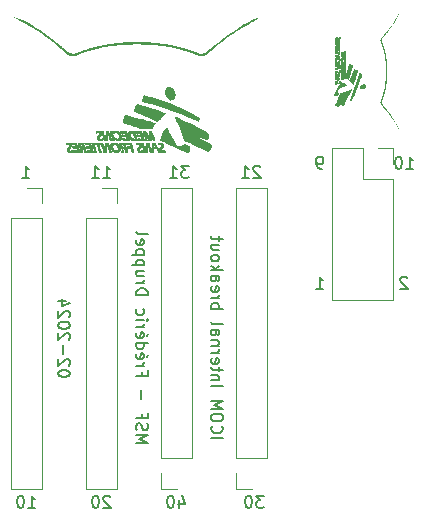
<source format=gbr>
%TF.GenerationSoftware,KiCad,Pcbnew,7.0.10*%
%TF.CreationDate,2024-02-11T00:06:51+01:00*%
%TF.ProjectId,ICOM-Internal-modules,49434f4d-2d49-46e7-9465-726e616c2d6d,rev?*%
%TF.SameCoordinates,Original*%
%TF.FileFunction,Legend,Bot*%
%TF.FilePolarity,Positive*%
%FSLAX46Y46*%
G04 Gerber Fmt 4.6, Leading zero omitted, Abs format (unit mm)*
G04 Created by KiCad (PCBNEW 7.0.10) date 2024-02-11 00:06:51*
%MOMM*%
%LPD*%
G01*
G04 APERTURE LIST*
%ADD10C,0.006858*%
%ADD11C,0.014287*%
%ADD12C,0.000000*%
%ADD13C,0.150000*%
%ADD14C,0.120000*%
G04 APERTURE END LIST*
D10*
X96747736Y-43881415D02*
X96743840Y-43886388D01*
X96127060Y-43892139D02*
X96120690Y-43892721D01*
X96523139Y-43663027D02*
X96515755Y-43664884D01*
D11*
X73425485Y-51387739D02*
X73422587Y-51384361D01*
D10*
X96281558Y-44247608D02*
X96282263Y-44263594D01*
D11*
X79402153Y-50772957D02*
X79382107Y-50764334D01*
X74419779Y-51277545D02*
X74408796Y-51363564D01*
X76207318Y-49882325D02*
X76213342Y-49902239D01*
X77398325Y-50772381D02*
X77379228Y-50765616D01*
D10*
X96349854Y-45650846D02*
X96352539Y-45639980D01*
X96527048Y-44077824D02*
X96452436Y-44098493D01*
X96029249Y-45693000D02*
X96029624Y-45690257D01*
X96544528Y-44367163D02*
X96536342Y-44373118D01*
D11*
X79728055Y-50875268D02*
X79718554Y-50840494D01*
X81237279Y-50757209D02*
X81214641Y-50751614D01*
D10*
X96537296Y-44464563D02*
X96541209Y-44458856D01*
X96089057Y-42498929D02*
X96053814Y-42508489D01*
X96168591Y-43669773D02*
X96175896Y-43668077D01*
D11*
X77505144Y-51396782D02*
X77496426Y-51401245D01*
D10*
X96234582Y-44027582D02*
X96237907Y-44026419D01*
D11*
X79109765Y-49901684D02*
X79151728Y-49899509D01*
X79173590Y-50883551D02*
X79181999Y-50880543D01*
X81164218Y-50866773D02*
X81170254Y-50867556D01*
X79198516Y-50875268D02*
X79206642Y-50873019D01*
X81440474Y-51406907D02*
X81429177Y-51411082D01*
X79185121Y-49898079D02*
X79209758Y-49897293D01*
X75926679Y-51345136D02*
X75938593Y-51388469D01*
X77853056Y-50990431D02*
X77850861Y-50983275D01*
D10*
X95967414Y-45737329D02*
X95968097Y-45744204D01*
D11*
X75616515Y-50888429D02*
X75633075Y-50886986D01*
D12*
G36*
X74141132Y-50992158D02*
G01*
X74199552Y-51199614D01*
X74254338Y-51381694D01*
X74305262Y-51538264D01*
X73819156Y-51538264D01*
X73776161Y-51384145D01*
X73804424Y-51387024D01*
X73833601Y-51389472D01*
X73863695Y-51391503D01*
X73894711Y-51393132D01*
X73926651Y-51394373D01*
X73959518Y-51395241D01*
X73993315Y-51395751D01*
X74028045Y-51395918D01*
X74053179Y-51395714D01*
X74076868Y-51395182D01*
X74099231Y-51394439D01*
X74120384Y-51393603D01*
X74116283Y-51377066D01*
X74113049Y-51364377D01*
X74109709Y-51351897D01*
X74102781Y-51327515D01*
X74095643Y-51303815D01*
X74088435Y-51280692D01*
X74063433Y-51199399D01*
X73847070Y-51199399D01*
X73823943Y-51199456D01*
X73812295Y-51199591D01*
X73800618Y-51199854D01*
X73788936Y-51200287D01*
X73777269Y-51200934D01*
X73765639Y-51201836D01*
X73754068Y-51203037D01*
X73713852Y-51055862D01*
X73727612Y-51057434D01*
X73741367Y-51058616D01*
X73755134Y-51059462D01*
X73768926Y-51060030D01*
X73782759Y-51060374D01*
X73796646Y-51060550D01*
X73824645Y-51060625D01*
X74024209Y-51060625D01*
X74002710Y-50985284D01*
X73994565Y-50958624D01*
X73990694Y-50946436D01*
X73986910Y-50935014D01*
X73983179Y-50924361D01*
X73979466Y-50914480D01*
X73975735Y-50905374D01*
X73971952Y-50897046D01*
X73748711Y-50897046D01*
X73733057Y-50897288D01*
X73708461Y-50898088D01*
X73675134Y-50899558D01*
X73633287Y-50901809D01*
X73593202Y-50759463D01*
X74079308Y-50759463D01*
X74141132Y-50992158D01*
G37*
D10*
X96284218Y-44647825D02*
X96287653Y-44656185D01*
X96041312Y-44760169D02*
X96042691Y-44758444D01*
D11*
X77588620Y-51528753D02*
X77603867Y-51521953D01*
D10*
X96008462Y-45609700D02*
X96000945Y-45617477D01*
X96283695Y-41897373D02*
X96282233Y-41899034D01*
D11*
X79477602Y-51134840D02*
X79486887Y-51122420D01*
D10*
X96817950Y-43147789D02*
X96820481Y-43143364D01*
D11*
X76801769Y-51361373D02*
X76818787Y-51423658D01*
D10*
X96187514Y-44125777D02*
X96187212Y-44122413D01*
X96820361Y-44357592D02*
X96819153Y-44355069D01*
D11*
X79876792Y-50474523D02*
X79884000Y-50507611D01*
D10*
X96197392Y-44824693D02*
X96202994Y-44827236D01*
X96067778Y-41890893D02*
X96069758Y-41890619D01*
D11*
X76993111Y-50478682D02*
X76969370Y-50404303D01*
X75973085Y-50395063D02*
X75970004Y-50391779D01*
D10*
X96533420Y-43251644D02*
X96529865Y-43245535D01*
D11*
X79335992Y-50879656D02*
X79340513Y-50881862D01*
X78415856Y-51200867D02*
X78427364Y-51200221D01*
X78765856Y-50366705D02*
X78753966Y-50358553D01*
X77216357Y-49750354D02*
X77194194Y-49753967D01*
X77680381Y-49879689D02*
X77665362Y-49864884D01*
X79217269Y-51372360D02*
X79225519Y-51393713D01*
D10*
X96497933Y-45124336D02*
X96486810Y-45130200D01*
D11*
X79348949Y-51353249D02*
X79347757Y-51348889D01*
X74413303Y-51066470D02*
X74407915Y-51062547D01*
D10*
X96028744Y-41945318D02*
X96028955Y-41942449D01*
D11*
X74113049Y-51364377D02*
X74116283Y-51377066D01*
D10*
X96137384Y-42081249D02*
X96137510Y-42086854D01*
D11*
X75232627Y-50759463D02*
X74746586Y-50759463D01*
D10*
X96206500Y-42039601D02*
X96135856Y-42058905D01*
X96076107Y-42226287D02*
X96064403Y-42229613D01*
D11*
X77642298Y-50989222D02*
X77630917Y-50970129D01*
X75728787Y-51538264D02*
X75679678Y-51389639D01*
D10*
X96296029Y-41831225D02*
X96296706Y-41835029D01*
D11*
X77218650Y-50884872D02*
X77230331Y-50883054D01*
X78659506Y-50455542D02*
X78675044Y-50467328D01*
X80190174Y-49811634D02*
X80191359Y-49827651D01*
D10*
X96086865Y-41893205D02*
X96089101Y-41894130D01*
X96067649Y-43101758D02*
X96046849Y-43107477D01*
D11*
X73523536Y-51426455D02*
X73517429Y-51426189D01*
D10*
X96032542Y-43813410D02*
X96032681Y-43806803D01*
D11*
X77697131Y-50249548D02*
X77696481Y-50261905D01*
X79594769Y-51546198D02*
X79606776Y-51543465D01*
D10*
X96277030Y-43286103D02*
X96293185Y-43281503D01*
X96264539Y-44378275D02*
X96259057Y-44380087D01*
X96777891Y-43077671D02*
X96777678Y-43080732D01*
X96348740Y-42897772D02*
X96348740Y-42824271D01*
X96287693Y-45645235D02*
X96286427Y-45647152D01*
D11*
X81244981Y-51387739D02*
X81242083Y-51384361D01*
X79503101Y-51098328D02*
X79510016Y-51086538D01*
D10*
X96530867Y-44475804D02*
X96533859Y-44470207D01*
X96160145Y-45603793D02*
X96154259Y-45599393D01*
X96778170Y-43936326D02*
X96784890Y-43928845D01*
X96260062Y-45665388D02*
X96258378Y-45665764D01*
X96506474Y-43172727D02*
X96506517Y-43169727D01*
D11*
X77706371Y-50932982D02*
X77709358Y-50949449D01*
X74407915Y-51062547D02*
X74402756Y-51058390D01*
X77436143Y-51554668D02*
X77458139Y-51554256D01*
D10*
X96352539Y-45639980D02*
X96354476Y-45628501D01*
X96222286Y-42291310D02*
X96213933Y-42295425D01*
D11*
X74370312Y-51164455D02*
X74389104Y-51174529D01*
X77750852Y-51057071D02*
X77761503Y-51073050D01*
X75968819Y-49901276D02*
X75971920Y-49904607D01*
D10*
X96346434Y-41907746D02*
X96349854Y-41897502D01*
D11*
X73448862Y-50947783D02*
X73449475Y-50951261D01*
D10*
X96348363Y-42333853D02*
X96348114Y-42330048D01*
D11*
X79368358Y-51387739D02*
X79365459Y-51384361D01*
X77561324Y-49936405D02*
X77571370Y-49945042D01*
X79452941Y-49905450D02*
X79456672Y-49914618D01*
D10*
X96255055Y-41912913D02*
X96253419Y-41913044D01*
X95993277Y-43721820D02*
X95988821Y-43730401D01*
X96287693Y-44744487D02*
X96286427Y-44746405D01*
D11*
X81390547Y-50892224D02*
X81381400Y-50872714D01*
X75993771Y-50883132D02*
X76011279Y-50883460D01*
D10*
X96017581Y-45336594D02*
X96019048Y-45336680D01*
D11*
X76075278Y-51377561D02*
X76023772Y-51214794D01*
X79324143Y-50201920D02*
X79540903Y-50201920D01*
D10*
X96327277Y-43272486D02*
X96329841Y-43271880D01*
D11*
X76029072Y-50884007D02*
X76047130Y-50884776D01*
D10*
X96186778Y-44104624D02*
X96186951Y-44100387D01*
X96348772Y-42768613D02*
X96348772Y-42535314D01*
X96132213Y-43963040D02*
X96153954Y-43958413D01*
D11*
X76813446Y-50299220D02*
X76832140Y-50365247D01*
D10*
X96084538Y-44675064D02*
X96078274Y-44675666D01*
D11*
X76301146Y-50875268D02*
X76291661Y-50840494D01*
X77773186Y-51088309D02*
X77785897Y-51102842D01*
X81095637Y-51224372D02*
X81091089Y-51236234D01*
D10*
X96205920Y-43977361D02*
X96198250Y-43982474D01*
X96789212Y-43585433D02*
X96769766Y-43591607D01*
X96084985Y-43631116D02*
X96075846Y-43636571D01*
X96316563Y-45392853D02*
X96322042Y-45389774D01*
X96487845Y-45059189D02*
X96503330Y-45054605D01*
X96091346Y-45648549D02*
X96093595Y-45649745D01*
X96168591Y-44806201D02*
X96174553Y-44810658D01*
X96778064Y-43071317D02*
X96778020Y-43074533D01*
X96065969Y-43965340D02*
X96074471Y-43966323D01*
X95966972Y-45702189D02*
X95966502Y-45715204D01*
X96355433Y-41831782D02*
X96354690Y-41822368D01*
X96811497Y-44343212D02*
X96809612Y-44340990D01*
D11*
X75994489Y-49955083D02*
X75994765Y-49958524D01*
X77653281Y-50058873D02*
X77665325Y-50087362D01*
X77890912Y-51450464D02*
X77877203Y-51538264D01*
X78921066Y-50405838D02*
X78895576Y-50405071D01*
D10*
X96293823Y-44731223D02*
X96292982Y-44733640D01*
D11*
X78850513Y-50539264D02*
X78869811Y-50541608D01*
D10*
X96036443Y-45668640D02*
X96037560Y-45666600D01*
X96346822Y-43996654D02*
X96346172Y-43993330D01*
D11*
X79699190Y-50759529D02*
X79563856Y-50759529D01*
D10*
X96751330Y-44926248D02*
X96536033Y-44985303D01*
D11*
X81410172Y-50963664D02*
X81407812Y-50949558D01*
X77913311Y-51070159D02*
X77907697Y-51066470D01*
D10*
X96044133Y-45657580D02*
X96045636Y-45656020D01*
X96188798Y-44084545D02*
X96189547Y-44080859D01*
D11*
X81100978Y-51212534D02*
X81095637Y-51224372D01*
X73281526Y-51212534D02*
X73276191Y-51224372D01*
D10*
X96283695Y-45650731D02*
X96282233Y-45652392D01*
D11*
X77858128Y-51004059D02*
X77855478Y-50997359D01*
D10*
X95982418Y-41891465D02*
X95977695Y-41901830D01*
D11*
X73741367Y-51058616D02*
X73727612Y-51057434D01*
D10*
X96093595Y-44748965D02*
X96095845Y-44750297D01*
X96251803Y-45666450D02*
X96250208Y-45666415D01*
D11*
X79788950Y-51538264D02*
X80017153Y-51538264D01*
D10*
X96052224Y-43742485D02*
X96055608Y-43737437D01*
D11*
X76220355Y-50545918D02*
X76231119Y-50542635D01*
D10*
X96048511Y-44870467D02*
X96045504Y-44864577D01*
X96443863Y-43887261D02*
X96444056Y-43897788D01*
X96280981Y-44119873D02*
X96274677Y-44122358D01*
X96168591Y-45706981D02*
X96174553Y-45711432D01*
D11*
X77379228Y-50765616D02*
X77359750Y-50759716D01*
D10*
X96061709Y-41892537D02*
X96063754Y-41891869D01*
X96277468Y-44756102D02*
X96275759Y-44757412D01*
D11*
X79277593Y-50202358D02*
X79300968Y-50201975D01*
D10*
X96720056Y-44186695D02*
X96683607Y-44197077D01*
D11*
X77273346Y-51525428D02*
X77292440Y-51532188D01*
X74354474Y-50975891D02*
X74351525Y-50962064D01*
X73408859Y-51305102D02*
X73410787Y-51300443D01*
X73303372Y-50866017D02*
X73311177Y-50865528D01*
D10*
X96302988Y-45401196D02*
X96307036Y-45398569D01*
D11*
X80989977Y-51504445D02*
X80998154Y-51520969D01*
D10*
X95968360Y-45689653D02*
X95966972Y-45702189D01*
X96043371Y-42202478D02*
X96043273Y-42190414D01*
X96563014Y-43113792D02*
X96565254Y-43114585D01*
X95991430Y-43121542D02*
X95983067Y-43123467D01*
X96604391Y-43576682D02*
X96707798Y-43547090D01*
X96534070Y-45286240D02*
X96510899Y-45292992D01*
D11*
X77847228Y-50279570D02*
X77845375Y-50258796D01*
X73428561Y-51390995D02*
X73425485Y-51387739D01*
X77456680Y-51413970D02*
X77445541Y-51415847D01*
X76088789Y-50124159D02*
X76097304Y-50111895D01*
D10*
X96348740Y-44847603D02*
X96328631Y-44854613D01*
X96725301Y-43133860D02*
X96723795Y-43133492D01*
X96043353Y-42173743D02*
X96043598Y-42157521D01*
D11*
X79207775Y-51336364D02*
X79210770Y-51350079D01*
D10*
X96051776Y-44876463D02*
X96048511Y-44870467D01*
D11*
X78527548Y-49785180D02*
X78522608Y-49788362D01*
X76023772Y-51214794D02*
X75975156Y-51050267D01*
D10*
X96774686Y-43097443D02*
X96773913Y-43099948D01*
D11*
X81458749Y-51548635D02*
X81471365Y-51546198D01*
D10*
X96508317Y-43190756D02*
X96507507Y-43186014D01*
D11*
X78474929Y-50167789D02*
X78490589Y-50213147D01*
X76323408Y-51383173D02*
X76329052Y-51403508D01*
D10*
X96250208Y-41913057D02*
X96248636Y-41912938D01*
X96287177Y-42440000D02*
X96280981Y-42442561D01*
X96137208Y-44302087D02*
X96137416Y-44307607D01*
D11*
X77771031Y-50768420D02*
X77764872Y-50770655D01*
D10*
X96739932Y-43133420D02*
X96738230Y-43133797D01*
D11*
X73819156Y-51538264D02*
X74305262Y-51538264D01*
D10*
X96287284Y-42371241D02*
X96288053Y-42377315D01*
D11*
X79392857Y-50954706D02*
X79393129Y-50958114D01*
X74227050Y-50807543D02*
X74222121Y-50816645D01*
X75599935Y-50890100D02*
X75616515Y-50888429D01*
D10*
X96295895Y-45624232D02*
X96295281Y-45626892D01*
D11*
X77333158Y-50887970D02*
X77345351Y-50891147D01*
D10*
X96078083Y-41890846D02*
X96080246Y-41891235D01*
X96348541Y-44015083D02*
X96348363Y-44011159D01*
X96254585Y-42345210D02*
X96257480Y-42344890D01*
X96282019Y-44032223D02*
X96283051Y-44034086D01*
X96098090Y-44751765D02*
X96100328Y-44753369D01*
X96264571Y-44830426D02*
X96275095Y-44827407D01*
X96040717Y-43855237D02*
X96038818Y-43850817D01*
X96059085Y-44888751D02*
X96055299Y-44882559D01*
X95969969Y-45757152D02*
X95971139Y-45763207D01*
D11*
X78947840Y-50405979D02*
X78921066Y-50405838D01*
X77355761Y-51413668D02*
X77343029Y-51411087D01*
D10*
X96746257Y-43131394D02*
X96744200Y-43132162D01*
X96289454Y-43120030D02*
X96289463Y-43125706D01*
X96039996Y-45662753D02*
X96041312Y-45660948D01*
X96031442Y-45727479D02*
X96030403Y-45722598D01*
X96832988Y-43024466D02*
X96831428Y-43014762D01*
X96225093Y-43858654D02*
X96212926Y-43865602D01*
D11*
X77404135Y-49873304D02*
X77417834Y-49874781D01*
D10*
X96069758Y-44743198D02*
X96071782Y-44743056D01*
D11*
X77504223Y-50830526D02*
X77487665Y-50818801D01*
D10*
X96293185Y-44926419D02*
X96309877Y-44921858D01*
D11*
X77103535Y-51104844D02*
X77101119Y-51090514D01*
X77123875Y-50510903D02*
X77131343Y-50543497D01*
D10*
X96154259Y-41846040D02*
X96148449Y-41842003D01*
D11*
X77718654Y-50986064D02*
X77725134Y-51004870D01*
X77257483Y-49744819D02*
X77237453Y-49747306D01*
D10*
X96518748Y-43885414D02*
X96517866Y-43879197D01*
X96059712Y-44745878D02*
X96061709Y-44745116D01*
X96100092Y-44055762D02*
X96058803Y-44050480D01*
D11*
X77544635Y-49784067D02*
X77525211Y-49775841D01*
D10*
X96084641Y-44744993D02*
X96086865Y-44745783D01*
X96350846Y-45546941D02*
X96349066Y-45537149D01*
X96073847Y-41890468D02*
X96075949Y-41890591D01*
X96188373Y-44132530D02*
X96187898Y-44129148D01*
X96191388Y-44073820D02*
X96192479Y-44070465D01*
X96671380Y-43936309D02*
X96656837Y-43941346D01*
X96542642Y-44022912D02*
X96551247Y-44023729D01*
X95980790Y-44892360D02*
X95982743Y-44896199D01*
D11*
X78604711Y-50093702D02*
X78601971Y-50077893D01*
D10*
X95994077Y-41872588D02*
X95987890Y-41881710D01*
D11*
X81240499Y-50898086D02*
X81243777Y-50901266D01*
D10*
X96278735Y-42165305D02*
X96274364Y-42167096D01*
D11*
X81091089Y-51236234D02*
X81087343Y-51248157D01*
X79638984Y-51533699D02*
X79648389Y-51529991D01*
D10*
X96209186Y-43125027D02*
X96288891Y-43103099D01*
D11*
X81371991Y-51110269D02*
X81379694Y-51098328D01*
X73442589Y-51402746D02*
X73438828Y-51400005D01*
D10*
X96266494Y-43679854D02*
X96269776Y-43682903D01*
D11*
X74894686Y-51058616D02*
X74880930Y-51057434D01*
X77704251Y-50917183D02*
X77706371Y-50932982D01*
D10*
X96519322Y-43128970D02*
X96520714Y-43127242D01*
D11*
X81370844Y-50854458D02*
X81358894Y-50837485D01*
X76118072Y-50076151D02*
X76123378Y-50064383D01*
D10*
X95987890Y-41881710D02*
X95982418Y-41891465D01*
X96315159Y-44805381D02*
X96318837Y-44802098D01*
D11*
X81269101Y-51540747D02*
X81293061Y-51547253D01*
D10*
X96286868Y-42952880D02*
X96287561Y-42960828D01*
D11*
X78599837Y-50062706D02*
X78598304Y-50048146D01*
X77686397Y-51453118D02*
X77694693Y-51440325D01*
X77838996Y-50215145D02*
X77829049Y-50168714D01*
D10*
X96242612Y-45664982D02*
X96241180Y-45664441D01*
D11*
X81050126Y-50883551D02*
X81058541Y-50880543D01*
X75939652Y-49750299D02*
X75915691Y-49746228D01*
D10*
X96347057Y-45527244D02*
X96280382Y-45539912D01*
D11*
X77702105Y-51426811D02*
X77708631Y-51412581D01*
D10*
X96565919Y-44852065D02*
X96554429Y-44855493D01*
X96517332Y-45050708D02*
X96671066Y-45009147D01*
D11*
X79411684Y-50777821D02*
X79402153Y-50772957D01*
D10*
X96230977Y-43965017D02*
X96222286Y-43968631D01*
X96522043Y-44233151D02*
X96521686Y-44222410D01*
X96554429Y-44234844D02*
X96542623Y-44238177D01*
X96760207Y-43594491D02*
X96750758Y-43597225D01*
D11*
X79863629Y-50417886D02*
X79869981Y-50444537D01*
X77155219Y-51257011D02*
X77141911Y-51229551D01*
X78636408Y-49914312D02*
X78642804Y-49910374D01*
D10*
X96054581Y-44681241D02*
X96044332Y-44685201D01*
X96253175Y-42174344D02*
X96240378Y-42178253D01*
X96231366Y-42351534D02*
X96234582Y-42350262D01*
D11*
X79505449Y-50399961D02*
X79470669Y-50399794D01*
D10*
X96347057Y-41773917D02*
X96280382Y-41786585D01*
D11*
X78588934Y-49763513D02*
X78576795Y-49765895D01*
X78047850Y-50395513D02*
X78017698Y-50393459D01*
D10*
X96030612Y-45684967D02*
X96031223Y-45682423D01*
X96271617Y-44023558D02*
X96273474Y-44024328D01*
D11*
X79364192Y-51281716D02*
X79367535Y-51277054D01*
X76092653Y-50429964D02*
X76083422Y-50430679D01*
X76358453Y-50407675D02*
X76364604Y-50430827D01*
X81343032Y-51426455D02*
X81336925Y-51426189D01*
X75715911Y-50883132D02*
X75732556Y-50883024D01*
X73435235Y-51397131D02*
X73431812Y-51394127D01*
X78601519Y-49761674D02*
X78588934Y-49763513D01*
D10*
X96057973Y-43289726D02*
X96049391Y-43292188D01*
D11*
X73754068Y-51203037D02*
X73765639Y-51201836D01*
X78835636Y-50397044D02*
X78824018Y-50393878D01*
X76121560Y-50890100D02*
X76082336Y-50759463D01*
X73421320Y-51281716D02*
X73424663Y-51277054D01*
X77722859Y-51365664D02*
X77725808Y-51348636D01*
D10*
X96071859Y-41824105D02*
X96065276Y-41825543D01*
X96763042Y-44438368D02*
X96763268Y-44448907D01*
X96052235Y-41897271D02*
X96054025Y-41896143D01*
D11*
X74953937Y-51199854D02*
X74965614Y-51199591D01*
X79555179Y-51552536D02*
X79568952Y-51550755D01*
X77571370Y-49945042D02*
X77581095Y-49954194D01*
X79556712Y-49758147D02*
X79069614Y-49758147D01*
X74246818Y-51040378D02*
X74256433Y-51057071D01*
X77343029Y-51411087D02*
X77330563Y-51407938D01*
D10*
X96051832Y-43426505D02*
X96078865Y-43429617D01*
D11*
X77552162Y-51351683D02*
X77546969Y-51359579D01*
X81513315Y-51370864D02*
X81500623Y-51378205D01*
X77897642Y-50057126D02*
X77937991Y-50205425D01*
X81192748Y-50872342D02*
X81197954Y-50873939D01*
X77242539Y-50881753D02*
X77255272Y-50880970D01*
X74918958Y-51201836D02*
X74930588Y-51200934D01*
X79375958Y-50911573D02*
X79378501Y-50915257D01*
X75724996Y-49757683D02*
X75704312Y-49761917D01*
D10*
X96080246Y-45644593D02*
X96082433Y-45645116D01*
D11*
X76102212Y-50428765D02*
X76092653Y-50429964D01*
X73448953Y-50974472D02*
X73448181Y-50977582D01*
D10*
X96349066Y-41783822D02*
X96347057Y-41773917D01*
X96030078Y-45687579D02*
X96030612Y-45684967D01*
X96089565Y-43095447D02*
X96067649Y-43101758D01*
X96235805Y-45661419D02*
X96160145Y-45603793D01*
X96807600Y-44338817D02*
X96805457Y-44336694D01*
X96100328Y-45654149D02*
X96168591Y-45706981D01*
D11*
X77185716Y-51305650D02*
X77169829Y-51282383D01*
X79293696Y-50867556D02*
X79299568Y-50868507D01*
X75216752Y-51199399D02*
X75241820Y-51280692D01*
D10*
X96100328Y-44753369D02*
X96168591Y-44806201D01*
X96528209Y-44307795D02*
X96616333Y-44281445D01*
X96289448Y-43727512D02*
X96290073Y-43733371D01*
X96468081Y-43676412D02*
X96452436Y-43679997D01*
X96741107Y-43304807D02*
X96757052Y-43300195D01*
D11*
X73681171Y-51378205D02*
X73668677Y-51385006D01*
D10*
X96049391Y-43292188D02*
X96039630Y-43294897D01*
D11*
X77531221Y-51069875D02*
X77543117Y-51099302D01*
X79274950Y-51468442D02*
X79291147Y-51484101D01*
D10*
X96205041Y-44283799D02*
X96205438Y-44277522D01*
D11*
X74318949Y-50760834D02*
X74311270Y-50761526D01*
D10*
X96183291Y-45417452D02*
X96183291Y-45342046D01*
D11*
X74577699Y-50968935D02*
X74582064Y-50983433D01*
D10*
X96035394Y-45670754D02*
X96036443Y-45668640D01*
X96452404Y-45309502D02*
X96452404Y-45374590D01*
X96043659Y-43758452D02*
X96046248Y-43752994D01*
D11*
X77897153Y-51058390D02*
X77892224Y-51054000D01*
D10*
X96820481Y-43143364D02*
X96822836Y-43138781D01*
X96204214Y-42742197D02*
X96204214Y-42646375D01*
D11*
X73262858Y-51272329D02*
X73261573Y-51284652D01*
D10*
X96311433Y-43957170D02*
X96305925Y-43955861D01*
D11*
X75957549Y-50299059D02*
X75960045Y-50294344D01*
D10*
X96230977Y-42287696D02*
X96222286Y-42291310D01*
D11*
X78363613Y-51057046D02*
X78351535Y-51055797D01*
D10*
X96278735Y-42718898D02*
X96274364Y-42720689D01*
X96352539Y-41886639D02*
X96354476Y-41875164D01*
D11*
X78156008Y-50759463D02*
X77864570Y-50759463D01*
X78701032Y-49896913D02*
X78711282Y-49896400D01*
D10*
X96534383Y-44021669D02*
X96542642Y-44022912D01*
D11*
X79289046Y-50745137D02*
X79262628Y-50744316D01*
X80021773Y-51459404D02*
X80024289Y-51432646D01*
D10*
X96772431Y-43823970D02*
X96771166Y-43830305D01*
X96615982Y-44083937D02*
X96616182Y-44089552D01*
D11*
X77099857Y-50411582D02*
X77104024Y-50428536D01*
D10*
X96038745Y-44763859D02*
X96039996Y-44761974D01*
D11*
X76106748Y-49872394D02*
X76096170Y-49853997D01*
X77938059Y-51082562D02*
X77931529Y-51079815D01*
D10*
X96199638Y-44055342D02*
X96201408Y-44052647D01*
D11*
X75561702Y-50759463D02*
X75599935Y-50890100D01*
D10*
X96297940Y-45603412D02*
X96297897Y-45606619D01*
D11*
X73589491Y-51027732D02*
X73591451Y-51015579D01*
X78443499Y-49956822D02*
X78442858Y-49977534D01*
D10*
X96043983Y-42224583D02*
X96043627Y-42213849D01*
D11*
X75815974Y-49870791D02*
X75823970Y-49869090D01*
D10*
X96025304Y-41842961D02*
X96016593Y-41849287D01*
X96683607Y-44817695D02*
X96683607Y-44721746D01*
X96716752Y-43130368D02*
X96715453Y-43129484D01*
X96292982Y-41881029D02*
X96292067Y-41883365D01*
X96293185Y-41819629D02*
X96294265Y-41823530D01*
X96343400Y-42306790D02*
X96342163Y-42303960D01*
D11*
X78447342Y-50044961D02*
X78451008Y-50069153D01*
D10*
X96769398Y-44316045D02*
X96761233Y-44313755D01*
X96752614Y-44311953D02*
X96743547Y-44310643D01*
X95984763Y-43739182D02*
X95981108Y-43748158D01*
X96330390Y-43834491D02*
X96334851Y-43825908D01*
D11*
X79391017Y-50944274D02*
X79391800Y-50947783D01*
X73765639Y-51201836D02*
X73777269Y-51200934D01*
D10*
X96542623Y-44238177D02*
X96536584Y-44239783D01*
X96797383Y-44329972D02*
X96791102Y-44325785D01*
X96288053Y-42377315D02*
X96288560Y-42384015D01*
D11*
X81225340Y-51314336D02*
X81226708Y-51309736D01*
D10*
X96248636Y-45666296D02*
X96247088Y-45666094D01*
X96530445Y-43775723D02*
X96452436Y-43802012D01*
D11*
X79891542Y-50543563D02*
X80029125Y-50543563D01*
D10*
X95973895Y-44873669D02*
X95975461Y-44878825D01*
D11*
X76096170Y-49853997D02*
X76084194Y-49836891D01*
X79525992Y-51555000D02*
X79540853Y-51553958D01*
X77721404Y-50807543D02*
X77716475Y-50816645D01*
X78598304Y-50048146D02*
X78597368Y-50034214D01*
X77887810Y-50889785D02*
X77899159Y-50887563D01*
X76133221Y-49949830D02*
X76129961Y-49935022D01*
X75573674Y-51538264D02*
X75728787Y-51538264D01*
X79164479Y-50751938D02*
X79144309Y-50755143D01*
X77192200Y-50744769D02*
X77171807Y-50746816D01*
D10*
X96119922Y-45580675D02*
X96114199Y-45578877D01*
X95969969Y-44856387D02*
X95971139Y-44862441D01*
D11*
X73445458Y-50935431D02*
X73446865Y-50939799D01*
X78053043Y-51096046D02*
X78046046Y-51096513D01*
X78798821Y-51199605D02*
X78740366Y-50992130D01*
D10*
X96348772Y-42926569D02*
X96286066Y-42944921D01*
D12*
G36*
X96831410Y-43710165D02*
G01*
X96833144Y-43720804D01*
X96834607Y-43730930D01*
X96835801Y-43740544D01*
X96836727Y-43749646D01*
X96837386Y-43758237D01*
X96837781Y-43766315D01*
X96837912Y-43773882D01*
X96837699Y-43785433D01*
X96837062Y-43796746D01*
X96836002Y-43807816D01*
X96834522Y-43818643D01*
X96832625Y-43829224D01*
X96830313Y-43839558D01*
X96827588Y-43849642D01*
X96824453Y-43859475D01*
X96820910Y-43869054D01*
X96816962Y-43878377D01*
X96812611Y-43887444D01*
X96807858Y-43896251D01*
X96802708Y-43904796D01*
X96797161Y-43913079D01*
X96791221Y-43921096D01*
X96784890Y-43928845D01*
X96778170Y-43936326D01*
X96771063Y-43943535D01*
X96763573Y-43950472D01*
X96755700Y-43957133D01*
X96747449Y-43963517D01*
X96738820Y-43969622D01*
X96729817Y-43975447D01*
X96720442Y-43980988D01*
X96710698Y-43986244D01*
X96700585Y-43991214D01*
X96679269Y-44000284D01*
X96656511Y-44008183D01*
X96632331Y-44014896D01*
X96610044Y-44019670D01*
X96589092Y-44022732D01*
X96579121Y-44023622D01*
X96569488Y-44024084D01*
X96560196Y-44024120D01*
X96551247Y-44023729D01*
X96542642Y-44022912D01*
X96534383Y-44021669D01*
X96526472Y-44020000D01*
X96518911Y-44017907D01*
X96511701Y-44015388D01*
X96504845Y-44012445D01*
X96498343Y-44009078D01*
X96492198Y-44005287D01*
X96486412Y-44001073D01*
X96480986Y-43996435D01*
X96475923Y-43991375D01*
X96471223Y-43985892D01*
X96466889Y-43979987D01*
X96462922Y-43973660D01*
X96459325Y-43966911D01*
X96456099Y-43959742D01*
X96453246Y-43952151D01*
X96450767Y-43944140D01*
X96448665Y-43935709D01*
X96446941Y-43926857D01*
X96445597Y-43917587D01*
X96444635Y-43907897D01*
X96444056Y-43897788D01*
X96443863Y-43887261D01*
X96444042Y-43876881D01*
X96444555Y-43866413D01*
X96445361Y-43855862D01*
X96446423Y-43845232D01*
X96447700Y-43834528D01*
X96449154Y-43823753D01*
X96452436Y-43802012D01*
X96530445Y-43775723D01*
X96527240Y-43787117D01*
X96524458Y-43798226D01*
X96522101Y-43809050D01*
X96520170Y-43819590D01*
X96518666Y-43829845D01*
X96517591Y-43839816D01*
X96516945Y-43849504D01*
X96516729Y-43858908D01*
X96516856Y-43865943D01*
X96517235Y-43872706D01*
X96517866Y-43879197D01*
X96518748Y-43885414D01*
X96519879Y-43891357D01*
X96521260Y-43897026D01*
X96522888Y-43902419D01*
X96524764Y-43907537D01*
X96526885Y-43912377D01*
X96529252Y-43916940D01*
X96531862Y-43921224D01*
X96534717Y-43925229D01*
X96537813Y-43928955D01*
X96541151Y-43932400D01*
X96544729Y-43935564D01*
X96548547Y-43938446D01*
X96552603Y-43941045D01*
X96556897Y-43943361D01*
X96561428Y-43945393D01*
X96566194Y-43947139D01*
X96571196Y-43948601D01*
X96576431Y-43949775D01*
X96581899Y-43950663D01*
X96587600Y-43951263D01*
X96593531Y-43951575D01*
X96599693Y-43951597D01*
X96606083Y-43951330D01*
X96612703Y-43950772D01*
X96619549Y-43949922D01*
X96626622Y-43948780D01*
X96633920Y-43947346D01*
X96641443Y-43945617D01*
X96656837Y-43941346D01*
X96671380Y-43936309D01*
X96685055Y-43930527D01*
X96697840Y-43924023D01*
X96703893Y-43920507D01*
X96709717Y-43916818D01*
X96715308Y-43912959D01*
X96720664Y-43908933D01*
X96725784Y-43904742D01*
X96730663Y-43900389D01*
X96735301Y-43895878D01*
X96739694Y-43891210D01*
X96743840Y-43886388D01*
X96747736Y-43881415D01*
X96751381Y-43876294D01*
X96754770Y-43871027D01*
X96757903Y-43865617D01*
X96760777Y-43860067D01*
X96763389Y-43854379D01*
X96765736Y-43848556D01*
X96767816Y-43842601D01*
X96769627Y-43836517D01*
X96771166Y-43830305D01*
X96772431Y-43823970D01*
X96773419Y-43817513D01*
X96774128Y-43810937D01*
X96774555Y-43804245D01*
X96774698Y-43797440D01*
X96774619Y-43791277D01*
X96774385Y-43785240D01*
X96774001Y-43779330D01*
X96773472Y-43773545D01*
X96772803Y-43767886D01*
X96771999Y-43762352D01*
X96771066Y-43756942D01*
X96770007Y-43751657D01*
X96768829Y-43746494D01*
X96767536Y-43741455D01*
X96766133Y-43736539D01*
X96764625Y-43731744D01*
X96763018Y-43727072D01*
X96761316Y-43722520D01*
X96759525Y-43718089D01*
X96757648Y-43713779D01*
X96829403Y-43699015D01*
X96831410Y-43710165D01*
G37*
D11*
X81358142Y-51426308D02*
X81349264Y-51426544D01*
X78517772Y-49791783D02*
X78513040Y-49795452D01*
D10*
X96300944Y-45281406D02*
X96293174Y-45281141D01*
X96114199Y-41825547D02*
X96108429Y-41824139D01*
D11*
X78675044Y-50467328D02*
X78690982Y-50478314D01*
X81225573Y-51353249D02*
X81224381Y-51348889D01*
X79265886Y-50202776D02*
X79277593Y-50202358D01*
X77976904Y-50884372D02*
X77997580Y-50885049D01*
D10*
X96237907Y-44026419D02*
X96241342Y-44025365D01*
D12*
G36*
X81772446Y-49446668D02*
G01*
X81773952Y-49446866D01*
X81775508Y-49447196D01*
X81776180Y-49447381D01*
X81776832Y-49447590D01*
X81777465Y-49447822D01*
X81778079Y-49448077D01*
X81778675Y-49448357D01*
X81779252Y-49448660D01*
X81779811Y-49448987D01*
X81780353Y-49449337D01*
X81780878Y-49449712D01*
X81781386Y-49450111D01*
X81781878Y-49450534D01*
X81782354Y-49450982D01*
X81782815Y-49451453D01*
X81783260Y-49451950D01*
X81783691Y-49452471D01*
X81784107Y-49453016D01*
X81836428Y-49574592D01*
X81839351Y-49579674D01*
X81842399Y-49584711D01*
X81848475Y-49594420D01*
X81851306Y-49598977D01*
X81853869Y-49603261D01*
X81856064Y-49607212D01*
X81856993Y-49609045D01*
X81857793Y-49610774D01*
X81859901Y-49616839D01*
X81861821Y-49622770D01*
X81863569Y-49628622D01*
X81865160Y-49634455D01*
X81866613Y-49640324D01*
X81867942Y-49646288D01*
X81869164Y-49652405D01*
X81870295Y-49658730D01*
X81880965Y-49693619D01*
X81897162Y-49735897D01*
X81918159Y-49784479D01*
X81943228Y-49838283D01*
X82002674Y-49957214D01*
X82069683Y-50084015D01*
X82297002Y-50496402D01*
X82588903Y-51046140D01*
X82593761Y-51053634D01*
X82598288Y-51060160D01*
X82602497Y-51065764D01*
X82606406Y-51070492D01*
X82610028Y-51074391D01*
X82613381Y-51077507D01*
X82616478Y-51079885D01*
X82619336Y-51081573D01*
X82621969Y-51082617D01*
X82624393Y-51083062D01*
X82626624Y-51082955D01*
X82628676Y-51082342D01*
X82630566Y-51081270D01*
X82632308Y-51079784D01*
X82633919Y-51077931D01*
X82635412Y-51075756D01*
X82636804Y-51073308D01*
X82638110Y-51070630D01*
X82640526Y-51064774D01*
X82645002Y-51052353D01*
X82647308Y-51046527D01*
X82649824Y-51041451D01*
X82651199Y-51039310D01*
X82652672Y-51037495D01*
X82654259Y-51036051D01*
X82655975Y-51035027D01*
X82658327Y-51034015D01*
X82660503Y-51033183D01*
X82662513Y-51032524D01*
X82664365Y-51032028D01*
X82666070Y-51031690D01*
X82667637Y-51031500D01*
X82669077Y-51031453D01*
X82670397Y-51031539D01*
X82671608Y-51031753D01*
X82672720Y-51032085D01*
X82673742Y-51032528D01*
X82674683Y-51033075D01*
X82675554Y-51033719D01*
X82676363Y-51034451D01*
X82677121Y-51035264D01*
X82677836Y-51036151D01*
X82679179Y-51038114D01*
X82680468Y-51040281D01*
X82683192Y-51044979D01*
X82684780Y-51047391D01*
X82685663Y-51048585D01*
X82686620Y-51049762D01*
X82687658Y-51050914D01*
X82688789Y-51052033D01*
X82690020Y-51053112D01*
X82691363Y-51054143D01*
X82695127Y-51056582D01*
X82699444Y-51058908D01*
X82704236Y-51061114D01*
X82709424Y-51063193D01*
X82714930Y-51065138D01*
X82720674Y-51066940D01*
X82726579Y-51068594D01*
X82732564Y-51070092D01*
X82738552Y-51071426D01*
X82744463Y-51072589D01*
X82750219Y-51073574D01*
X82755741Y-51074374D01*
X82760950Y-51074981D01*
X82765768Y-51075388D01*
X82770115Y-51075588D01*
X82773913Y-51075574D01*
X82815651Y-51094690D01*
X82817446Y-51095166D01*
X82819204Y-51095526D01*
X82820914Y-51095762D01*
X82822567Y-51095870D01*
X82824152Y-51095844D01*
X82824917Y-51095779D01*
X82825661Y-51095678D01*
X82826384Y-51095541D01*
X82827083Y-51095367D01*
X82827759Y-51095155D01*
X82828409Y-51094905D01*
X82829033Y-51094616D01*
X82829629Y-51094286D01*
X82830196Y-51093916D01*
X82830732Y-51093505D01*
X82831238Y-51093052D01*
X82831710Y-51092557D01*
X82832149Y-51092018D01*
X82832553Y-51091434D01*
X82832920Y-51090807D01*
X82833250Y-51090133D01*
X82833541Y-51089414D01*
X82833791Y-51088647D01*
X82834001Y-51087833D01*
X82834168Y-51086971D01*
X82834292Y-51086060D01*
X82834371Y-51085099D01*
X82834374Y-51084162D01*
X82834291Y-51083054D01*
X82834133Y-51081795D01*
X82833911Y-51080403D01*
X82833311Y-51077307D01*
X82832576Y-51073928D01*
X82831031Y-51066970D01*
X82830387Y-51063714D01*
X82830133Y-51062213D01*
X82829939Y-51060824D01*
X82829837Y-51059682D01*
X82829804Y-51058586D01*
X82829838Y-51057533D01*
X82829938Y-51056519D01*
X82830102Y-51055540D01*
X82830331Y-51054592D01*
X82830621Y-51053673D01*
X82830972Y-51052778D01*
X82831383Y-51051905D01*
X82831853Y-51051048D01*
X82832379Y-51050205D01*
X82832962Y-51049373D01*
X82833599Y-51048547D01*
X82834289Y-51047724D01*
X82835032Y-51046900D01*
X82835826Y-51046073D01*
X82836404Y-51045508D01*
X82836962Y-51045002D01*
X82837501Y-51044554D01*
X82838026Y-51044162D01*
X82838537Y-51043825D01*
X82839038Y-51043540D01*
X82839531Y-51043308D01*
X82840019Y-51043125D01*
X82840503Y-51042991D01*
X82840987Y-51042904D01*
X82841473Y-51042862D01*
X82841964Y-51042864D01*
X82842461Y-51042908D01*
X82842968Y-51042993D01*
X82843487Y-51043117D01*
X82844020Y-51043278D01*
X82844569Y-51043476D01*
X82845139Y-51043708D01*
X82845730Y-51043973D01*
X82846345Y-51044269D01*
X82847659Y-51044950D01*
X82849099Y-51045738D01*
X82852441Y-51047585D01*
X82854382Y-51048620D01*
X82856529Y-51049711D01*
X82857561Y-51050214D01*
X82858536Y-51050655D01*
X82859459Y-51051036D01*
X82860333Y-51051357D01*
X82861159Y-51051619D01*
X82861943Y-51051824D01*
X82862685Y-51051971D01*
X82863391Y-51052061D01*
X82864062Y-51052097D01*
X82864703Y-51052077D01*
X82865315Y-51052003D01*
X82865902Y-51051876D01*
X82866467Y-51051697D01*
X82867014Y-51051466D01*
X82867545Y-51051184D01*
X82868064Y-51050852D01*
X82868572Y-51050471D01*
X82869075Y-51050041D01*
X82869574Y-51049564D01*
X82870073Y-51049040D01*
X82871083Y-51047855D01*
X82872128Y-51046493D01*
X82877167Y-51039392D01*
X82878239Y-51038235D01*
X82879797Y-51037026D01*
X82884242Y-51034478D01*
X82890246Y-51031803D01*
X82897553Y-51029054D01*
X82905907Y-51026285D01*
X82915052Y-51023550D01*
X82934689Y-51018399D01*
X82954416Y-51014033D01*
X82963673Y-51012278D01*
X82972184Y-51010882D01*
X82979694Y-51009898D01*
X82985945Y-51009380D01*
X82990683Y-51009381D01*
X82992403Y-51009594D01*
X82993650Y-51009957D01*
X82996389Y-51011310D01*
X82999349Y-51012985D01*
X83005779Y-51016980D01*
X83012644Y-51021302D01*
X83016146Y-51023385D01*
X83019645Y-51025311D01*
X83023104Y-51026999D01*
X83026485Y-51028369D01*
X83028135Y-51028909D01*
X83029751Y-51029341D01*
X83031330Y-51029652D01*
X83032866Y-51029835D01*
X83034355Y-51029878D01*
X83035791Y-51029771D01*
X83037171Y-51029505D01*
X83038490Y-51029070D01*
X83039743Y-51028455D01*
X83040926Y-51027651D01*
X83042033Y-51026648D01*
X83043061Y-51025435D01*
X83043429Y-51024891D01*
X83043765Y-51024300D01*
X83044072Y-51023665D01*
X83044350Y-51022988D01*
X83044828Y-51021517D01*
X83045212Y-51019906D01*
X83045517Y-51018172D01*
X83045756Y-51016331D01*
X83045941Y-51014403D01*
X83046087Y-51012405D01*
X83046540Y-51004060D01*
X83046687Y-51001974D01*
X83046875Y-50999924D01*
X83047117Y-50997927D01*
X83047426Y-50996000D01*
X83047572Y-50995194D01*
X83047747Y-50994402D01*
X83047952Y-50993623D01*
X83048186Y-50992859D01*
X83048448Y-50992110D01*
X83048738Y-50991377D01*
X83049055Y-50990660D01*
X83049398Y-50989960D01*
X83049768Y-50989278D01*
X83050163Y-50988613D01*
X83050582Y-50987967D01*
X83051026Y-50987340D01*
X83051494Y-50986733D01*
X83051984Y-50986147D01*
X83052497Y-50985581D01*
X83053032Y-50985037D01*
X83053589Y-50984515D01*
X83054166Y-50984015D01*
X83054763Y-50983539D01*
X83055379Y-50983087D01*
X83056015Y-50982659D01*
X83056669Y-50982256D01*
X83057341Y-50981878D01*
X83058030Y-50981527D01*
X83058736Y-50981203D01*
X83059458Y-50980905D01*
X83060196Y-50980636D01*
X83060948Y-50980395D01*
X83061715Y-50980184D01*
X83062495Y-50980001D01*
X83063289Y-50979850D01*
X83064095Y-50979728D01*
X83067172Y-50979675D01*
X83070170Y-50979791D01*
X83073077Y-50980040D01*
X83075882Y-50980389D01*
X83081144Y-50981246D01*
X83085865Y-50982085D01*
X83087996Y-50982411D01*
X83089957Y-50982629D01*
X83091739Y-50982705D01*
X83093331Y-50982603D01*
X83094051Y-50982474D01*
X83094720Y-50982289D01*
X83095335Y-50982041D01*
X83095896Y-50981728D01*
X83096401Y-50981344D01*
X83096848Y-50980886D01*
X83097237Y-50980349D01*
X83097565Y-50979728D01*
X83098031Y-50978676D01*
X83098439Y-50977652D01*
X83098793Y-50976655D01*
X83099097Y-50975685D01*
X83099574Y-50973823D01*
X83099902Y-50972062D01*
X83100114Y-50970395D01*
X83100243Y-50968820D01*
X83100384Y-50965920D01*
X83100463Y-50964587D01*
X83100591Y-50963325D01*
X83100802Y-50962129D01*
X83100948Y-50961555D01*
X83101127Y-50960995D01*
X83101344Y-50960449D01*
X83101602Y-50959917D01*
X83101905Y-50959398D01*
X83102257Y-50958891D01*
X83102664Y-50958396D01*
X83103128Y-50957912D01*
X83103654Y-50957438D01*
X83104245Y-50956974D01*
X83105038Y-50956481D01*
X83106213Y-50955923D01*
X83107716Y-50955312D01*
X83109492Y-50954655D01*
X83113645Y-50953244D01*
X83118235Y-50951765D01*
X83122826Y-50950292D01*
X83126979Y-50948900D01*
X83128755Y-50948258D01*
X83130258Y-50947663D01*
X83131433Y-50947126D01*
X83132225Y-50946655D01*
X83133000Y-50946054D01*
X83133728Y-50945442D01*
X83134411Y-50944820D01*
X83135054Y-50944189D01*
X83135659Y-50943551D01*
X83136230Y-50942906D01*
X83137283Y-50941601D01*
X83138239Y-50940283D01*
X83139125Y-50938961D01*
X83140791Y-50936337D01*
X83141625Y-50935053D01*
X83142495Y-50933800D01*
X83143427Y-50932586D01*
X83144448Y-50931419D01*
X83145000Y-50930857D01*
X83145584Y-50930310D01*
X83146204Y-50929779D01*
X83146863Y-50929265D01*
X83147564Y-50928770D01*
X83148310Y-50928295D01*
X83149105Y-50927840D01*
X83149952Y-50927408D01*
X83150688Y-50927123D01*
X83151412Y-50926865D01*
X83152129Y-50926637D01*
X83152487Y-50926534D01*
X83152846Y-50926440D01*
X83153207Y-50926354D01*
X83153570Y-50926278D01*
X83153936Y-50926210D01*
X83154306Y-50926151D01*
X83154680Y-50926103D01*
X83155060Y-50926064D01*
X83155446Y-50926036D01*
X83155839Y-50926018D01*
X83159667Y-50925771D01*
X83163272Y-50925681D01*
X83166669Y-50925718D01*
X83169871Y-50925853D01*
X83175753Y-50926297D01*
X83181032Y-50926779D01*
X83183482Y-50926960D01*
X83185825Y-50927062D01*
X83188075Y-50927056D01*
X83190246Y-50926911D01*
X83192354Y-50926599D01*
X83194412Y-50926091D01*
X83196435Y-50925355D01*
X83198437Y-50924364D01*
X83199570Y-50923686D01*
X83200676Y-50922955D01*
X83201755Y-50922173D01*
X83202807Y-50921339D01*
X83203832Y-50920457D01*
X83204832Y-50919526D01*
X83205805Y-50918549D01*
X83206754Y-50917527D01*
X83207678Y-50916460D01*
X83208577Y-50915350D01*
X83210303Y-50913007D01*
X83211935Y-50910507D01*
X83213477Y-50907861D01*
X83214931Y-50905078D01*
X83216301Y-50902169D01*
X83217589Y-50899144D01*
X83218799Y-50896013D01*
X83219933Y-50892785D01*
X83220994Y-50889471D01*
X83221986Y-50886082D01*
X83222911Y-50882626D01*
X83231709Y-50828123D01*
X83231840Y-50827908D01*
X83231987Y-50827696D01*
X83232147Y-50827488D01*
X83232321Y-50827284D01*
X83232508Y-50827084D01*
X83232707Y-50826888D01*
X83233138Y-50826508D01*
X83233609Y-50826147D01*
X83234114Y-50825804D01*
X83234649Y-50825481D01*
X83235206Y-50825179D01*
X83235782Y-50824899D01*
X83236369Y-50824641D01*
X83236964Y-50824407D01*
X83237559Y-50824197D01*
X83238151Y-50824013D01*
X83238733Y-50823856D01*
X83239299Y-50823726D01*
X83239845Y-50823624D01*
X83240510Y-50823523D01*
X83241216Y-50823465D01*
X83242737Y-50823472D01*
X83244387Y-50823629D01*
X83246143Y-50823919D01*
X83247985Y-50824326D01*
X83249893Y-50824833D01*
X83251844Y-50825423D01*
X83253818Y-50826080D01*
X83257749Y-50827530D01*
X83261518Y-50829048D01*
X83267891Y-50831761D01*
X83332293Y-50866906D01*
X83462880Y-50939785D01*
X83593256Y-51013173D01*
X83657026Y-51049843D01*
X83664042Y-51054904D01*
X83670495Y-51059711D01*
X83676407Y-51064327D01*
X83681802Y-51068817D01*
X83686702Y-51073244D01*
X83691131Y-51077672D01*
X83695111Y-51082165D01*
X83696940Y-51084455D01*
X83698665Y-51086786D01*
X83700290Y-51089164D01*
X83701816Y-51091599D01*
X83703247Y-51094098D01*
X83704587Y-51096669D01*
X83705837Y-51099319D01*
X83707000Y-51102058D01*
X83708080Y-51104892D01*
X83709079Y-51107830D01*
X83710846Y-51114050D01*
X83712325Y-51120781D01*
X83713537Y-51128087D01*
X83714507Y-51136031D01*
X83716025Y-51161749D01*
X83715758Y-51192205D01*
X83713655Y-51226596D01*
X83709666Y-51264116D01*
X83703741Y-51303963D01*
X83695829Y-51345332D01*
X83685880Y-51387420D01*
X83673844Y-51429421D01*
X83659670Y-51470533D01*
X83643307Y-51509950D01*
X83624706Y-51546870D01*
X83614550Y-51564142D01*
X83603816Y-51580488D01*
X83592497Y-51595807D01*
X83580587Y-51609999D01*
X83568079Y-51622964D01*
X83554968Y-51634601D01*
X83541246Y-51644809D01*
X83526908Y-51653489D01*
X83511948Y-51660539D01*
X83496358Y-51665859D01*
X83492203Y-51666906D01*
X83488232Y-51667676D01*
X83484420Y-51668181D01*
X83480745Y-51668438D01*
X83477183Y-51668458D01*
X83473712Y-51668255D01*
X83470308Y-51667845D01*
X83466948Y-51667240D01*
X83463609Y-51666454D01*
X83460268Y-51665502D01*
X83456901Y-51664397D01*
X83453486Y-51663153D01*
X83446418Y-51660302D01*
X83438877Y-51657062D01*
X81758509Y-50834737D01*
X81461977Y-50693863D01*
X81198386Y-50570947D01*
X81196829Y-50570326D01*
X81194768Y-50569387D01*
X81189462Y-50566741D01*
X81183124Y-50563378D01*
X81176409Y-50559669D01*
X81169973Y-50555985D01*
X81164471Y-50552697D01*
X81160561Y-50550175D01*
X81159407Y-50549316D01*
X81158897Y-50548788D01*
X81158876Y-50548585D01*
X81158924Y-50548266D01*
X81159210Y-50547302D01*
X81159726Y-50545946D01*
X81160440Y-50544249D01*
X81162350Y-50540031D01*
X81164701Y-50535046D01*
X81169779Y-50524380D01*
X81172033Y-50519499D01*
X81173779Y-50515451D01*
X81174532Y-50513285D01*
X81175181Y-50510792D01*
X81175733Y-50508026D01*
X81176191Y-50505041D01*
X81176562Y-50501892D01*
X81176851Y-50498633D01*
X81177202Y-50492002D01*
X81177287Y-50485582D01*
X81177147Y-50479807D01*
X81176823Y-50475110D01*
X81176606Y-50473302D01*
X81176359Y-50471927D01*
X81176223Y-50471271D01*
X81176111Y-50470653D01*
X81176024Y-50470070D01*
X81175960Y-50469519D01*
X81175918Y-50468999D01*
X81175898Y-50468505D01*
X81175899Y-50468035D01*
X81175920Y-50467586D01*
X81175960Y-50467156D01*
X81176018Y-50466742D01*
X81176095Y-50466341D01*
X81176188Y-50465951D01*
X81176297Y-50465568D01*
X81176422Y-50465189D01*
X81176714Y-50464436D01*
X81177059Y-50463669D01*
X81177449Y-50462866D01*
X81178340Y-50461063D01*
X81178829Y-50460019D01*
X81179339Y-50458850D01*
X81179863Y-50457536D01*
X81180394Y-50456052D01*
X81178938Y-50426617D01*
X81195145Y-50387326D01*
X81195320Y-50386166D01*
X81195430Y-50384830D01*
X81195483Y-50383336D01*
X81195489Y-50381704D01*
X81195395Y-50378094D01*
X81195219Y-50374147D01*
X81195034Y-50370007D01*
X81194912Y-50365821D01*
X81194897Y-50363756D01*
X81194925Y-50361734D01*
X81195004Y-50359773D01*
X81195145Y-50357892D01*
X81195412Y-50355942D01*
X81195723Y-50354052D01*
X81196084Y-50352207D01*
X81196500Y-50350392D01*
X81196979Y-50348593D01*
X81197526Y-50346794D01*
X81198147Y-50344982D01*
X81198849Y-50343141D01*
X81260761Y-50155948D01*
X81286690Y-50072208D01*
X81331537Y-49992370D01*
X81340889Y-49966290D01*
X81352313Y-49938449D01*
X81365674Y-49909173D01*
X81380840Y-49878789D01*
X81397678Y-49847624D01*
X81416053Y-49816004D01*
X81435832Y-49784256D01*
X81456883Y-49752707D01*
X81479072Y-49721683D01*
X81502266Y-49691512D01*
X81526330Y-49662520D01*
X81551133Y-49635033D01*
X81576540Y-49609379D01*
X81602419Y-49585885D01*
X81628635Y-49564876D01*
X81655056Y-49546679D01*
X81704202Y-49492572D01*
X81739856Y-49472265D01*
X81741847Y-49470258D01*
X81743791Y-49468089D01*
X81747603Y-49463455D01*
X81751427Y-49458740D01*
X81753386Y-49456471D01*
X81755400Y-49454323D01*
X81757485Y-49452344D01*
X81758559Y-49451433D01*
X81759658Y-49450582D01*
X81760783Y-49449796D01*
X81761937Y-49449083D01*
X81763121Y-49448447D01*
X81764338Y-49447894D01*
X81765589Y-49447432D01*
X81766878Y-49447064D01*
X81768206Y-49446798D01*
X81769576Y-49446640D01*
X81770988Y-49446594D01*
X81772446Y-49446668D01*
G37*
D11*
X77382011Y-51417120D02*
X77368756Y-51415680D01*
X78272028Y-50901742D02*
X78313865Y-50899491D01*
X75993557Y-49975027D02*
X75992791Y-49978164D01*
D10*
X96028744Y-44797897D02*
X96028955Y-44795028D01*
X96581899Y-43950663D02*
X96576431Y-43949775D01*
X96837062Y-43796746D02*
X96837699Y-43785433D01*
D11*
X77693381Y-50285173D02*
X77690934Y-50296080D01*
D10*
X96071782Y-45643835D02*
X96073847Y-45643826D01*
X96136433Y-42618052D02*
X96136866Y-42623635D01*
X96257579Y-43957444D02*
X96249362Y-43959302D01*
X96086602Y-43706096D02*
X96097770Y-43698470D01*
D11*
X76879393Y-50543497D02*
X77015059Y-50543497D01*
X76123657Y-49912938D02*
X76115915Y-49892052D01*
D10*
X96050101Y-42299035D02*
X96137499Y-42272737D01*
X96191776Y-41969193D02*
X96197392Y-41972126D01*
X96269621Y-42168878D02*
X96264507Y-42170669D01*
D11*
X81087343Y-51248157D02*
X81084408Y-51260177D01*
X77714144Y-50535865D02*
X77729081Y-50529144D01*
D10*
X96683893Y-44074308D02*
X96684165Y-44067673D01*
D11*
X77099732Y-51002916D02*
X77101738Y-50992249D01*
D10*
X95971139Y-44862441D02*
X95972451Y-44868205D01*
D11*
X79218198Y-50059880D02*
X79204401Y-50058698D01*
X77813335Y-50760834D02*
X77805655Y-50761526D01*
D10*
X96109949Y-43691458D02*
X96123130Y-43685070D01*
D11*
X75818589Y-50376266D02*
X75826868Y-50397808D01*
D10*
X96087483Y-42776467D02*
X96076107Y-42779884D01*
D11*
X75895140Y-49867317D02*
X75901027Y-49868276D01*
X76177497Y-50406403D02*
X76165915Y-50411131D01*
X79486887Y-51122420D02*
X79495389Y-51110269D01*
X77560998Y-51334478D02*
X77556840Y-51343315D01*
D10*
X96803178Y-44334619D02*
X96797383Y-44329972D01*
D11*
X79552528Y-51411082D02*
X79541502Y-51414747D01*
X77724448Y-51232315D02*
X77721016Y-51210627D01*
X78620087Y-49930259D02*
X78625051Y-49924204D01*
D10*
X96774128Y-43810937D02*
X96773419Y-43817513D01*
X96275759Y-45658160D02*
X96273991Y-45659381D01*
D11*
X78686013Y-50290651D02*
X78676333Y-50277082D01*
X75990021Y-49935653D02*
X75991428Y-49940047D01*
X76854454Y-50011492D02*
X76783614Y-49758147D01*
X79756001Y-51403508D02*
X79762129Y-51426498D01*
X75974837Y-49908067D02*
X75977570Y-49911651D01*
D10*
X96732970Y-44182785D02*
X96720056Y-44186695D01*
D11*
X80140382Y-50448710D02*
X80152599Y-50471883D01*
D10*
X96268344Y-44761756D02*
X96266352Y-44762615D01*
X96503330Y-45054605D02*
X96517332Y-45050708D01*
D11*
X79246311Y-50866017D02*
X79254116Y-50865528D01*
D10*
X96231914Y-43664824D02*
X96237034Y-43665787D01*
D11*
X81222653Y-51332223D02*
X81222909Y-51327844D01*
D10*
X96213933Y-43972746D02*
X96205920Y-43977361D01*
X96211944Y-42363503D02*
X96214386Y-42361465D01*
D11*
X73356629Y-50868507D02*
X73362337Y-50869623D01*
X77529322Y-49913632D02*
X77540295Y-49920695D01*
X75763067Y-50883172D02*
X75778080Y-50883526D01*
X76226214Y-50382185D02*
X76213696Y-50389046D01*
X73706775Y-51362977D02*
X73693873Y-51370864D01*
X81258628Y-50764334D02*
X81237279Y-50757209D01*
D10*
X96297940Y-44702664D02*
X96297897Y-44705871D01*
X96005819Y-43598926D02*
X96041233Y-43587566D01*
X96044611Y-42680007D02*
X96045393Y-42665119D01*
X96032671Y-45677542D02*
X96033507Y-45675207D01*
X96566194Y-43947139D02*
X96561428Y-43945393D01*
X96328631Y-44854613D02*
X96308933Y-44861248D01*
X96325707Y-41942409D02*
X96328895Y-41938637D01*
X96771063Y-43943535D02*
X96778170Y-43936326D01*
D11*
X81233400Y-50892125D02*
X81237039Y-50895039D01*
X74141132Y-50992158D02*
X74079308Y-50759463D01*
X74408796Y-51363564D02*
X74396549Y-51450464D01*
D10*
X96274364Y-42720689D02*
X96269621Y-42722471D01*
X96044385Y-42788330D02*
X96043983Y-42778176D01*
D11*
X74586249Y-50998250D02*
X74670784Y-51300535D01*
X79504903Y-50872714D02*
X79494344Y-50854458D01*
D10*
X96208611Y-44829385D02*
X96214271Y-44831137D01*
D11*
X78597275Y-50008253D02*
X78598110Y-49996230D01*
D10*
X95974948Y-42323478D02*
X96050101Y-42299035D01*
D11*
X77280634Y-49881890D02*
X77291646Y-49879684D01*
X75959040Y-51467687D02*
X75963576Y-51486045D01*
X79475893Y-50829490D02*
X79469053Y-50821827D01*
X73983179Y-50924361D02*
X73986910Y-50935014D01*
D10*
X96008824Y-43117291D02*
X96000012Y-43119469D01*
D11*
X81234984Y-51291081D02*
X81237758Y-51286394D01*
X77004111Y-50821367D02*
X76994084Y-50832719D01*
X73675134Y-50899558D02*
X73708461Y-50898088D01*
X80187177Y-49774240D02*
X80188370Y-49788486D01*
D10*
X96519879Y-43891357D02*
X96518748Y-43885414D01*
D11*
X78186964Y-49985954D02*
X78208594Y-50061889D01*
D10*
X96533859Y-44470207D02*
X96537296Y-44464563D01*
D11*
X79677321Y-50202044D02*
X79618750Y-49992842D01*
D10*
X96198250Y-43982474D02*
X96190926Y-43988082D01*
X96803730Y-45148236D02*
X96796042Y-45148805D01*
D11*
X77137398Y-50924037D02*
X77144289Y-50917690D01*
D10*
X96175896Y-43668077D02*
X96182989Y-43666649D01*
D11*
X79360204Y-51377248D02*
X79357852Y-51373519D01*
D10*
X96518666Y-43829845D02*
X96520170Y-43819590D01*
D11*
X81244159Y-51277054D02*
X81354226Y-51134840D01*
X75000389Y-51199399D02*
X75216752Y-51199399D01*
X73406077Y-51353249D02*
X73404885Y-51348889D01*
X79732208Y-50385635D02*
X79677321Y-50202044D01*
D10*
X96339151Y-43975970D02*
X96336405Y-43972308D01*
X96031442Y-44826693D02*
X96030403Y-44821814D01*
D11*
X74350536Y-50955686D02*
X74349871Y-50949654D01*
D10*
X96030078Y-44786800D02*
X96030612Y-44784188D01*
D11*
X78551026Y-50333876D02*
X78562938Y-50351637D01*
X77088547Y-50369268D02*
X77090416Y-50375589D01*
D10*
X96763300Y-44518324D02*
X96598168Y-44565060D01*
D11*
X74867170Y-51055862D02*
X74907388Y-51203037D01*
D10*
X96037825Y-44444254D02*
X96016191Y-44449776D01*
D11*
X76952517Y-50916090D02*
X76948714Y-50932473D01*
X77624973Y-50383463D02*
X77615468Y-50388394D01*
D10*
X96715124Y-44384045D02*
X96720586Y-44384726D01*
D11*
X81252515Y-50911573D02*
X81255059Y-50915257D01*
X77202854Y-51326791D02*
X77194130Y-51316487D01*
D10*
X96445707Y-43157765D02*
X96444306Y-43170325D01*
X96452436Y-45147006D02*
X96452436Y-45230635D01*
X96137602Y-42207400D02*
X96098582Y-42219401D01*
X96257480Y-42344890D02*
X96260214Y-42344727D01*
D11*
X79391892Y-50974472D02*
X79391120Y-50977582D01*
X77729081Y-50529144D02*
X77743140Y-50521649D01*
X81283316Y-51414374D02*
X81278754Y-51412334D01*
X73350757Y-50867556D02*
X73356629Y-50868507D01*
D10*
X96691733Y-44311676D02*
X96680120Y-44313436D01*
D11*
X77865147Y-50898531D02*
X77869028Y-50896381D01*
X78165202Y-51300535D02*
X78228901Y-51538264D01*
X77540295Y-49920695D02*
X77550964Y-49928287D01*
D10*
X96349578Y-43672504D02*
X96347061Y-43664354D01*
D11*
X77306441Y-51399950D02*
X77294792Y-51395114D01*
D10*
X96202994Y-45727989D02*
X96208611Y-45730135D01*
D11*
X79253103Y-50388055D02*
X79296230Y-50543497D01*
D10*
X96257526Y-45732702D02*
X96264571Y-45731142D01*
D12*
G36*
X96829403Y-44223525D02*
G01*
X96716750Y-44253322D01*
X96616333Y-44281445D01*
X96528209Y-44307795D01*
X96452436Y-44332269D01*
X96452436Y-44098493D01*
X96527048Y-44077824D01*
X96525645Y-44091415D01*
X96524454Y-44105447D01*
X96523468Y-44119920D01*
X96522678Y-44134835D01*
X96522078Y-44150192D01*
X96521659Y-44165992D01*
X96521413Y-44182234D01*
X96521333Y-44198919D01*
X96521431Y-44211020D01*
X96521686Y-44222410D01*
X96522043Y-44233151D01*
X96522444Y-44243306D01*
X96530445Y-44241337D01*
X96536584Y-44239783D01*
X96542623Y-44238177D01*
X96554429Y-44234844D01*
X96565919Y-44231416D01*
X96577150Y-44227970D01*
X96616393Y-44215937D01*
X96616393Y-44111892D01*
X96616366Y-44100768D01*
X96616182Y-44089552D01*
X96615982Y-44083937D01*
X96615683Y-44078330D01*
X96615265Y-44072744D01*
X96614710Y-44067188D01*
X96685893Y-44047820D01*
X96685139Y-44054437D01*
X96684572Y-44061052D01*
X96684165Y-44067674D01*
X96683893Y-44074308D01*
X96683728Y-44080963D01*
X96683643Y-44087647D01*
X96683607Y-44101129D01*
X96683607Y-44197077D01*
X96720056Y-44186695D01*
X96732970Y-44182785D01*
X96738863Y-44180927D01*
X96744381Y-44179111D01*
X96749525Y-44177320D01*
X96754297Y-44175537D01*
X96758698Y-44173747D01*
X96762728Y-44171931D01*
X96762728Y-44064553D01*
X96762613Y-44057020D01*
X96762236Y-44045197D01*
X96761550Y-44029178D01*
X96760506Y-44009054D01*
X96829403Y-43989782D01*
X96829403Y-44223525D01*
G37*
D11*
X77911427Y-50058698D02*
X77897642Y-50057126D01*
D10*
X96332665Y-45281586D02*
X96316700Y-45281654D01*
D11*
X79245107Y-51176802D02*
X79237443Y-51188785D01*
D10*
X96187898Y-44129148D02*
X96187514Y-44125777D01*
X96034561Y-44689976D02*
X96025304Y-44695539D01*
X96189867Y-43665490D02*
X96196530Y-43664597D01*
D11*
X77470655Y-50807876D02*
X77453205Y-50797759D01*
X73319689Y-50744316D02*
X73300357Y-50744637D01*
D10*
X96213933Y-42295425D02*
X96205920Y-42300040D01*
X96190926Y-43988082D02*
X96183950Y-43994183D01*
X96812611Y-43887444D02*
X96816962Y-43878377D01*
X96513353Y-43138795D02*
X96514411Y-43136676D01*
D11*
X77152263Y-50749671D02*
X77133571Y-50753329D01*
D10*
X96198642Y-43944253D02*
X96219191Y-43935336D01*
X96527240Y-43787117D02*
X96530445Y-43775723D01*
D11*
X76131516Y-50040698D02*
X76134333Y-50028659D01*
X78031125Y-50201920D02*
X78247884Y-50201920D01*
X80582587Y-51449444D02*
X80582766Y-51446388D01*
X81080956Y-51309951D02*
X81082211Y-51323000D01*
D10*
X95977864Y-43757324D02*
X95975034Y-43766673D01*
X96760506Y-44009054D02*
X96761550Y-44029178D01*
X96256709Y-41912701D02*
X96255055Y-41912913D01*
X96204500Y-42066037D02*
X96204772Y-42059417D01*
X96322042Y-45389774D02*
X96327999Y-45386556D01*
D11*
X76627270Y-50437118D02*
X76633226Y-50382093D01*
D10*
X96078865Y-43429617D02*
X96291145Y-43455398D01*
X96770081Y-43109143D02*
X96768944Y-43111233D01*
X96601662Y-44409073D02*
X96609371Y-44405384D01*
D11*
X76942715Y-50985764D02*
X76942527Y-51004890D01*
X76184273Y-50554149D02*
X76196914Y-50551696D01*
D10*
X96812369Y-43156158D02*
X96815246Y-43152054D01*
X96498343Y-44009078D02*
X96504845Y-44012445D01*
X95974948Y-42603005D02*
X96046922Y-42579566D01*
X96231799Y-41981381D02*
X96237921Y-41981501D01*
D11*
X74358638Y-50990431D02*
X74356442Y-50983275D01*
X78174947Y-49946773D02*
X78178819Y-49959050D01*
X76082336Y-50759463D02*
X75561702Y-50759463D01*
D10*
X96784890Y-43928845D02*
X96791221Y-43921096D01*
D11*
X79326433Y-50875692D02*
X79331298Y-50877599D01*
X73404885Y-51348889D02*
X73404042Y-51344866D01*
X74291478Y-51102842D02*
X74305214Y-51116646D01*
X79219080Y-51224372D02*
X79214532Y-51236234D01*
D10*
X96328895Y-41938637D02*
X96331917Y-41934703D01*
D11*
X81411652Y-50977259D02*
X81410172Y-50963664D01*
X79291147Y-51484101D02*
X79308772Y-51498411D01*
X77575291Y-51259898D02*
X77574859Y-51271884D01*
X79210174Y-50543497D02*
X79161204Y-50392267D01*
D10*
X96353046Y-43770406D02*
X96354599Y-43760541D01*
D11*
X76127861Y-50052585D02*
X76131516Y-50040698D01*
D10*
X96599693Y-43951597D02*
X96593531Y-43951575D01*
X96180385Y-45715508D02*
X96186116Y-45719206D01*
D11*
X78625051Y-49924204D02*
X78630491Y-49918906D01*
D10*
X96247088Y-44765347D02*
X96245567Y-44765061D01*
X96030078Y-41934221D02*
X96030612Y-41931609D01*
D11*
X79106796Y-50210899D02*
X79047439Y-49999493D01*
D10*
X95973756Y-45666121D02*
X95970633Y-45677622D01*
X96819153Y-44355069D02*
X96817844Y-44352597D01*
X96029624Y-41936899D02*
X96030078Y-41934221D01*
D11*
X81066851Y-50877779D02*
X81075065Y-50875268D01*
X75889089Y-49866527D02*
X75895140Y-49867317D01*
D10*
X96222379Y-44033325D02*
X96225264Y-44031725D01*
X96032719Y-41979145D02*
X96031442Y-41974121D01*
D11*
X75855464Y-49865270D02*
X75863260Y-49865105D01*
X73532906Y-50829490D02*
X73526068Y-50821827D01*
X77564633Y-51325179D02*
X77560998Y-51334478D01*
D10*
X96529875Y-43661241D02*
X96523139Y-43663027D01*
X96337451Y-44778977D02*
X96339960Y-44774561D01*
D11*
X75136498Y-50924361D02*
X75140229Y-50935014D01*
X77844953Y-50955686D02*
X77844287Y-50949654D01*
X80584529Y-51493066D02*
X80583601Y-51480866D01*
D10*
X96186835Y-44115697D02*
X96186748Y-44112337D01*
D11*
X75994239Y-50546169D02*
X76018246Y-50552736D01*
X81264954Y-50935431D02*
X81266361Y-50939799D01*
X81006496Y-51538264D02*
X81156714Y-51538264D01*
X81269713Y-50964805D02*
X81269467Y-50968080D01*
X81232311Y-51369678D02*
X81230335Y-51365728D01*
D10*
X96515538Y-43134633D02*
X96516733Y-43132666D01*
D11*
X77756322Y-50513386D02*
X77768624Y-50504357D01*
D10*
X96522168Y-43125596D02*
X96523684Y-43124033D01*
D11*
X75922907Y-49873751D02*
X75927954Y-49875518D01*
X75937533Y-49879512D02*
X75942063Y-49881735D01*
X74384401Y-51039433D02*
X74380383Y-51034114D01*
D10*
X96520535Y-44509339D02*
X96521504Y-44503671D01*
D11*
X75949353Y-51429359D02*
X75959040Y-51467687D01*
D10*
X96289463Y-43008579D02*
X96289454Y-43015959D01*
X96035399Y-44999971D02*
X96261237Y-44935614D01*
D11*
X77845375Y-50258796D02*
X77838996Y-50215145D01*
X79385462Y-51402746D02*
X79381701Y-51400005D01*
X73405844Y-51314336D02*
X73407212Y-51309736D01*
X80751041Y-51104215D02*
X80593945Y-51104215D01*
D10*
X96289210Y-44660276D02*
X96290654Y-44664312D01*
D11*
X77858803Y-49899509D02*
X77892177Y-49898079D01*
X77615468Y-50388394D02*
X77605384Y-50392813D01*
D10*
X96521333Y-44819568D02*
X96521413Y-44802874D01*
D11*
X79225454Y-49897053D02*
X79449159Y-49897053D01*
D10*
X96278206Y-43693599D02*
X96280539Y-43697679D01*
X96228180Y-45177468D02*
X96348740Y-45143513D01*
X95968845Y-43856775D02*
X95970215Y-43866129D01*
X96033061Y-43825237D02*
X96032672Y-43819436D01*
D11*
X78484819Y-51199333D02*
X78662619Y-51199333D01*
D10*
X96049103Y-43747671D02*
X96052224Y-43742485D01*
X96829403Y-44426535D02*
X96829304Y-44412024D01*
X96509839Y-43148009D02*
X96510608Y-43145598D01*
X96140968Y-42383200D02*
X96100092Y-42378446D01*
D11*
X77445541Y-51415847D02*
X77433927Y-51417193D01*
X78999195Y-50330077D02*
X79006908Y-50360801D01*
D10*
X96165134Y-44015428D02*
X96159574Y-44023484D01*
D11*
X79296230Y-50543497D02*
X79783196Y-50543497D01*
X75965883Y-50284924D02*
X75969227Y-50280237D01*
X77663774Y-50351219D02*
X77657183Y-50358674D01*
D10*
X96791221Y-43921096D02*
X96797161Y-43913079D01*
X96671066Y-45009147D02*
X96702372Y-45001432D01*
D11*
X79210770Y-51350079D02*
X79217269Y-51372360D01*
D10*
X96503169Y-43064219D02*
X96494380Y-43070563D01*
D11*
X77733344Y-50791819D02*
X77727032Y-50799262D01*
D10*
X96772093Y-43036892D02*
X96773301Y-43040841D01*
X96720876Y-43132501D02*
X96719466Y-43131877D01*
D11*
X81229583Y-50889349D02*
X81233400Y-50892125D01*
X81412259Y-50990403D02*
X81411652Y-50977259D01*
X77616929Y-49825318D02*
X77599675Y-49813763D01*
X77484770Y-49761929D02*
X77463761Y-49756252D01*
X77099260Y-51076633D02*
X77097956Y-51063203D01*
X80699792Y-50826564D02*
X80693379Y-50815150D01*
X75947926Y-50331372D02*
X75948464Y-50326890D01*
D10*
X96777362Y-43060055D02*
X96777749Y-43063822D01*
D11*
X77873234Y-50894441D02*
X77877767Y-50892701D01*
X74363968Y-50903495D02*
X74367199Y-50900899D01*
D10*
X96647698Y-43175108D02*
X96653718Y-43179571D01*
X96057973Y-44934662D02*
X96049391Y-44937124D01*
D11*
X78078923Y-50397158D02*
X78047850Y-50395513D01*
X80365765Y-51400169D02*
X80312618Y-51224278D01*
X81237039Y-50895039D02*
X81240499Y-50898086D01*
X73443318Y-50989364D02*
X73441654Y-50992127D01*
X81431775Y-51552536D02*
X81445547Y-51550755D01*
D10*
X96290073Y-43733371D02*
X96290449Y-43739483D01*
D11*
X77941053Y-50884325D02*
X77957636Y-50884148D01*
X79525901Y-51051465D02*
X79529551Y-51039673D01*
D10*
X96241266Y-44133642D02*
X96234154Y-44135641D01*
X96083298Y-43966871D02*
X96092448Y-43966983D01*
D11*
X74525065Y-50886185D02*
X74548017Y-50887786D01*
D10*
X96814900Y-44347804D02*
X96813258Y-44345483D01*
X96521008Y-44385717D02*
X96513872Y-44392350D01*
X96308933Y-43216332D02*
X96289652Y-43222501D01*
D11*
X73222130Y-50886794D02*
X73230651Y-50883551D01*
X79392489Y-50971303D02*
X79391892Y-50974472D01*
X77741237Y-51040378D02*
X77750852Y-51057071D01*
D10*
X96314662Y-43858979D02*
X96320289Y-43851032D01*
D11*
X73397574Y-50881862D02*
X73401920Y-50884215D01*
X73418262Y-51286394D02*
X73421320Y-51281716D01*
D10*
X96331917Y-45688057D02*
X96334769Y-45683962D01*
X96125661Y-45207009D02*
X96228180Y-45177468D01*
X96522043Y-44853800D02*
X96521686Y-44843059D01*
X96275759Y-41904802D02*
X96273991Y-41906023D01*
X96031223Y-41929065D02*
X96031910Y-41926589D01*
X96282019Y-42354915D02*
X96283051Y-42356778D01*
X96225264Y-42354407D02*
X96228260Y-42352916D01*
X96054025Y-41896143D02*
X96055869Y-41895103D01*
D11*
X77914187Y-51277545D02*
X77903182Y-51363564D01*
D10*
X95974948Y-45339506D02*
X95990098Y-45338087D01*
D11*
X79300968Y-50201975D02*
X79324143Y-50201920D01*
D10*
X95990098Y-45338087D02*
X95996642Y-45337526D01*
D11*
X77681876Y-51072234D02*
X77663299Y-51029422D01*
X77326936Y-49740420D02*
X77311173Y-49740694D01*
D10*
X96550054Y-43111839D02*
X96552137Y-43111831D01*
D11*
X77402447Y-50915487D02*
X77413067Y-50922025D01*
X78975224Y-50239887D02*
X78991339Y-50299898D01*
D10*
X96031442Y-41974121D02*
X96030403Y-41969240D01*
D11*
X79350341Y-51357511D02*
X79348949Y-51353249D01*
D10*
X96325534Y-43842867D02*
X96330390Y-43834491D01*
X96075949Y-41890591D02*
X96078083Y-41890846D01*
X96043598Y-42711114D02*
X96044015Y-42695338D01*
D11*
X80672433Y-50774930D02*
X80664919Y-50759529D01*
X79386256Y-50989364D02*
X79384593Y-50992127D01*
D10*
X96480986Y-43996435D02*
X96486412Y-44001073D01*
D11*
X81197954Y-50873939D02*
X81202990Y-50875692D01*
D10*
X96098613Y-44427011D02*
X96078926Y-44432854D01*
D11*
X74977964Y-51060625D02*
X74949966Y-51060550D01*
D10*
X96016593Y-44701865D02*
X96008462Y-44708928D01*
D11*
X76267375Y-50527372D02*
X76274649Y-50523129D01*
D10*
X96554877Y-44576566D02*
X96540129Y-44580268D01*
D11*
X73578775Y-50912957D02*
X73571050Y-50892224D01*
X80491749Y-50421698D02*
X80526145Y-50543563D01*
D10*
X96258378Y-41912406D02*
X96256709Y-41912701D01*
D11*
X74361061Y-50997359D02*
X74358638Y-50990431D01*
X74208168Y-50887645D02*
X74208600Y-50902065D01*
X80950620Y-51432828D02*
X80958379Y-51445739D01*
X76341760Y-51452340D02*
X76362000Y-51538264D01*
X75132784Y-50914480D02*
X75136498Y-50924361D01*
X76231119Y-50542635D02*
X76241221Y-50539117D01*
D10*
X96265483Y-42278700D02*
X96257579Y-42280129D01*
D11*
X77988464Y-50390978D02*
X77960150Y-50388055D01*
D10*
X96074471Y-43966323D02*
X96083298Y-43966871D01*
D11*
X77550964Y-49928287D02*
X77561324Y-49936405D01*
D10*
X96244230Y-45734545D02*
X96250755Y-45733835D01*
D11*
X77594723Y-50396720D02*
X77583487Y-50400113D01*
D10*
X96250208Y-44765667D02*
X96248636Y-44765549D01*
X96133261Y-44230808D02*
X96233899Y-44202383D01*
D11*
X79382749Y-50994810D02*
X79262694Y-51152436D01*
D10*
X96290020Y-45641146D02*
X96288891Y-45643232D01*
D12*
G36*
X79618750Y-49992842D02*
G01*
X79677321Y-50202044D01*
X79732208Y-50385635D01*
X79783196Y-50543497D01*
X79296230Y-50543497D01*
X79253103Y-50388055D01*
X79281437Y-50390978D01*
X79310680Y-50393459D01*
X79340836Y-50395513D01*
X79371909Y-50397158D01*
X79403903Y-50398408D01*
X79436822Y-50399282D01*
X79470669Y-50399794D01*
X79505449Y-50399961D01*
X79530660Y-50399757D01*
X79554389Y-50399225D01*
X79576766Y-50398481D01*
X79597921Y-50397645D01*
X79593820Y-50380976D01*
X79590583Y-50368187D01*
X79587237Y-50355606D01*
X79580293Y-50331011D01*
X79573151Y-50307074D01*
X79565972Y-50283675D01*
X79540903Y-50201920D01*
X79324143Y-50201920D01*
X79300968Y-50201975D01*
X79277593Y-50202358D01*
X79265886Y-50202776D01*
X79254194Y-50203399D01*
X79242540Y-50204268D01*
X79230944Y-50205425D01*
X79190595Y-50057126D01*
X79204401Y-50058698D01*
X79218198Y-50059880D01*
X79232002Y-50060726D01*
X79245827Y-50061294D01*
X79259689Y-50061638D01*
X79273604Y-50061815D01*
X79301654Y-50061889D01*
X79501546Y-50061889D01*
X79479917Y-49985954D01*
X79471772Y-49959050D01*
X79467900Y-49946773D01*
X79464116Y-49935278D01*
X79460385Y-49924560D01*
X79456672Y-49914618D01*
X79452941Y-49905450D01*
X79449159Y-49897053D01*
X79225454Y-49897053D01*
X79209758Y-49897293D01*
X79185121Y-49898079D01*
X79151728Y-49899509D01*
X79109765Y-49901684D01*
X79069614Y-49758147D01*
X79556712Y-49758147D01*
X79618750Y-49992842D01*
G37*
D11*
X76122277Y-50424897D02*
X76112090Y-50427078D01*
X81262813Y-50989364D02*
X81261150Y-50992127D01*
D10*
X96288923Y-42399297D02*
X96288815Y-42408546D01*
X95970641Y-43785898D02*
X95969088Y-43795764D01*
X96776828Y-43056268D02*
X96777362Y-43060055D01*
X96276800Y-44026335D02*
X96278277Y-44027573D01*
D11*
X79230944Y-50205425D02*
X79242540Y-50204268D01*
X77848893Y-50975891D02*
X77845943Y-50962064D01*
X77380397Y-50904072D02*
X77391555Y-50909502D01*
D10*
X96293823Y-42277057D02*
X96287244Y-42276873D01*
D11*
X79243295Y-50744637D02*
X79223833Y-50745585D01*
D10*
X96452436Y-43559061D02*
X96452436Y-43624181D01*
X96720056Y-44807313D02*
X96683607Y-44817695D01*
D11*
X75805693Y-50313364D02*
X75806948Y-50326513D01*
X80018111Y-51512157D02*
X80019682Y-51485889D01*
D10*
X96237093Y-44761557D02*
X96235805Y-44760672D01*
X96187514Y-42448456D02*
X96187212Y-42445092D01*
D11*
X77855459Y-50906327D02*
X77858363Y-50903495D01*
X81202990Y-50875692D02*
X81207855Y-50877599D01*
X79431742Y-51422296D02*
X79426441Y-51421024D01*
D10*
X96016191Y-43300997D02*
X95974948Y-43310712D01*
D11*
X78565095Y-49768888D02*
X78553832Y-49772562D01*
D10*
X96297897Y-44705871D02*
X96297769Y-44709001D01*
D11*
X78853618Y-51381693D02*
X78798821Y-51199605D01*
D10*
X96732970Y-44803403D02*
X96720056Y-44807313D01*
D11*
X81445547Y-51550755D02*
X81458749Y-51548635D01*
D10*
X95999503Y-43931949D02*
X96004587Y-43937194D01*
X96553178Y-45280483D02*
X96534070Y-45286240D01*
D11*
X74464635Y-51089383D02*
X74457418Y-51087346D01*
D10*
X96025304Y-45596305D02*
X96016593Y-45602634D01*
X96253175Y-42727937D02*
X96240378Y-42731847D01*
D11*
X81258325Y-51400005D02*
X81254731Y-51397131D01*
X81381400Y-50872714D02*
X81370844Y-50854458D01*
X79371434Y-51390995D02*
X79368358Y-51387739D01*
D10*
X96246597Y-43668500D02*
X96251037Y-43670250D01*
X96231799Y-44833974D02*
X96237921Y-44834102D01*
X95970633Y-45677622D02*
X95968360Y-45689653D01*
X96571098Y-44350743D02*
X96561912Y-44355970D01*
D11*
X81376901Y-51424407D02*
X81367358Y-51425598D01*
X75407686Y-51381694D02*
X75352896Y-51199614D01*
X75831908Y-49867679D02*
X75839797Y-49866566D01*
X77704098Y-50860961D02*
X77702920Y-50873939D01*
D10*
X96316700Y-45281654D02*
X96308790Y-45281574D01*
X96238488Y-43925255D02*
X96247652Y-43919793D01*
D11*
X77194130Y-51316487D02*
X77185716Y-51305650D01*
D10*
X96560196Y-44024120D02*
X96569488Y-44024084D01*
D11*
X78451672Y-49900168D02*
X78447917Y-49918125D01*
D10*
X96508531Y-43153042D02*
X96509147Y-43150491D01*
D11*
X78597368Y-50034214D02*
X78597026Y-50020915D01*
D10*
X96282632Y-43702014D02*
X96284483Y-43706605D01*
X96294265Y-44676140D02*
X96295214Y-44680004D01*
D11*
X81278754Y-51412334D02*
X81274348Y-51410149D01*
X79529551Y-51039673D02*
X79532366Y-51027732D01*
D10*
X96039630Y-44939833D02*
X96028595Y-44942774D01*
X96236263Y-43851108D02*
X96225093Y-43858654D01*
D11*
X77376016Y-49872116D02*
X77390193Y-49872414D01*
D10*
X96556897Y-43943361D02*
X96552603Y-43941045D01*
D11*
X73727612Y-51057434D02*
X73713852Y-51055862D01*
X81325099Y-51425136D02*
X81319385Y-51424355D01*
D10*
X96186835Y-42438376D02*
X96186748Y-42435016D01*
X96097770Y-43698470D02*
X96109949Y-43691458D01*
X96567506Y-43115513D02*
X96569766Y-43116576D01*
X96114199Y-45578877D02*
X96108429Y-45577468D01*
X96736544Y-43134093D02*
X96734874Y-43134307D01*
X96746790Y-44394594D02*
X96749696Y-44396977D01*
D11*
X81158019Y-50866159D02*
X81164218Y-50866773D01*
D10*
X96506517Y-43169727D02*
X96506646Y-43166787D01*
X96452663Y-44523855D02*
X96452436Y-44533373D01*
X96090667Y-41822293D02*
X96084538Y-41822484D01*
D11*
X79360482Y-50895039D02*
X79363942Y-50898086D01*
X78593724Y-50958558D02*
X78601831Y-50985218D01*
D10*
X95974948Y-42877071D02*
X96050101Y-42852642D01*
X96086865Y-45646563D02*
X96089101Y-45647488D01*
D11*
X74957742Y-51387024D02*
X74929480Y-51384145D01*
D10*
X96284818Y-42360973D02*
X96285561Y-42363306D01*
D11*
X75458581Y-51538264D02*
X75407686Y-51381694D01*
X74586778Y-51092442D02*
X74579701Y-51093628D01*
D10*
X96216939Y-44036852D02*
X96219604Y-44035033D01*
X96140968Y-44060520D02*
X96100092Y-44055762D01*
X96343257Y-43268959D02*
X96345998Y-43268328D01*
D11*
X77845943Y-50962064D02*
X77844953Y-50955686D01*
D10*
X96586987Y-43045345D02*
X96581104Y-43044328D01*
D11*
X73332081Y-51468442D02*
X73348280Y-51484101D01*
D10*
X96754444Y-44402428D02*
X96756335Y-44405498D01*
D11*
X78576795Y-49765895D02*
X78565095Y-49768888D01*
D10*
X96076454Y-43714322D02*
X96081400Y-43710135D01*
D11*
X76832140Y-50365247D02*
X76849197Y-50428031D01*
D10*
X96494380Y-43070563D02*
X96486176Y-43077645D01*
D11*
X75947681Y-50340125D02*
X75947665Y-50335786D01*
X77845749Y-50355566D02*
X77847451Y-50337639D01*
X81223537Y-51344866D02*
X81222968Y-51340742D01*
X79531308Y-50949558D02*
X79528071Y-50934881D01*
X74270494Y-50770655D02*
X74264600Y-50773232D01*
X79912575Y-49787928D02*
X79898620Y-49758279D01*
X79948163Y-49859152D02*
X79937483Y-49838247D01*
D10*
X96282232Y-42590611D02*
X96282616Y-42602413D01*
X96610061Y-43053306D02*
X96604326Y-43050740D01*
X96286868Y-43186232D02*
X96286066Y-43195301D01*
D11*
X80585696Y-51506700D02*
X80584529Y-51493066D01*
X75963576Y-51486045D02*
X75967895Y-51503926D01*
X79346345Y-51340742D02*
X79346049Y-51336525D01*
D10*
X96035399Y-43355036D02*
X96261237Y-43290710D01*
X96188798Y-42407236D02*
X96189547Y-42403551D01*
X96342295Y-45670715D02*
X96346434Y-45661094D01*
D11*
X79204222Y-50747134D02*
X79184443Y-50749260D01*
X73578572Y-51063166D02*
X73583044Y-51051465D01*
D10*
X96288815Y-44085867D02*
X96288490Y-44095791D01*
X96333241Y-43968958D02*
X96329668Y-43965928D01*
X96347355Y-44000100D02*
X96346822Y-43996654D01*
X96204250Y-42632936D02*
X96204335Y-42626270D01*
D11*
X75949280Y-50322349D02*
X75950375Y-50317758D01*
X76111953Y-50087952D02*
X76118072Y-50076151D01*
X75954601Y-49889276D02*
X75958425Y-49892072D01*
D10*
X96237921Y-41981501D02*
X96244230Y-41981204D01*
X96273991Y-44758633D02*
X96272165Y-44759764D01*
X96045393Y-42111526D02*
X96046367Y-42097081D01*
D11*
X74296661Y-50763524D02*
X74289735Y-50764879D01*
D10*
X96041233Y-45232520D02*
X96125661Y-45207009D01*
X96683607Y-44721746D02*
X96683643Y-44708282D01*
X96571196Y-43948601D02*
X96566194Y-43947139D01*
D11*
X73583044Y-51051465D02*
X73586686Y-51039673D01*
X74558539Y-50913827D02*
X74563573Y-50927202D01*
X80605057Y-50865362D02*
X80751041Y-51104215D01*
X77417027Y-50780001D02*
X77398325Y-50772381D01*
X81228552Y-51361671D02*
X81226964Y-51357511D01*
X73544024Y-51122420D02*
X73552534Y-51110269D01*
D10*
X96242612Y-44764235D02*
X96241180Y-44763694D01*
D11*
X77496426Y-51401245D02*
X77487218Y-51405200D01*
X79697589Y-49812388D02*
X79710261Y-49857374D01*
D10*
X96205438Y-44277522D02*
X96205932Y-44271487D01*
X96047542Y-42636669D02*
X96048925Y-42623103D01*
X96288426Y-43888483D02*
X96295533Y-43881461D01*
X96065276Y-41825543D02*
X96054581Y-41828662D01*
X96043273Y-42744007D02*
X96043353Y-42727336D01*
D11*
X77470102Y-49886454D02*
X77482508Y-49890788D01*
D10*
X96244075Y-44764690D02*
X96242612Y-44764235D01*
D11*
X74661590Y-50759463D02*
X74370151Y-50759463D01*
X73557406Y-51424407D02*
X73547862Y-51425598D01*
D10*
X96753942Y-43127408D02*
X96752105Y-43128541D01*
X96008983Y-43697338D02*
X96003364Y-43705283D01*
X96142697Y-45591673D02*
X96136986Y-45588362D01*
D11*
X79393476Y-51407821D02*
X79389388Y-51405352D01*
X77503546Y-51017128D02*
X77518021Y-51042475D01*
X79350084Y-51309736D02*
X79351731Y-51305102D01*
D10*
X96274677Y-44122358D02*
X96268257Y-44124773D01*
X96271617Y-42346244D02*
X96273474Y-42347014D01*
D11*
X77709358Y-50949449D02*
X77713227Y-50966566D01*
X77040871Y-51328058D02*
X77052807Y-51346415D01*
X75820391Y-50227059D02*
X75815839Y-50239029D01*
X76056101Y-49806678D02*
X76048225Y-49799981D01*
D10*
X96228260Y-42352916D02*
X96231366Y-42351534D01*
D11*
X77563142Y-50561357D02*
X77585074Y-50560954D01*
X75994870Y-49961922D02*
X75994802Y-49965275D01*
D10*
X96025644Y-43423659D02*
X96051832Y-43426505D01*
X96078274Y-45576414D02*
X96071859Y-45577431D01*
D11*
X78178819Y-49959050D02*
X78186964Y-49985954D01*
D10*
X96032671Y-41924183D02*
X96033507Y-41921848D01*
D12*
G36*
X78740366Y-50992130D02*
G01*
X78798821Y-51199605D01*
X78853618Y-51381693D01*
X78904514Y-51538264D01*
X78755289Y-51538264D01*
X78750462Y-51516383D01*
X78745442Y-51494831D01*
X78735048Y-51452340D01*
X78723545Y-51407269D01*
X78711782Y-51363780D01*
X78699795Y-51321642D01*
X78687622Y-51280627D01*
X78662619Y-51199333D01*
X78484819Y-51199333D01*
X78461847Y-51199390D01*
X78450358Y-51199525D01*
X78438864Y-51199788D01*
X78427364Y-51200221D01*
X78415856Y-51200867D01*
X78404338Y-51201770D01*
X78392810Y-51202970D01*
X78351535Y-51055797D01*
X78363613Y-51057046D01*
X78376187Y-51058075D01*
X78389263Y-51058902D01*
X78402848Y-51059542D01*
X78416947Y-51060011D01*
X78431567Y-51060326D01*
X78462395Y-51060559D01*
X78623394Y-51060559D01*
X78601831Y-50985218D01*
X78593724Y-50958558D01*
X78589864Y-50946370D01*
X78586088Y-50934948D01*
X78582362Y-50924295D01*
X78578651Y-50914414D01*
X78574921Y-50905308D01*
X78571139Y-50896981D01*
X78387386Y-50896981D01*
X78371742Y-50897222D01*
X78347169Y-50898022D01*
X78313865Y-50899491D01*
X78272028Y-50901742D01*
X78230885Y-50759397D01*
X78678494Y-50759397D01*
X78740366Y-50992130D01*
G37*
D10*
X96752105Y-43128541D02*
X96750211Y-43129583D01*
D11*
X78741083Y-50506356D02*
X78758505Y-50514026D01*
X76885628Y-51224278D02*
X76824068Y-51010696D01*
D10*
X96827588Y-43849642D02*
X96830313Y-43839558D01*
D11*
X75994802Y-49965275D02*
X75994562Y-49968579D01*
X75994562Y-49968579D02*
X75994147Y-49971831D01*
X77631784Y-51506047D02*
X77644448Y-51496953D01*
X73401920Y-50884215D02*
X73406092Y-50886711D01*
D10*
X96137510Y-42086854D02*
X96137575Y-42092445D01*
X96718091Y-43131166D02*
X96716752Y-43130368D01*
D11*
X77633632Y-49837694D02*
X77616929Y-49825318D01*
D10*
X96348363Y-44011159D02*
X96348114Y-44007353D01*
D11*
X81555507Y-51513459D02*
X81526205Y-51362977D01*
X77882625Y-50891152D02*
X77887810Y-50889785D01*
X77110044Y-51134840D02*
X77106510Y-51119620D01*
X79388397Y-50935431D02*
X79389803Y-50939799D01*
D10*
X96201408Y-44052647D02*
X96203291Y-44050061D01*
X96205287Y-42370275D02*
X96207394Y-42367908D01*
D11*
X76132763Y-50422217D02*
X76122277Y-50424897D01*
D10*
X96295895Y-44723485D02*
X96295281Y-44726145D01*
D11*
X79471772Y-49959050D02*
X79479917Y-49985954D01*
D10*
X96264307Y-41910772D02*
X96262210Y-41911448D01*
D11*
X73271647Y-51236234D02*
X73267904Y-51248157D01*
D10*
X96205932Y-44271487D02*
X96206532Y-44265689D01*
D11*
X75079969Y-51394373D02*
X75048030Y-51393132D01*
D10*
X96028079Y-43674867D02*
X96021346Y-43682124D01*
D11*
X80466283Y-50891291D02*
X80430564Y-51538264D01*
D10*
X96777381Y-43083715D02*
X96777002Y-43086620D01*
X96281526Y-42574623D02*
X96282232Y-42590611D01*
X96188942Y-44135927D02*
X96188373Y-44132530D01*
X96035275Y-43957095D02*
X96042445Y-43959801D01*
X96530445Y-44861986D02*
X96522444Y-44863954D01*
X96282647Y-44275389D02*
X96282763Y-44282898D01*
D11*
X77345351Y-50891147D02*
X77357291Y-50894892D01*
D10*
X96187241Y-42418948D02*
X96187645Y-42414934D01*
D11*
X73782759Y-51060374D02*
X73768926Y-51060030D01*
X76310731Y-50908926D02*
X76301146Y-50875268D01*
D10*
X96205287Y-44047586D02*
X96207394Y-44045220D01*
D11*
X73371274Y-50747580D02*
X73346106Y-50745137D01*
D10*
X96286427Y-45647152D02*
X96285094Y-45648985D01*
X96685893Y-44047820D02*
X96614710Y-44067188D01*
D11*
X79850730Y-50369335D02*
X79863629Y-50417886D01*
D10*
X96829435Y-43216606D02*
X96809124Y-43223635D01*
X96214386Y-44038780D02*
X96216939Y-44036852D01*
X96276800Y-42349024D02*
X96278277Y-42350262D01*
D11*
X77892224Y-51054000D02*
X77887523Y-51049377D01*
X73264901Y-51336364D02*
X73267897Y-51350079D01*
X77363175Y-49872281D02*
X77376016Y-49872116D01*
D10*
X96017091Y-42367296D02*
X95974948Y-42360721D01*
D11*
X79521780Y-50912957D02*
X79514053Y-50892224D01*
D10*
X96452404Y-45070933D02*
X96461825Y-45067635D01*
D11*
X78617054Y-50146241D02*
X78612017Y-50127175D01*
D10*
X96345998Y-43268328D02*
X96348740Y-43267660D01*
D11*
X77816878Y-49901684D02*
X77858803Y-49899509D01*
X80036732Y-51321769D02*
X80090443Y-50879518D01*
D10*
X95974948Y-43006770D02*
X96046287Y-42983198D01*
X96836706Y-43071667D02*
X96836549Y-43062374D01*
D11*
X75950375Y-50317758D02*
X75951748Y-50313124D01*
D10*
X96486412Y-44001073D02*
X96492198Y-44005287D01*
X96760506Y-44629639D02*
X96761550Y-44649782D01*
D11*
X78578651Y-50914414D02*
X78582362Y-50924295D01*
D10*
X96805457Y-44336694D02*
X96803178Y-44334619D01*
X95994077Y-44725163D02*
X95987890Y-44734283D01*
X96282732Y-42056334D02*
X96282732Y-42163490D01*
X96042859Y-43859422D02*
X96040717Y-43855237D01*
D11*
X73280894Y-50745585D02*
X73261283Y-50747134D01*
D10*
X96522366Y-43053849D02*
X96512509Y-43058639D01*
X96778020Y-43074533D02*
X96777891Y-43077671D01*
D11*
X76454340Y-51412322D02*
X76320329Y-50941827D01*
X80004660Y-50469728D02*
X79995109Y-50437467D01*
D10*
X95974916Y-43125198D02*
X95974916Y-43199174D01*
X96529865Y-43245535D02*
X96526572Y-43239526D01*
X96183950Y-43994183D02*
X96177324Y-44000776D01*
D11*
X79856220Y-49904197D02*
X80140382Y-50448710D01*
X76011279Y-50883460D02*
X76029072Y-50884007D01*
D10*
X96528209Y-44928412D02*
X96616333Y-44902066D01*
D11*
X78877857Y-49895863D02*
X78975224Y-50239887D01*
D10*
X96154259Y-44698645D02*
X96148449Y-44694604D01*
D11*
X77753332Y-50776174D02*
X77747954Y-50779506D01*
X75987945Y-49990049D02*
X75986283Y-49992837D01*
D10*
X96521333Y-44198919D02*
X96521413Y-44182234D01*
X96078926Y-44432854D02*
X96058700Y-44438608D01*
X96058803Y-44050480D02*
X96017091Y-44044590D01*
D11*
X80192109Y-49836530D02*
X80222668Y-50376412D01*
X79481518Y-51426308D02*
X79472641Y-51426544D01*
D10*
X96767737Y-43113239D02*
X96766462Y-43115161D01*
D11*
X74408896Y-51183842D02*
X74429683Y-51192388D01*
X78450358Y-51199525D02*
X78461847Y-51199390D01*
X74350453Y-50928796D02*
X74351409Y-50924354D01*
D10*
X95966914Y-41976872D02*
X95967414Y-41984003D01*
X96087483Y-42222861D02*
X96076107Y-42226287D01*
X96253419Y-41913044D02*
X96251803Y-41913092D01*
D11*
X73300357Y-50744637D02*
X73280894Y-50745585D01*
D10*
X96136433Y-42064459D02*
X96136866Y-42070042D01*
D11*
X77800251Y-50472712D02*
X77809031Y-50460658D01*
X74537963Y-51538264D02*
X74586778Y-51092442D01*
X77015059Y-50543497D02*
X76993111Y-50478682D01*
X77877767Y-50892701D02*
X77882625Y-50891152D01*
D10*
X96033507Y-41921848D02*
X96034415Y-41919586D01*
D11*
X75774793Y-49883336D02*
X75783219Y-49880317D01*
D10*
X96815246Y-43152054D02*
X96817950Y-43147789D01*
D11*
X73294535Y-51188785D02*
X73287644Y-51200684D01*
X79301654Y-50061889D02*
X79273604Y-50061815D01*
X75836847Y-50418343D02*
X75848471Y-50437802D01*
D10*
X96541151Y-43932400D02*
X96537813Y-43928955D01*
X96521413Y-44802874D02*
X96521659Y-44786627D01*
X96521413Y-44182234D02*
X96521659Y-44165992D01*
X96287653Y-41803575D02*
X96289210Y-41807665D01*
X96725739Y-44385685D02*
X96730579Y-44386921D01*
D11*
X81224252Y-51318892D02*
X81225340Y-51314336D01*
D10*
X96137575Y-42092445D02*
X96137602Y-42103546D01*
D11*
X78389263Y-51058902D02*
X78376187Y-51058075D01*
D10*
X96523539Y-43233623D02*
X96520763Y-43227830D01*
X96241180Y-44763694D02*
X96239782Y-44763068D01*
D11*
X75990726Y-49984246D02*
X75989425Y-49987184D01*
D12*
G36*
X96293823Y-42277057D02*
G01*
X96300053Y-42277625D01*
X96305925Y-42278568D01*
X96311433Y-42279878D01*
X96316568Y-42281548D01*
X96321324Y-42283571D01*
X96325693Y-42285937D01*
X96329668Y-42288638D01*
X96333241Y-42291668D01*
X96336405Y-42295019D01*
X96339151Y-42298681D01*
X96340751Y-42301257D01*
X96342163Y-42303960D01*
X96343400Y-42306790D01*
X96344472Y-42309744D01*
X96345393Y-42312823D01*
X96346172Y-42316025D01*
X96346822Y-42319349D01*
X96347355Y-42322795D01*
X96347782Y-42326362D01*
X96348114Y-42330048D01*
X96348363Y-42333853D01*
X96348541Y-42337775D01*
X96348730Y-42345970D01*
X96348772Y-42354625D01*
X96348772Y-42494515D01*
X96233899Y-42525080D01*
X96133261Y-42553511D01*
X96046922Y-42579566D01*
X95974948Y-42603005D01*
X95974948Y-42529504D01*
X96053814Y-42508489D01*
X96089057Y-42498929D01*
X96234154Y-42458352D01*
X96241266Y-42456343D01*
X96248225Y-42454248D01*
X96255038Y-42452068D01*
X96261713Y-42449807D01*
X96268257Y-42447467D01*
X96274677Y-42445051D01*
X96280981Y-42442561D01*
X96287177Y-42440000D01*
X96287945Y-42428984D01*
X96288490Y-42418470D01*
X96288815Y-42408546D01*
X96288923Y-42399297D01*
X96288838Y-42391342D01*
X96288560Y-42384015D01*
X96288053Y-42377315D01*
X96287284Y-42371241D01*
X96286217Y-42365794D01*
X96285561Y-42363306D01*
X96284818Y-42360973D01*
X96283982Y-42358798D01*
X96283051Y-42356778D01*
X96282019Y-42354915D01*
X96280882Y-42353208D01*
X96279636Y-42351657D01*
X96278277Y-42350262D01*
X96276800Y-42349024D01*
X96275200Y-42347941D01*
X96273474Y-42347014D01*
X96271617Y-42346244D01*
X96269624Y-42345629D01*
X96267492Y-42345170D01*
X96265216Y-42344866D01*
X96262791Y-42344719D01*
X96260214Y-42344727D01*
X96257480Y-42344890D01*
X96254585Y-42345210D01*
X96251523Y-42345684D01*
X96244886Y-42347100D01*
X96241342Y-42348045D01*
X96237907Y-42349098D01*
X96234582Y-42350262D01*
X96231366Y-42351534D01*
X96228260Y-42352916D01*
X96225264Y-42354407D01*
X96222379Y-42356007D01*
X96219604Y-42357717D01*
X96216939Y-42359536D01*
X96214386Y-42361465D01*
X96211944Y-42363503D01*
X96209613Y-42365651D01*
X96207394Y-42367908D01*
X96205287Y-42370275D01*
X96203291Y-42372752D01*
X96201408Y-42375338D01*
X96199638Y-42378034D01*
X96197980Y-42380839D01*
X96196435Y-42383754D01*
X96195003Y-42386779D01*
X96193684Y-42389914D01*
X96192479Y-42393159D01*
X96191388Y-42396513D01*
X96190410Y-42399977D01*
X96189547Y-42403551D01*
X96188798Y-42407236D01*
X96188164Y-42411030D01*
X96187645Y-42414934D01*
X96187241Y-42418948D01*
X96186951Y-42423072D01*
X96186778Y-42427306D01*
X96186720Y-42431650D01*
X96186748Y-42435016D01*
X96186835Y-42438376D01*
X96186988Y-42441734D01*
X96187212Y-42445092D01*
X96187514Y-42448456D01*
X96187898Y-42451827D01*
X96188373Y-42455209D01*
X96188942Y-42458606D01*
X95974948Y-42435175D01*
X95974948Y-42360721D01*
X96017091Y-42367296D01*
X96058803Y-42373175D01*
X96100092Y-42378446D01*
X96140968Y-42383200D01*
X96145070Y-42373223D01*
X96149540Y-42363723D01*
X96154376Y-42354702D01*
X96159574Y-42346163D01*
X96165134Y-42338107D01*
X96171051Y-42330537D01*
X96177324Y-42323455D01*
X96183950Y-42316862D01*
X96190926Y-42310761D01*
X96198250Y-42305153D01*
X96205920Y-42300040D01*
X96213933Y-42295425D01*
X96222286Y-42291310D01*
X96230977Y-42287696D01*
X96240003Y-42284586D01*
X96249362Y-42281981D01*
X96257579Y-42280129D01*
X96265483Y-42278700D01*
X96273066Y-42277687D01*
X96280323Y-42277080D01*
X96287244Y-42276873D01*
X96293823Y-42277057D01*
G37*
D11*
X73477918Y-50783049D02*
X73468721Y-50777821D01*
X73561904Y-50872714D02*
X73551349Y-50854458D01*
D10*
X96096681Y-41822508D02*
X96090667Y-41822293D01*
D11*
X78072080Y-50968935D02*
X78076436Y-50983433D01*
X79605137Y-50882629D02*
X79611144Y-50902384D01*
X73417331Y-51377248D02*
X73414979Y-51373519D01*
X77675820Y-50117661D02*
X77684719Y-50149731D01*
D10*
X96260214Y-42344727D02*
X96262791Y-42344719D01*
D11*
X76301609Y-49758081D02*
X76165945Y-49758081D01*
X81249786Y-50908012D02*
X81252515Y-50911573D01*
X80679689Y-50789333D02*
X80672433Y-50774930D01*
D10*
X96280539Y-43697679D02*
X96282632Y-43702014D01*
D12*
G36*
X96348740Y-42897772D02*
G01*
X96233234Y-42928505D01*
X96132400Y-42957045D01*
X96046287Y-42983198D01*
X95974948Y-43006770D01*
X95974948Y-42932316D01*
X95990502Y-42928745D01*
X96004899Y-42925323D01*
X96029779Y-42919235D01*
X96045143Y-42915377D01*
X96051832Y-42913591D01*
X96058005Y-42911805D01*
X96270826Y-42849703D01*
X96280191Y-42846960D01*
X96289666Y-42844072D01*
X96308937Y-42837904D01*
X96328632Y-42831276D01*
X96348740Y-42824271D01*
X96348740Y-42897772D01*
G37*
D11*
X77026799Y-50800896D02*
X77015017Y-50810757D01*
X74214952Y-50949449D02*
X74218809Y-50966566D01*
D10*
X96045504Y-42012026D02*
X96042751Y-42006244D01*
D11*
X77729231Y-51293471D02*
X77728552Y-51273743D01*
D10*
X96768944Y-43111233D02*
X96767737Y-43113239D01*
D11*
X79230545Y-51200684D02*
X79224421Y-51212534D01*
X73403157Y-51332223D02*
X73403413Y-51327844D01*
X77029507Y-51309018D02*
X77040871Y-51328058D01*
X74351409Y-50924354D02*
X74352690Y-50920203D01*
X78588233Y-50385029D02*
X78601593Y-50400637D01*
X73823943Y-51199456D02*
X73847070Y-51199399D01*
D10*
X96055869Y-44747682D02*
X96057765Y-44746734D01*
D11*
X73505603Y-51425136D02*
X73499889Y-51424355D01*
D10*
X96065276Y-44678122D02*
X96054581Y-44681241D01*
D11*
X74370755Y-50898531D02*
X74374637Y-50896381D01*
X73722287Y-51522023D02*
X73729557Y-51517805D01*
X74238245Y-51022976D02*
X74246818Y-51040378D01*
D10*
X96000012Y-43119469D02*
X95991430Y-43121542D01*
X96043627Y-42213849D02*
X96043371Y-42202478D01*
D12*
G36*
X96829403Y-43645421D02*
G01*
X96712924Y-43676220D01*
X96611225Y-43704813D01*
X96524374Y-43731008D01*
X96452436Y-43754609D01*
X96452436Y-43679997D01*
X96468081Y-43676412D01*
X96482562Y-43672988D01*
X96507617Y-43666884D01*
X96515755Y-43664884D01*
X96523139Y-43663027D01*
X96529875Y-43661241D01*
X96533032Y-43660352D01*
X96536065Y-43659455D01*
X96750758Y-43597225D01*
X96760207Y-43594491D01*
X96769766Y-43591607D01*
X96789212Y-43585433D01*
X96809092Y-43578789D01*
X96829403Y-43571761D01*
X96829403Y-43645421D01*
G37*
D11*
X77286785Y-50543497D02*
X77237615Y-50393625D01*
X75991847Y-49981238D02*
X75990726Y-49984246D01*
D10*
X96348541Y-42337775D02*
X96348363Y-42333853D01*
D11*
X74253601Y-50779506D02*
X74245971Y-50785228D01*
D10*
X96033708Y-43830812D02*
X96033061Y-43825237D01*
X95974948Y-45612175D02*
X96302988Y-45401196D01*
X96835125Y-43096484D02*
X96836308Y-43084376D01*
D11*
X81262085Y-51402746D02*
X81258325Y-51400005D01*
X77101119Y-51090514D02*
X77099260Y-51076633D01*
X75838774Y-50191136D02*
X75831868Y-50203149D01*
X80467342Y-50759529D02*
X80467986Y-50793019D01*
D10*
X96031223Y-44781644D02*
X96031910Y-44779168D01*
X96015817Y-43946423D02*
X96021958Y-43950405D01*
X96244230Y-44833815D02*
X96250755Y-44833109D01*
X95968360Y-44788874D02*
X95966972Y-44801410D01*
D11*
X79563856Y-50759529D02*
X79578460Y-50801422D01*
X79986991Y-50408295D02*
X79900406Y-50088016D01*
X78439255Y-50385635D02*
X78384360Y-50202044D01*
D10*
X96576431Y-43949775D02*
X96571196Y-43948601D01*
X96813258Y-44345483D02*
X96811497Y-44343212D01*
D11*
X75177593Y-51060625D02*
X74977964Y-51060625D01*
D10*
X96768829Y-43746494D02*
X96770007Y-43751657D01*
X95967414Y-41984003D02*
X95968097Y-41990878D01*
X96240003Y-42284586D02*
X96230977Y-42287696D01*
X96183291Y-45342046D02*
X96297940Y-45347380D01*
X96031910Y-41926589D02*
X96032671Y-41924183D01*
D11*
X79129674Y-50901941D02*
X79147651Y-50893950D01*
D10*
X96137303Y-43679318D02*
X96152460Y-43674215D01*
D11*
X73362337Y-50869623D02*
X73367878Y-50870902D01*
D10*
X96297769Y-41856390D02*
X96297558Y-41859443D01*
X96255055Y-44765524D02*
X96253419Y-44765654D01*
X96319058Y-43618926D02*
X96313609Y-43614113D01*
D11*
X77499629Y-51550977D02*
X77519118Y-51548123D01*
D10*
X96288891Y-44742485D02*
X96287693Y-44744487D01*
D11*
X78711282Y-49896400D02*
X78733238Y-49895930D01*
D10*
X96268344Y-41909145D02*
X96266352Y-41910005D01*
X96348772Y-44171836D02*
X96348772Y-44031946D01*
D11*
X75854876Y-50166812D02*
X75846446Y-50179036D01*
D10*
X96044332Y-45585959D02*
X96034561Y-45590738D01*
D11*
X78575344Y-50368692D02*
X78588233Y-50385029D01*
X73847070Y-51199399D02*
X74063433Y-51199399D01*
X77097367Y-51025648D02*
X77098275Y-51014050D01*
X78824018Y-50393878D02*
X78812441Y-50390041D01*
X76208947Y-50548946D02*
X76220355Y-50545918D01*
D10*
X96541209Y-44458856D02*
X96545856Y-44452872D01*
D11*
X73788936Y-51200287D02*
X73800618Y-51199854D01*
X74256433Y-51057071D02*
X74267084Y-51073050D01*
X78490589Y-50213147D02*
X78508554Y-50256010D01*
D10*
X96287456Y-43716551D02*
X96288575Y-43721904D01*
D11*
X77624719Y-50007495D02*
X77632404Y-50019627D01*
D10*
X96828828Y-44398412D02*
X96828366Y-44391938D01*
D11*
X73534728Y-51134840D02*
X73544024Y-51122420D01*
D10*
X96046287Y-42983198D02*
X96132400Y-42957045D01*
X96137384Y-42634842D02*
X96137510Y-42640447D01*
D11*
X75395849Y-50902339D02*
X75401563Y-50921851D01*
D10*
X96296431Y-45621493D02*
X96295895Y-45624232D01*
X96186748Y-44112337D02*
X96186720Y-44108971D01*
D11*
X75971904Y-51521348D02*
X75975511Y-51538330D01*
D10*
X96655699Y-44318553D02*
X96632775Y-44324918D01*
D11*
X77603867Y-51521953D02*
X77618256Y-51514382D01*
D10*
X96836308Y-43084376D02*
X96836706Y-43071667D01*
X96580605Y-44345771D02*
X96571098Y-44350743D01*
X96296887Y-44717927D02*
X96296431Y-44720745D01*
D11*
X78156206Y-49897053D02*
X78159988Y-49905450D01*
D10*
X96525645Y-44712042D02*
X96527048Y-44698442D01*
D11*
X81226708Y-51309736D02*
X81228355Y-51305102D01*
D10*
X96076107Y-42779884D02*
X96064403Y-42783206D01*
X96055869Y-41895103D02*
X96057765Y-41894155D01*
D11*
X77374569Y-49742193D02*
X77351002Y-49740864D01*
X77799632Y-51116646D02*
X77814387Y-51129715D01*
D10*
X96765736Y-43848556D02*
X96763389Y-43854379D01*
X96744504Y-43199334D02*
X96755104Y-43196308D01*
X96612703Y-43950772D02*
X96606083Y-43951330D01*
X96265727Y-43592335D02*
X96257530Y-43590941D01*
D11*
X74429683Y-51192388D02*
X74419779Y-51277545D01*
D10*
X96273066Y-42277687D02*
X96265483Y-42278700D01*
D11*
X79750357Y-51383173D02*
X79756001Y-51403508D01*
X77656244Y-51487107D02*
X77667170Y-51476515D01*
X77423412Y-50929113D02*
X77433479Y-50936747D01*
X79494733Y-51555859D02*
X79510612Y-51555641D01*
D10*
X96052322Y-42786361D02*
X96044385Y-42788330D01*
X96760361Y-44416090D02*
X96761236Y-44420082D01*
D11*
X76083422Y-50430679D02*
X76074531Y-50430917D01*
X78208594Y-50061889D02*
X78008701Y-50061889D01*
X79623980Y-51378205D02*
X79611489Y-51385006D01*
D10*
X95980790Y-42039810D02*
X95982743Y-42043650D01*
X96723795Y-43133492D02*
X96722320Y-43133039D01*
D11*
X74965614Y-51199591D02*
X74977262Y-51199456D01*
X73768926Y-51060030D02*
X73755134Y-51059462D01*
D10*
X96452436Y-44677836D02*
X96525026Y-44654331D01*
X96445597Y-43917587D02*
X96446941Y-43926857D01*
D11*
X73714287Y-51526092D02*
X73722287Y-51522023D01*
X73160343Y-50763035D02*
X73186735Y-50901941D01*
D10*
X96821679Y-45146797D02*
X96814841Y-45147370D01*
X96064403Y-42783206D02*
X96058413Y-42784809D01*
X96548547Y-43938446D02*
X96544729Y-43935564D01*
X96548012Y-43111979D02*
X96550054Y-43111839D01*
X96303174Y-45714958D02*
X96311321Y-45709221D01*
D11*
X76281099Y-50798901D02*
X76279879Y-50793453D01*
X76154592Y-50415339D02*
X76143538Y-50419033D01*
X76062156Y-50430558D02*
X76056161Y-50430114D01*
D10*
X96028744Y-45698676D02*
X96028955Y-45695807D01*
D11*
X74305262Y-51538264D02*
X74254338Y-51381694D01*
D10*
X96186778Y-42427306D02*
X96186951Y-42423072D01*
D11*
X77090416Y-50375589D02*
X77092267Y-50382166D01*
X74457418Y-51087346D02*
X74450430Y-51085073D01*
X79389045Y-50983612D02*
X79387740Y-50986524D01*
X79357852Y-51373519D02*
X79355687Y-51369678D01*
X77855478Y-50997359D02*
X77853056Y-50990431D01*
D10*
X96059855Y-45166782D02*
X96029958Y-45174950D01*
D11*
X79351731Y-51305102D02*
X79353659Y-51300443D01*
X74319969Y-51129715D02*
X74335740Y-51142042D01*
D10*
X96028595Y-43297839D02*
X96016191Y-43300997D01*
D11*
X77470887Y-50972687D02*
X77487825Y-50993857D01*
D10*
X96292982Y-45634388D02*
X96292067Y-45636723D01*
D11*
X74573158Y-50954741D02*
X74577699Y-50968935D01*
D10*
X96545856Y-44452872D02*
X96550821Y-44447103D01*
D11*
X77018728Y-51289308D02*
X77029507Y-51309018D01*
D10*
X96131298Y-41832085D02*
X96125616Y-41829524D01*
D11*
X75890466Y-49743763D02*
X75863988Y-49742934D01*
D10*
X96037999Y-41995028D02*
X96035995Y-41989603D01*
D11*
X81084408Y-51260177D02*
X81082292Y-51272329D01*
D10*
X96541955Y-43113228D02*
X96544066Y-43112656D01*
D11*
X76028205Y-50425349D02*
X76023035Y-50423905D01*
D10*
X95984767Y-45800466D02*
X95986853Y-45803596D01*
D11*
X74430837Y-51076832D02*
X74424764Y-51073613D01*
D10*
X96045143Y-42915377D02*
X96029779Y-42919235D01*
D11*
X79310817Y-50870902D02*
X79316191Y-50872342D01*
D10*
X96507097Y-44399198D02*
X96500689Y-44406255D01*
X96329668Y-43965928D02*
X96325693Y-43963226D01*
D11*
X78081197Y-51092442D02*
X78074120Y-51093628D01*
D10*
X95967414Y-44836562D02*
X95968097Y-44843438D01*
D11*
X77553679Y-51130733D02*
X77562878Y-51164143D01*
D10*
X96523684Y-43124033D02*
X96525260Y-43122554D01*
D11*
X78444768Y-50021617D02*
X78447342Y-50044961D01*
X78382028Y-51538264D02*
X78333160Y-51388317D01*
X76335180Y-51426498D02*
X76341760Y-51452340D01*
X78553832Y-49772562D02*
X78548362Y-49774676D01*
D10*
X96294265Y-45576885D02*
X96295214Y-45580750D01*
X96057765Y-41894155D02*
X96059712Y-41893300D01*
X96058556Y-43648298D02*
X96050416Y-43654560D01*
D11*
X81379694Y-51098328D02*
X81386601Y-51086538D01*
D10*
X96449154Y-43823753D02*
X96447700Y-43834528D01*
D11*
X75941147Y-50883526D02*
X75947025Y-50883314D01*
X80210167Y-51295906D02*
X80228812Y-51361373D01*
X73302190Y-51176802D02*
X73294535Y-51188785D01*
X77711376Y-51165334D02*
X77697933Y-51117568D01*
D10*
X96834293Y-43034071D02*
X96832988Y-43024466D01*
X96833144Y-43720804D02*
X96831410Y-43710165D01*
X96554256Y-43111957D02*
X96556407Y-43112215D01*
D11*
X73255577Y-50875268D02*
X73263703Y-50873019D01*
D10*
X96285494Y-45280768D02*
X95974948Y-45263623D01*
D11*
X73587902Y-51417907D02*
X73577435Y-51420567D01*
X78447917Y-49918125D02*
X78445189Y-49937014D01*
X73404042Y-51344866D02*
X73403472Y-51340742D01*
X81006166Y-50901941D02*
X81024165Y-50893950D01*
X79204448Y-51284652D02*
X79204000Y-51297180D01*
D10*
X96159574Y-42346163D02*
X96154376Y-42354702D01*
X96803368Y-44911795D02*
X96781774Y-44917878D01*
D11*
X75809151Y-50263182D02*
X75807033Y-50275438D01*
X77359750Y-50759716D02*
X77339902Y-50754693D01*
X75969227Y-50280237D02*
X76079492Y-50136700D01*
D10*
X96285046Y-44823698D02*
X96294411Y-44819306D01*
X96336405Y-43972308D02*
X96333241Y-43968958D01*
D11*
X79438286Y-50794578D02*
X79429752Y-50788636D01*
D10*
X96339960Y-45675290D02*
X96342295Y-45670715D01*
X96222379Y-42356007D02*
X96225264Y-42354407D01*
D11*
X77151717Y-50911835D02*
X77159681Y-50906476D01*
X77235522Y-50743125D02*
X77213439Y-50743537D01*
X78462395Y-51060559D02*
X78431567Y-51060326D01*
D10*
X96515971Y-43216591D02*
X96513951Y-43211157D01*
X96241266Y-42456343D02*
X96234154Y-42458352D01*
D11*
X74393122Y-51049377D02*
X74388648Y-51044521D01*
X76347647Y-50369202D02*
X76352787Y-50387214D01*
D10*
X95966972Y-41948856D02*
X95966502Y-41961877D01*
D11*
X78468985Y-49852031D02*
X78462217Y-49867107D01*
D10*
X96750790Y-43242101D02*
X96536097Y-43303823D01*
X96532144Y-43117505D02*
X96534003Y-43116465D01*
D11*
X78758505Y-50514026D02*
X78776270Y-50520837D01*
D10*
X96040250Y-45753926D02*
X96037999Y-45748380D01*
D11*
X76818787Y-51423658D02*
X76848966Y-51538264D01*
D10*
X96220003Y-44832488D02*
X96225836Y-44833435D01*
D11*
X77458139Y-51554256D02*
X77479302Y-51553023D01*
D10*
X96028955Y-44795028D02*
X96029249Y-44792221D01*
X96000945Y-45617477D02*
X95994077Y-45625939D01*
D11*
X78630491Y-49918906D02*
X78636408Y-49914312D01*
D10*
X96296431Y-44720745D02*
X96295895Y-44723485D01*
D11*
X73894711Y-51393132D02*
X73863695Y-51391503D01*
X76201397Y-50395365D02*
X76189327Y-50401149D01*
X79392479Y-51540747D02*
X79416438Y-51547253D01*
D10*
X96045393Y-42665119D02*
X96046367Y-42650674D01*
D11*
X77319695Y-50750558D02*
X77299142Y-50747323D01*
D10*
X96067035Y-43642300D02*
X96058556Y-43648298D01*
X96071859Y-44676684D02*
X96065276Y-44678122D01*
D11*
X80090443Y-50879518D02*
X80210167Y-51295906D01*
X75882874Y-49865909D02*
X75889089Y-49866527D01*
X79709244Y-50804243D02*
X79699190Y-50759529D01*
D10*
X96730565Y-43202035D02*
X96737396Y-43200898D01*
X96042619Y-43661079D02*
X96035171Y-43667850D01*
X96295214Y-45580750D02*
X96296029Y-45584583D01*
D11*
X80942864Y-51420590D02*
X80950620Y-51432828D01*
D10*
X96632331Y-44014896D02*
X96656511Y-44008183D01*
D11*
X81288030Y-51416265D02*
X81283316Y-51414374D01*
X81407812Y-50949558D02*
X81404563Y-50934881D01*
D10*
X96761550Y-44029178D02*
X96762236Y-44045197D01*
X96277030Y-44931021D02*
X96293185Y-44926419D01*
X96033096Y-43800318D02*
X96033788Y-43793955D01*
D11*
X75805484Y-49745801D02*
X75785663Y-49747961D01*
D10*
X96824248Y-44368198D02*
X96822484Y-44362792D01*
D11*
X73413905Y-50892125D02*
X73417544Y-50895039D01*
X79416438Y-51547253D02*
X79441503Y-51551987D01*
X77814387Y-51129715D02*
X77830158Y-51142042D01*
X78614553Y-49760308D02*
X78601519Y-49761674D01*
D10*
X95972451Y-42015646D02*
X95973895Y-42021111D01*
D11*
X78601831Y-50985218D02*
X78623394Y-51060559D01*
D10*
X96071766Y-43718657D02*
X96076454Y-43714322D01*
X96290014Y-43758600D02*
X96289315Y-43764806D01*
D11*
X78612017Y-50127175D02*
X78608058Y-50110131D01*
D10*
X96262978Y-43677063D02*
X96266494Y-43679854D01*
X96514411Y-43136676D02*
X96515538Y-43134633D01*
D12*
G36*
X96829340Y-45008290D02*
G01*
X96815108Y-45014988D01*
X96802332Y-45021228D01*
X96790956Y-45026944D01*
X96780921Y-45032071D01*
X96532636Y-45163833D01*
X96791780Y-45149165D01*
X96796042Y-45148805D01*
X96803730Y-45148236D01*
X96814841Y-45147370D01*
X96821679Y-45146797D01*
X96829372Y-45146117D01*
X96829372Y-45254924D01*
X96712570Y-45289106D01*
X96610765Y-45320543D01*
X96524021Y-45349088D01*
X96452404Y-45374590D01*
X96452404Y-45309502D01*
X96510899Y-45292992D01*
X96534070Y-45286240D01*
X96553178Y-45280483D01*
X96767872Y-45212093D01*
X96492790Y-45226889D01*
X96488242Y-45227142D01*
X96483533Y-45227470D01*
X96473672Y-45228321D01*
X96463282Y-45229394D01*
X96452436Y-45230635D01*
X96452436Y-45147006D01*
X96464184Y-45141499D01*
X96475601Y-45135909D01*
X96486810Y-45130200D01*
X96497933Y-45124336D01*
X96759299Y-44987938D01*
X96743935Y-44991440D01*
X96729347Y-44994876D01*
X96702372Y-45001432D01*
X96671066Y-45009147D01*
X96517332Y-45050708D01*
X96503330Y-45054605D01*
X96487845Y-45059189D01*
X96479544Y-45061779D01*
X96470871Y-45064589D01*
X96461825Y-45067635D01*
X96452404Y-45070933D01*
X96452404Y-45004893D01*
X96469661Y-45001272D01*
X96485543Y-44997812D01*
X96499937Y-44994543D01*
X96512729Y-44991494D01*
X96536033Y-44985303D01*
X96751330Y-44926248D01*
X96781774Y-44917878D01*
X96803368Y-44911795D01*
X96829340Y-44904245D01*
X96829340Y-45008290D01*
G37*
D10*
X96288991Y-43150907D02*
X96288621Y-43159575D01*
D11*
X79470669Y-50399794D02*
X79436822Y-50399282D01*
D10*
X96289222Y-43030431D02*
X96289080Y-43034028D01*
D11*
X81248057Y-51390995D02*
X81244981Y-51387739D01*
X77330563Y-51407938D02*
X77318366Y-51404225D01*
X79454347Y-50807514D02*
X79446485Y-50800872D01*
D10*
X96082433Y-44744336D02*
X96084641Y-44744993D01*
X96280706Y-44753218D02*
X96279118Y-44754704D01*
D11*
X75017014Y-51391503D02*
X74986919Y-51389472D01*
D10*
X96478840Y-44436461D02*
X96474351Y-44444479D01*
D11*
X79587178Y-51397007D02*
X79575376Y-51402217D01*
X73524800Y-51554879D02*
X73551926Y-51555859D01*
D10*
X96616182Y-44710197D02*
X96616366Y-44721417D01*
X96204250Y-42079343D02*
X96204335Y-42072677D01*
D11*
X77210702Y-49903728D02*
X77219933Y-49899995D01*
X79454324Y-51425748D02*
X79448476Y-51425136D01*
D10*
X96294411Y-41966666D02*
X96303174Y-41961600D01*
D12*
G36*
X96348772Y-43176473D02*
G01*
X96286066Y-43195301D01*
X96286868Y-43186232D01*
X96287561Y-43177247D01*
X96288145Y-43168358D01*
X96288621Y-43159575D01*
X96288991Y-43150907D01*
X96289253Y-43142366D01*
X96289411Y-43133962D01*
X96289463Y-43125706D01*
X96289454Y-43120030D01*
X96289391Y-43114355D01*
X96289323Y-43111525D01*
X96289222Y-43108703D01*
X96289080Y-43105894D01*
X96288891Y-43103099D01*
X96209186Y-43125027D01*
X96130213Y-43148363D01*
X96052085Y-43173086D01*
X95974916Y-43199174D01*
X95974916Y-43125198D01*
X95983067Y-43123467D01*
X95991430Y-43121542D01*
X96000012Y-43119469D01*
X96008824Y-43117291D01*
X96027222Y-43112642D01*
X96046849Y-43107477D01*
X96067649Y-43101758D01*
X96089565Y-43095447D01*
X96288891Y-43037631D01*
X96289080Y-43034028D01*
X96289222Y-43030431D01*
X96289391Y-43023224D01*
X96289454Y-43015959D01*
X96289463Y-43008579D01*
X96289411Y-43000590D01*
X96289253Y-42992619D01*
X96288991Y-42984662D01*
X96288621Y-42976715D01*
X96288145Y-42968772D01*
X96287561Y-42960828D01*
X96286868Y-42952880D01*
X96286066Y-42944921D01*
X96348772Y-42926569D01*
X96348772Y-43176473D01*
G37*
D11*
X79222674Y-50869343D02*
X79230599Y-50867934D01*
X74746586Y-50759463D02*
X74786671Y-50901809D01*
X74376593Y-51028563D02*
X74373031Y-51022782D01*
D10*
X96028573Y-44803820D02*
X96028616Y-44800828D01*
D11*
X77562878Y-51164143D02*
X77566328Y-51179061D01*
X80966166Y-51459340D02*
X80974011Y-51473647D01*
X75747929Y-50883042D02*
X75763067Y-50883172D01*
D10*
X96709717Y-43916818D02*
X96703893Y-43920507D01*
X96137602Y-42103546D02*
X96137602Y-42207400D01*
D11*
X75967895Y-51503926D02*
X75971904Y-51521348D01*
X77932501Y-49897053D02*
X78156206Y-49897053D01*
D10*
X96048821Y-45653152D02*
X96050500Y-45651847D01*
X96765129Y-43192591D02*
X96774565Y-43188191D01*
X96237078Y-42798293D02*
X96348772Y-42768613D01*
D11*
X77249138Y-49889961D02*
X77259381Y-49887038D01*
X77714267Y-51397643D02*
X77719011Y-51382002D01*
X78508412Y-49799378D02*
X78503885Y-49803570D01*
D10*
X96348772Y-43176473D02*
X96348772Y-42926569D01*
D11*
X77532820Y-50408497D02*
X77518730Y-50409288D01*
X75785663Y-49747961D02*
X75765654Y-49750679D01*
D10*
X96153954Y-43958413D02*
X96176882Y-43951960D01*
D11*
X77372523Y-51550470D02*
X77393411Y-51552795D01*
D10*
X96209205Y-43663612D02*
X96215214Y-43663518D01*
D11*
X77457425Y-49882681D02*
X77470102Y-49886454D01*
D10*
X96829403Y-43408534D02*
X96513332Y-43369291D01*
D11*
X79253527Y-51164697D02*
X79245107Y-51176802D01*
X77835322Y-50405006D02*
X77839683Y-50389253D01*
D10*
X95991180Y-45532142D02*
X95983249Y-45536066D01*
D11*
X81259306Y-50994810D02*
X81139252Y-51152436D01*
D10*
X96038818Y-43850817D02*
X96037166Y-43846163D01*
D11*
X77101738Y-50992249D02*
X77104292Y-50982052D01*
X81225588Y-50886711D02*
X81229583Y-50889349D01*
D10*
X96352384Y-45556626D02*
X96350846Y-45546941D01*
D11*
X81292894Y-51418006D02*
X81288030Y-51416265D01*
X73639319Y-51548635D02*
X73651934Y-51546198D01*
D10*
X96137602Y-42657139D02*
X96137602Y-42760993D01*
D11*
X73686077Y-51537194D02*
X73696163Y-51533699D01*
D10*
X96205179Y-42052809D02*
X96205746Y-42046206D01*
D11*
X77095988Y-50396198D02*
X77099857Y-50411582D01*
X79745228Y-51365293D02*
X79750357Y-51383173D01*
X79237443Y-51188785D02*
X79230545Y-51200684D01*
D10*
X96511450Y-43143257D02*
X96512366Y-43140990D01*
D12*
G36*
X96285494Y-45280768D02*
G01*
X96293174Y-45281141D01*
X96300944Y-45281406D01*
X96308790Y-45281574D01*
X96316700Y-45281654D01*
X96332665Y-45281586D01*
X96348740Y-45281277D01*
X96348740Y-45376114D01*
X96341348Y-45379720D01*
X96334434Y-45383203D01*
X96327999Y-45386556D01*
X96322042Y-45389774D01*
X96316563Y-45392853D01*
X96311561Y-45395786D01*
X96307036Y-45398569D01*
X96302988Y-45401196D01*
X96183291Y-45478179D01*
X95974948Y-45612175D01*
X95974948Y-45540070D01*
X95983249Y-45536066D01*
X95991180Y-45532142D01*
X95998749Y-45528283D01*
X96005963Y-45524478D01*
X96012831Y-45520712D01*
X96019359Y-45516974D01*
X96025557Y-45513250D01*
X96031431Y-45509527D01*
X96122902Y-45451837D01*
X96122902Y-45342776D01*
X96110465Y-45342046D01*
X96183291Y-45342046D01*
X96183291Y-45417452D01*
X96297940Y-45347380D01*
X96183291Y-45342046D01*
X96110465Y-45342046D01*
X96019048Y-45336680D01*
X96017581Y-45336594D01*
X96015942Y-45336550D01*
X96012149Y-45336581D01*
X96007667Y-45336762D01*
X96002499Y-45337081D01*
X95996642Y-45337526D01*
X95990098Y-45338087D01*
X95974948Y-45339506D01*
X95974948Y-45263623D01*
X96285494Y-45280768D01*
G37*
D11*
X79925574Y-49814545D02*
X79912575Y-49787928D01*
D10*
X96751381Y-43876294D02*
X96747736Y-43881415D01*
D11*
X77351971Y-51547236D02*
X77372523Y-51550470D01*
D10*
X96049953Y-43962078D02*
X96057795Y-43963925D01*
X96460176Y-43265292D02*
X96462212Y-43268784D01*
X96282763Y-44371099D02*
X96278766Y-44372915D01*
D11*
X75950575Y-50356997D02*
X75949383Y-50352600D01*
D10*
X96715453Y-43129484D02*
X96639189Y-43071699D01*
D11*
X74209863Y-50917183D02*
X74211975Y-50932982D01*
X77937991Y-50205425D02*
X77949565Y-50204268D01*
X74734482Y-51538264D02*
X74887610Y-51538264D01*
X74936078Y-51060374D02*
X74922246Y-51060030D01*
X78427364Y-51200221D02*
X78438864Y-51199788D01*
X77925227Y-51076832D02*
X77919155Y-51073613D01*
D10*
X96297940Y-45347380D02*
X96183291Y-45417452D01*
X96285561Y-42363306D02*
X96286217Y-42365794D01*
X96693779Y-43200080D02*
X96699558Y-43201432D01*
D11*
X80664919Y-50759529D02*
X80467342Y-50759529D01*
D10*
X96031910Y-45679948D02*
X96032671Y-45677542D01*
D11*
X77219933Y-49899995D02*
X77229415Y-49896450D01*
X81114001Y-51188785D02*
X81107102Y-51200684D01*
D10*
X96125616Y-44682111D02*
X96119922Y-44679928D01*
D11*
X75112836Y-51395241D02*
X75079969Y-51394373D01*
X76142889Y-50559508D02*
X76157243Y-50558077D01*
X74373031Y-51022782D02*
X74369697Y-51016771D01*
D10*
X95987479Y-43420701D02*
X96000087Y-43421450D01*
X96237034Y-43665787D02*
X96241929Y-43667012D01*
X96776002Y-43092192D02*
X96775383Y-43094858D01*
X96273991Y-45659381D02*
X96272165Y-45660512D01*
D11*
X77821263Y-50760314D02*
X77813335Y-50760834D01*
X78461847Y-51199390D02*
X78484819Y-51199333D01*
X73588327Y-50949558D02*
X73585066Y-50934881D01*
D10*
X96067778Y-44743471D02*
X96069758Y-44743198D01*
X96055299Y-44882559D02*
X96051776Y-44876463D01*
X96012800Y-45067403D02*
X96025644Y-45068611D01*
D11*
X78615245Y-49937711D02*
X78620087Y-49930259D01*
X73583165Y-51555000D02*
X73598021Y-51553958D01*
D10*
X96132400Y-42957045D02*
X96233234Y-42928505D01*
X96148449Y-41842003D02*
X96142697Y-41838329D01*
D11*
X78777614Y-50373866D02*
X78765856Y-50366705D01*
D10*
X96287653Y-45556920D02*
X96289210Y-45561013D01*
D11*
X78297565Y-50368187D02*
X78300801Y-50380976D01*
D10*
X96829403Y-44569092D02*
X96829403Y-44426535D01*
X96523468Y-44119920D02*
X96524454Y-44105447D01*
X96280706Y-41900607D02*
X96279118Y-41902094D01*
D11*
X78325769Y-49992842D02*
X78263693Y-49758147D01*
D10*
X96273991Y-41906023D02*
X96272165Y-41907154D01*
X96034415Y-44772165D02*
X96035394Y-44769975D01*
D11*
X74402756Y-51058390D02*
X74397825Y-51054000D01*
X76022576Y-49782008D02*
X76013358Y-49776736D01*
D10*
X96552137Y-43111831D02*
X96554256Y-43111957D01*
D11*
X76364604Y-50430827D02*
X76371195Y-50456912D01*
D10*
X96108429Y-41824139D02*
X96102596Y-41823124D01*
D11*
X78032315Y-51538264D02*
X78081197Y-51092442D01*
X77581095Y-49954194D02*
X77590494Y-49963856D01*
D10*
X96528589Y-43119854D02*
X96530338Y-43118635D01*
X96041312Y-41907590D02*
X96042691Y-41905865D01*
X96071782Y-41890477D02*
X96073847Y-41890468D01*
X95971139Y-42009881D02*
X95972451Y-42015646D01*
D11*
X77925208Y-50059880D02*
X77911427Y-50058698D01*
D10*
X96068523Y-43884236D02*
X96064506Y-43881990D01*
D11*
X77830075Y-50420026D02*
X77835322Y-50405006D01*
X77728552Y-51273743D02*
X77726959Y-51253356D01*
D10*
X96202994Y-41974667D02*
X96208611Y-41976814D01*
X96146387Y-43604475D02*
X96124705Y-43612158D01*
D11*
X80526145Y-50543563D02*
X80661745Y-50543563D01*
D12*
G36*
X89639867Y-40144765D02*
G01*
X89634443Y-40148075D01*
X89629077Y-40151162D01*
X89623910Y-40153959D01*
X89619081Y-40156399D01*
X89614729Y-40158414D01*
X89610995Y-40159937D01*
X89609402Y-40160492D01*
X89608016Y-40160900D01*
X89606855Y-40161150D01*
X89605934Y-40161236D01*
X89605151Y-40161277D01*
X89604366Y-40161372D01*
X89603585Y-40161519D01*
X89602813Y-40161715D01*
X89602055Y-40161958D01*
X89601316Y-40162245D01*
X89600601Y-40162573D01*
X89599915Y-40162939D01*
X89599263Y-40163341D01*
X89598651Y-40163776D01*
X89598082Y-40164241D01*
X89597563Y-40164733D01*
X89597098Y-40165251D01*
X89596692Y-40165790D01*
X89596351Y-40166349D01*
X89596206Y-40166635D01*
X89596079Y-40166925D01*
X89593923Y-40169122D01*
X89588753Y-40172925D01*
X89571047Y-40184383D01*
X89546314Y-40199369D01*
X89517911Y-40215955D01*
X89489191Y-40232213D01*
X89463510Y-40246213D01*
X89444222Y-40256027D01*
X89438025Y-40258762D01*
X89434683Y-40259727D01*
X89433961Y-40259756D01*
X89433235Y-40259841D01*
X89432512Y-40259980D01*
X89431795Y-40260168D01*
X89431090Y-40260405D01*
X89430402Y-40260686D01*
X89429735Y-40261010D01*
X89429094Y-40261372D01*
X89428484Y-40261772D01*
X89427909Y-40262204D01*
X89427376Y-40262668D01*
X89426888Y-40263159D01*
X89426451Y-40263676D01*
X89426068Y-40264215D01*
X89425746Y-40264774D01*
X89425609Y-40265060D01*
X89425489Y-40265349D01*
X89423333Y-40267547D01*
X89418163Y-40271350D01*
X89400456Y-40282808D01*
X89375721Y-40297794D01*
X89347313Y-40314380D01*
X89318585Y-40330637D01*
X89292892Y-40344638D01*
X89273588Y-40354452D01*
X89267380Y-40357187D01*
X89264027Y-40358152D01*
X89263305Y-40358180D01*
X89262582Y-40358263D01*
X89261862Y-40358398D01*
X89261149Y-40358582D01*
X89260450Y-40358812D01*
X89259767Y-40359087D01*
X89259105Y-40359402D01*
X89258471Y-40359756D01*
X89257867Y-40360145D01*
X89257299Y-40360568D01*
X89256771Y-40361020D01*
X89256288Y-40361501D01*
X89255854Y-40362006D01*
X89255475Y-40362533D01*
X89255155Y-40363079D01*
X89255019Y-40363359D01*
X89254898Y-40363642D01*
X89234832Y-40376621D01*
X89176751Y-40411279D01*
X88949751Y-40543774D01*
X88580298Y-40757404D01*
X88074791Y-41048450D01*
X87695114Y-41266400D01*
X87672208Y-41280801D01*
X87628274Y-41309969D01*
X87495957Y-41399841D01*
X87335424Y-41510488D01*
X87183939Y-41616378D01*
X87114172Y-41665457D01*
X87056418Y-41705650D01*
X87016684Y-41732808D01*
X87005453Y-41740203D01*
X87000980Y-41742783D01*
X87000754Y-41742794D01*
X87000513Y-41742829D01*
X87000257Y-41742887D01*
X86999986Y-41742966D01*
X86999403Y-41743188D01*
X86998772Y-41743491D01*
X86998097Y-41743870D01*
X86997384Y-41744321D01*
X86996640Y-41744839D01*
X86995870Y-41745420D01*
X86995079Y-41746059D01*
X86994274Y-41746752D01*
X86993461Y-41747494D01*
X86992645Y-41748280D01*
X86991832Y-41749106D01*
X86991028Y-41749968D01*
X86990239Y-41750860D01*
X86989470Y-41751778D01*
X86985778Y-41755359D01*
X86978811Y-41761183D01*
X86956945Y-41778199D01*
X86927653Y-41800093D01*
X86894716Y-41824134D01*
X86861916Y-41847589D01*
X86833033Y-41867725D01*
X86811849Y-41881811D01*
X86805326Y-41885730D01*
X86802145Y-41887113D01*
X86801840Y-41887121D01*
X86801534Y-41887144D01*
X86801227Y-41887183D01*
X86800919Y-41887236D01*
X86800305Y-41887385D01*
X86799694Y-41887587D01*
X86799090Y-41887841D01*
X86798499Y-41888142D01*
X86797923Y-41888487D01*
X86797366Y-41888874D01*
X86796833Y-41889299D01*
X86796326Y-41889758D01*
X86795851Y-41890249D01*
X86795411Y-41890769D01*
X86795009Y-41891313D01*
X86794650Y-41891880D01*
X86794337Y-41892465D01*
X86794075Y-41893066D01*
X86793276Y-41894117D01*
X86791363Y-41895999D01*
X86784429Y-41902071D01*
X86773743Y-41910910D01*
X86759770Y-41922145D01*
X86742979Y-41935405D01*
X86723838Y-41950318D01*
X86702812Y-41966514D01*
X86680371Y-41983620D01*
X86395382Y-42201062D01*
X86152023Y-42390598D01*
X85917729Y-42577927D01*
X85659939Y-42788747D01*
X85456725Y-42957634D01*
X85240922Y-43138980D01*
X85062896Y-43290251D01*
X84973015Y-43368912D01*
X84966594Y-43374583D01*
X84959113Y-43380217D01*
X84950644Y-43385787D01*
X84941261Y-43391265D01*
X84931037Y-43396624D01*
X84920044Y-43401835D01*
X84908356Y-43406873D01*
X84896046Y-43411708D01*
X84883185Y-43416314D01*
X84869848Y-43420663D01*
X84856108Y-43424728D01*
X84842036Y-43428480D01*
X84827707Y-43431893D01*
X84813194Y-43434939D01*
X84798568Y-43437591D01*
X84783903Y-43439820D01*
X84762290Y-43442813D01*
X84737998Y-43446302D01*
X84719746Y-43448302D01*
X84698256Y-43449736D01*
X84675059Y-43450602D01*
X84651686Y-43450900D01*
X84629668Y-43450626D01*
X84610536Y-43449781D01*
X84595821Y-43448363D01*
X84590598Y-43447438D01*
X84587053Y-43446369D01*
X84585599Y-43445784D01*
X84583950Y-43445199D01*
X84582126Y-43444616D01*
X84580145Y-43444039D01*
X84575789Y-43442920D01*
X84571030Y-43441871D01*
X84566016Y-43440921D01*
X84560897Y-43440099D01*
X84555821Y-43439436D01*
X84550938Y-43438960D01*
X84548019Y-43438526D01*
X84544047Y-43437588D01*
X84539091Y-43436174D01*
X84533219Y-43434310D01*
X84519005Y-43429341D01*
X84501957Y-43422895D01*
X84482627Y-43415187D01*
X84461566Y-43406432D01*
X84439328Y-43396844D01*
X84416463Y-43386639D01*
X83870606Y-43164036D01*
X83283724Y-42971114D01*
X82661678Y-42807872D01*
X82010328Y-42674310D01*
X81335536Y-42570429D01*
X80643161Y-42496228D01*
X79939065Y-42451708D01*
X79229109Y-42436867D01*
X78519152Y-42451708D01*
X77815056Y-42496228D01*
X77122682Y-42570429D01*
X76447890Y-42674310D01*
X75796540Y-42807872D01*
X75174493Y-42971114D01*
X74587611Y-43164036D01*
X74041754Y-43386639D01*
X74018889Y-43396844D01*
X73996651Y-43406432D01*
X73975590Y-43415187D01*
X73956260Y-43422895D01*
X73939212Y-43429341D01*
X73924998Y-43434310D01*
X73914170Y-43437588D01*
X73910198Y-43438526D01*
X73907280Y-43438960D01*
X73902397Y-43439436D01*
X73897321Y-43440099D01*
X73892202Y-43440921D01*
X73887188Y-43441871D01*
X73882429Y-43442920D01*
X73878072Y-43444039D01*
X73874268Y-43445199D01*
X73872619Y-43445784D01*
X73871164Y-43446369D01*
X73867620Y-43447438D01*
X73862397Y-43448363D01*
X73855687Y-43449144D01*
X73847681Y-43449781D01*
X73828549Y-43450626D01*
X73806532Y-43450900D01*
X73783159Y-43450602D01*
X73759962Y-43449736D01*
X73738473Y-43448302D01*
X73728846Y-43447373D01*
X73720221Y-43446302D01*
X73695928Y-43442813D01*
X73674315Y-43439820D01*
X73659563Y-43437580D01*
X73644872Y-43434922D01*
X73630311Y-43431872D01*
X73615952Y-43428455D01*
X73601863Y-43424700D01*
X73588116Y-43420631D01*
X73574779Y-43416275D01*
X73561924Y-43411659D01*
X73549620Y-43406808D01*
X73537937Y-43401750D01*
X73526945Y-43396511D01*
X73516715Y-43391116D01*
X73507316Y-43385593D01*
X73498818Y-43379967D01*
X73491292Y-43374266D01*
X73484808Y-43368515D01*
X73454234Y-43341077D01*
X73395546Y-43290362D01*
X73218487Y-43139923D01*
X73002958Y-42958837D01*
X72798281Y-42788747D01*
X72540583Y-42577993D01*
X72306295Y-42390673D01*
X72062891Y-42201108D01*
X71777847Y-41983620D01*
X71734381Y-41950318D01*
X71698448Y-41922145D01*
X71673789Y-41902071D01*
X71666855Y-41895999D01*
X71664942Y-41894117D01*
X71664143Y-41893066D01*
X71664018Y-41892764D01*
X71663881Y-41892465D01*
X71663730Y-41892170D01*
X71663568Y-41891880D01*
X71663394Y-41891594D01*
X71663209Y-41891313D01*
X71662807Y-41890769D01*
X71662367Y-41890249D01*
X71661891Y-41889758D01*
X71661385Y-41889299D01*
X71660852Y-41888874D01*
X71660295Y-41888487D01*
X71659719Y-41888142D01*
X71659127Y-41887841D01*
X71658827Y-41887708D01*
X71658524Y-41887587D01*
X71658219Y-41887479D01*
X71657913Y-41887385D01*
X71657606Y-41887303D01*
X71657298Y-41887236D01*
X71656991Y-41887183D01*
X71656684Y-41887144D01*
X71656377Y-41887121D01*
X71656073Y-41887113D01*
X71654794Y-41886610D01*
X71652196Y-41885133D01*
X71643328Y-41879458D01*
X71630038Y-41870485D01*
X71612896Y-41858612D01*
X71592475Y-41844238D01*
X71569343Y-41827758D01*
X71544073Y-41809572D01*
X71517233Y-41790077D01*
X71296006Y-41631904D01*
X71048574Y-41459083D01*
X70842242Y-41318162D01*
X70775523Y-41274209D01*
X70744320Y-41255685D01*
X70741268Y-41254286D01*
X70734853Y-41250903D01*
X70707244Y-41235489D01*
X70652112Y-41204043D01*
X70560078Y-41151166D01*
X70227782Y-40959526D01*
X69635317Y-40617377D01*
X69331113Y-40440454D01*
X69238076Y-40385373D01*
X69203318Y-40363642D01*
X69203198Y-40363359D01*
X69203062Y-40363079D01*
X69202909Y-40362804D01*
X69202742Y-40362533D01*
X69202559Y-40362266D01*
X69202363Y-40362006D01*
X69202153Y-40361750D01*
X69201930Y-40361501D01*
X69201694Y-40361257D01*
X69201447Y-40361020D01*
X69201188Y-40360791D01*
X69200919Y-40360568D01*
X69200640Y-40360353D01*
X69200351Y-40360145D01*
X69200053Y-40359946D01*
X69199747Y-40359756D01*
X69199433Y-40359574D01*
X69199112Y-40359402D01*
X69198785Y-40359240D01*
X69198451Y-40359087D01*
X69198112Y-40358944D01*
X69197768Y-40358812D01*
X69197420Y-40358692D01*
X69197068Y-40358582D01*
X69196713Y-40358484D01*
X69196356Y-40358398D01*
X69195997Y-40358324D01*
X69195636Y-40358263D01*
X69195274Y-40358215D01*
X69194913Y-40358180D01*
X69194551Y-40358159D01*
X69194191Y-40358152D01*
X69190838Y-40357187D01*
X69184630Y-40354452D01*
X69165326Y-40344638D01*
X69139633Y-40330637D01*
X69110905Y-40314380D01*
X69082497Y-40297794D01*
X69057762Y-40282808D01*
X69040056Y-40271350D01*
X69034886Y-40267547D01*
X69032730Y-40265349D01*
X69032610Y-40265060D01*
X69032473Y-40264774D01*
X69032319Y-40264492D01*
X69032150Y-40264215D01*
X69031966Y-40263943D01*
X69031768Y-40263676D01*
X69031556Y-40263415D01*
X69031330Y-40263159D01*
X69031092Y-40262910D01*
X69030842Y-40262668D01*
X69030581Y-40262432D01*
X69030309Y-40262204D01*
X69030027Y-40261984D01*
X69029735Y-40261772D01*
X69029434Y-40261568D01*
X69029125Y-40261372D01*
X69028808Y-40261186D01*
X69028484Y-40261010D01*
X69028153Y-40260843D01*
X69027817Y-40260686D01*
X69027475Y-40260540D01*
X69027128Y-40260405D01*
X69026777Y-40260281D01*
X69026423Y-40260168D01*
X69026066Y-40260068D01*
X69025706Y-40259980D01*
X69025345Y-40259904D01*
X69024983Y-40259841D01*
X69024620Y-40259792D01*
X69024258Y-40259756D01*
X69023896Y-40259734D01*
X69023535Y-40259727D01*
X69019681Y-40258403D01*
X69011805Y-40254653D01*
X68986314Y-40241208D01*
X68951709Y-40222062D01*
X68912642Y-40199882D01*
X68873760Y-40177335D01*
X68839714Y-40157091D01*
X68815153Y-40141818D01*
X68807882Y-40136878D01*
X68804726Y-40134182D01*
X68804433Y-40131817D01*
X68807033Y-40130502D01*
X68820192Y-40130797D01*
X68842764Y-40134617D01*
X68873313Y-40141514D01*
X68952593Y-40162746D01*
X69046538Y-40190902D01*
X69143652Y-40222395D01*
X69232438Y-40253635D01*
X69270117Y-40268039D01*
X69301403Y-40281034D01*
X69324860Y-40292171D01*
X69339050Y-40301002D01*
X69340032Y-40301800D01*
X69341011Y-40302555D01*
X69341983Y-40303263D01*
X69342940Y-40303922D01*
X69343876Y-40304528D01*
X69344786Y-40305080D01*
X69345663Y-40305573D01*
X69346500Y-40306004D01*
X69347292Y-40306372D01*
X69348031Y-40306672D01*
X69348712Y-40306901D01*
X69349329Y-40307057D01*
X69349874Y-40307137D01*
X69350343Y-40307138D01*
X69350546Y-40307107D01*
X69350728Y-40307056D01*
X69350887Y-40306983D01*
X69351023Y-40306889D01*
X69354910Y-40305934D01*
X69361988Y-40306816D01*
X69385143Y-40313797D01*
X69419349Y-40327242D01*
X69463463Y-40346563D01*
X69576859Y-40400480D01*
X69716205Y-40470840D01*
X69872379Y-40552935D01*
X70036255Y-40642059D01*
X70198710Y-40733504D01*
X70350619Y-40822562D01*
X70484174Y-40904706D01*
X70638244Y-41002399D01*
X70961278Y-41213409D01*
X71226417Y-41393550D01*
X71308119Y-41452656D01*
X71331151Y-41471075D01*
X71340359Y-41480779D01*
X71340484Y-41481087D01*
X71340624Y-41481392D01*
X71340778Y-41481693D01*
X71340945Y-41481990D01*
X71341126Y-41482282D01*
X71341318Y-41482569D01*
X71341523Y-41482850D01*
X71341739Y-41483125D01*
X71342202Y-41483656D01*
X71342704Y-41484158D01*
X71343240Y-41484628D01*
X71343807Y-41485062D01*
X71344399Y-41485458D01*
X71345012Y-41485811D01*
X71345642Y-41486119D01*
X71345962Y-41486255D01*
X71346284Y-41486379D01*
X71346609Y-41486489D01*
X71346935Y-41486586D01*
X71347262Y-41486670D01*
X71347589Y-41486739D01*
X71347917Y-41486793D01*
X71348243Y-41486832D01*
X71348569Y-41486856D01*
X71348892Y-41486864D01*
X71349920Y-41487019D01*
X71351313Y-41487471D01*
X71355086Y-41489193D01*
X71360004Y-41491882D01*
X71365858Y-41495388D01*
X71379543Y-41504260D01*
X71394476Y-41514621D01*
X71408989Y-41525283D01*
X71421419Y-41535057D01*
X71426331Y-41539240D01*
X71430098Y-41542755D01*
X71432511Y-41545455D01*
X71433144Y-41546452D01*
X71433361Y-41547190D01*
X71433371Y-41547461D01*
X71433401Y-41547729D01*
X71433450Y-41547993D01*
X71433517Y-41548253D01*
X71433603Y-41548508D01*
X71433706Y-41548759D01*
X71433827Y-41549004D01*
X71433964Y-41549244D01*
X71434117Y-41549478D01*
X71434286Y-41549707D01*
X71434470Y-41549928D01*
X71434669Y-41550143D01*
X71434882Y-41550350D01*
X71435109Y-41550551D01*
X71435349Y-41550743D01*
X71435601Y-41550927D01*
X71435866Y-41551102D01*
X71436143Y-41551269D01*
X71436431Y-41551426D01*
X71436729Y-41551574D01*
X71437038Y-41551712D01*
X71437356Y-41551840D01*
X71437684Y-41551957D01*
X71438020Y-41552064D01*
X71438365Y-41552159D01*
X71438717Y-41552242D01*
X71439077Y-41552314D01*
X71439443Y-41552373D01*
X71439816Y-41552420D01*
X71440194Y-41552454D01*
X71440577Y-41552474D01*
X71440966Y-41552481D01*
X71442003Y-41552686D01*
X71443530Y-41553283D01*
X71447916Y-41555559D01*
X71453857Y-41559113D01*
X71461084Y-41563748D01*
X71478321Y-41575479D01*
X71497480Y-41589184D01*
X71516413Y-41603295D01*
X71532971Y-41616245D01*
X71539688Y-41621794D01*
X71545006Y-41626464D01*
X71548657Y-41630060D01*
X71549773Y-41631394D01*
X71550371Y-41632385D01*
X71550491Y-41632663D01*
X71550627Y-41632936D01*
X71550778Y-41633205D01*
X71550945Y-41633470D01*
X71551126Y-41633730D01*
X71551320Y-41633985D01*
X71551528Y-41634235D01*
X71551748Y-41634478D01*
X71551980Y-41634716D01*
X71552224Y-41634947D01*
X71552478Y-41635171D01*
X71552743Y-41635389D01*
X71553018Y-41635599D01*
X71553301Y-41635801D01*
X71553594Y-41635995D01*
X71553894Y-41636180D01*
X71554201Y-41636357D01*
X71554515Y-41636525D01*
X71554836Y-41636684D01*
X71555162Y-41636833D01*
X71555493Y-41636972D01*
X71555829Y-41637100D01*
X71556168Y-41637218D01*
X71556511Y-41637325D01*
X71556856Y-41637420D01*
X71557204Y-41637504D01*
X71557553Y-41637576D01*
X71557903Y-41637635D01*
X71558254Y-41637682D01*
X71558604Y-41637716D01*
X71558953Y-41637736D01*
X71559302Y-41637743D01*
X71560107Y-41637857D01*
X71561161Y-41638188D01*
X71563942Y-41639453D01*
X71567508Y-41641435D01*
X71571721Y-41644030D01*
X71576443Y-41647135D01*
X71581536Y-41650646D01*
X71592283Y-41658472D01*
X71602860Y-41666679D01*
X71607740Y-41670666D01*
X71612163Y-41674438D01*
X71615992Y-41677892D01*
X71619089Y-41680922D01*
X71621317Y-41683427D01*
X71622061Y-41684450D01*
X71622536Y-41685302D01*
X71622660Y-41685555D01*
X71622806Y-41685805D01*
X71622976Y-41686051D01*
X71623167Y-41686294D01*
X71623379Y-41686532D01*
X71623611Y-41686767D01*
X71623863Y-41686996D01*
X71624134Y-41687221D01*
X71624422Y-41687441D01*
X71624728Y-41687654D01*
X71625050Y-41687862D01*
X71625387Y-41688063D01*
X71626106Y-41688446D01*
X71626878Y-41688799D01*
X71627698Y-41689121D01*
X71628559Y-41689408D01*
X71629454Y-41689659D01*
X71630379Y-41689869D01*
X71631327Y-41690037D01*
X71632291Y-41690161D01*
X71633266Y-41690237D01*
X71634245Y-41690263D01*
X71634737Y-41690276D01*
X71635232Y-41690314D01*
X71635730Y-41690377D01*
X71636230Y-41690464D01*
X71637231Y-41690708D01*
X71638230Y-41691040D01*
X71639218Y-41691456D01*
X71640190Y-41691951D01*
X71641140Y-41692520D01*
X71642059Y-41693157D01*
X71642942Y-41693858D01*
X71643782Y-41694617D01*
X71644572Y-41695429D01*
X71645305Y-41696291D01*
X71645976Y-41697195D01*
X71646576Y-41698138D01*
X71647100Y-41699114D01*
X71647332Y-41699613D01*
X71647541Y-41700119D01*
X71647953Y-41701123D01*
X71648417Y-41702099D01*
X71648929Y-41703042D01*
X71649482Y-41703947D01*
X71650073Y-41704808D01*
X71650695Y-41705621D01*
X71651343Y-41706380D01*
X71652013Y-41707081D01*
X71652700Y-41707718D01*
X71653397Y-41708286D01*
X71654101Y-41708781D01*
X71654805Y-41709197D01*
X71655505Y-41709530D01*
X71655852Y-41709663D01*
X71656196Y-41709773D01*
X71656536Y-41709860D01*
X71656872Y-41709923D01*
X71657203Y-41709962D01*
X71657528Y-41709974D01*
X71659204Y-41710563D01*
X71662304Y-41712263D01*
X71672226Y-41718596D01*
X71686185Y-41728176D01*
X71703077Y-41740203D01*
X71721796Y-41753880D01*
X71741234Y-41768408D01*
X71760287Y-41782989D01*
X71777847Y-41796824D01*
X71781529Y-41799734D01*
X71786662Y-41803835D01*
X71798552Y-41813426D01*
X71805192Y-41818604D01*
X71812781Y-41824341D01*
X71820383Y-41829928D01*
X71823896Y-41832445D01*
X71827061Y-41834659D01*
X71830199Y-41836819D01*
X71833591Y-41839226D01*
X71837130Y-41841800D01*
X71840711Y-41844457D01*
X71844226Y-41847118D01*
X71847570Y-41849700D01*
X71850637Y-41852123D01*
X71853319Y-41854305D01*
X71856009Y-41856486D01*
X71859092Y-41858910D01*
X71862463Y-41861495D01*
X71866012Y-41864160D01*
X71869633Y-41866826D01*
X71873217Y-41869411D01*
X71876657Y-41871834D01*
X71879845Y-41874016D01*
X71900760Y-41889021D01*
X71937142Y-41916059D01*
X72040124Y-41993914D01*
X72156414Y-42082943D01*
X72253636Y-42158509D01*
X72416022Y-42286303D01*
X72426893Y-42294945D01*
X72437033Y-42303229D01*
X72446222Y-42310956D01*
X72454238Y-42317929D01*
X72460858Y-42323950D01*
X72465861Y-42328821D01*
X72467687Y-42330764D01*
X72469025Y-42332345D01*
X72469849Y-42333541D01*
X72470129Y-42334325D01*
X72470142Y-42334614D01*
X72470180Y-42334899D01*
X72470243Y-42335180D01*
X72470330Y-42335456D01*
X72470440Y-42335727D01*
X72470574Y-42335992D01*
X72470729Y-42336251D01*
X72470905Y-42336505D01*
X72471103Y-42336751D01*
X72471321Y-42336991D01*
X72471558Y-42337224D01*
X72471814Y-42337449D01*
X72472089Y-42337667D01*
X72472381Y-42337876D01*
X72472690Y-42338077D01*
X72473015Y-42338269D01*
X72473356Y-42338452D01*
X72473712Y-42338625D01*
X72474083Y-42338789D01*
X72474467Y-42338943D01*
X72474865Y-42339086D01*
X72475275Y-42339219D01*
X72475697Y-42339340D01*
X72476130Y-42339450D01*
X72476573Y-42339549D01*
X72477027Y-42339635D01*
X72477489Y-42339709D01*
X72477961Y-42339770D01*
X72478440Y-42339818D01*
X72478927Y-42339853D01*
X72479420Y-42339874D01*
X72479920Y-42339881D01*
X72480436Y-42339899D01*
X72480966Y-42339950D01*
X72481509Y-42340034D01*
X72482065Y-42340151D01*
X72483208Y-42340478D01*
X72484386Y-42340924D01*
X72485590Y-42341482D01*
X72486809Y-42342145D01*
X72488037Y-42342906D01*
X72489262Y-42343759D01*
X72490477Y-42344696D01*
X72491672Y-42345711D01*
X72492838Y-42346796D01*
X72493966Y-42347946D01*
X72495046Y-42349152D01*
X72496070Y-42350408D01*
X72497028Y-42351708D01*
X72497912Y-42353044D01*
X72498788Y-42354379D01*
X72499723Y-42355677D01*
X72500710Y-42356930D01*
X72501740Y-42358132D01*
X72502803Y-42359276D01*
X72503892Y-42360356D01*
X72504998Y-42361365D01*
X72506113Y-42362296D01*
X72507228Y-42363143D01*
X72508334Y-42363898D01*
X72509423Y-42364556D01*
X72510487Y-42365109D01*
X72511516Y-42365550D01*
X72512503Y-42365874D01*
X72512978Y-42365990D01*
X72513439Y-42366073D01*
X72513885Y-42366124D01*
X72514315Y-42366141D01*
X72514751Y-42366158D01*
X72515202Y-42366210D01*
X72515667Y-42366294D01*
X72516146Y-42366411D01*
X72516636Y-42366559D01*
X72517138Y-42366738D01*
X72518171Y-42367184D01*
X72519236Y-42367742D01*
X72520325Y-42368405D01*
X72521430Y-42369166D01*
X72522542Y-42370019D01*
X72523654Y-42370956D01*
X72524756Y-42371971D01*
X72525841Y-42373056D01*
X72526901Y-42374206D01*
X72527927Y-42375412D01*
X72528911Y-42376669D01*
X72529845Y-42377968D01*
X72530720Y-42379304D01*
X72531596Y-42380639D01*
X72532532Y-42381937D01*
X72533518Y-42383190D01*
X72534548Y-42384392D01*
X72535611Y-42385537D01*
X72536701Y-42386616D01*
X72537807Y-42387625D01*
X72538922Y-42388556D01*
X72540036Y-42389403D01*
X72541142Y-42390158D01*
X72542232Y-42390815D01*
X72543295Y-42391368D01*
X72544325Y-42391810D01*
X72545311Y-42392134D01*
X72545786Y-42392249D01*
X72546247Y-42392333D01*
X72546693Y-42392383D01*
X72547123Y-42392401D01*
X72547559Y-42392418D01*
X72548010Y-42392468D01*
X72548475Y-42392552D01*
X72548954Y-42392668D01*
X72549445Y-42392814D01*
X72549947Y-42392991D01*
X72550979Y-42393433D01*
X72552045Y-42393986D01*
X72553134Y-42394644D01*
X72554238Y-42395399D01*
X72555351Y-42396246D01*
X72556462Y-42397177D01*
X72557565Y-42398185D01*
X72558650Y-42399265D01*
X72559709Y-42400410D01*
X72560735Y-42401612D01*
X72561719Y-42402865D01*
X72562653Y-42404163D01*
X72563528Y-42405498D01*
X72564402Y-42406845D01*
X72565308Y-42408152D01*
X72566238Y-42409414D01*
X72567187Y-42410624D01*
X72568146Y-42411775D01*
X72569109Y-42412860D01*
X72570069Y-42413873D01*
X72571019Y-42414808D01*
X72571951Y-42415657D01*
X72572860Y-42416414D01*
X72573738Y-42417073D01*
X72574578Y-42417627D01*
X72575372Y-42418070D01*
X72576115Y-42418394D01*
X72576465Y-42418509D01*
X72576799Y-42418593D01*
X72577117Y-42418644D01*
X72577418Y-42418661D01*
X72579334Y-42419463D01*
X72583010Y-42421759D01*
X72594813Y-42430173D01*
X72611166Y-42442586D01*
X72630409Y-42457679D01*
X72650883Y-42474132D01*
X72670929Y-42490629D01*
X72688886Y-42505849D01*
X72703095Y-42518475D01*
X72707737Y-42522524D01*
X72715954Y-42529414D01*
X72741278Y-42550225D01*
X72775407Y-42577932D01*
X72814684Y-42609558D01*
X72855164Y-42642272D01*
X72892661Y-42672934D01*
X72923002Y-42698101D01*
X72942013Y-42714333D01*
X72947861Y-42719527D01*
X72953414Y-42724374D01*
X72958541Y-42728766D01*
X72963114Y-42732597D01*
X72967006Y-42735762D01*
X72970087Y-42738154D01*
X72972228Y-42739668D01*
X72972906Y-42740061D01*
X72973301Y-42740196D01*
X72983717Y-42748224D01*
X73010668Y-42770144D01*
X73098507Y-42842664D01*
X73205482Y-42931765D01*
X73300261Y-43011460D01*
X73347025Y-43048578D01*
X73395215Y-43081932D01*
X73444678Y-43111498D01*
X73495261Y-43137253D01*
X73546808Y-43159171D01*
X73599168Y-43177231D01*
X73652186Y-43191408D01*
X73705708Y-43201679D01*
X73759582Y-43208019D01*
X73813654Y-43210406D01*
X73867769Y-43208816D01*
X73921775Y-43203225D01*
X73975518Y-43193609D01*
X74028844Y-43179945D01*
X74081599Y-43162209D01*
X74133631Y-43140378D01*
X74172664Y-43122657D01*
X74213190Y-43105024D01*
X74257253Y-43086673D01*
X74306900Y-43066799D01*
X74364174Y-43044596D01*
X74431120Y-43019260D01*
X74602207Y-42955963D01*
X74644545Y-42941144D01*
X74694738Y-42924618D01*
X74746507Y-42908403D01*
X74793568Y-42894514D01*
X74839334Y-42881053D01*
X74887487Y-42866005D01*
X74932303Y-42851205D01*
X74951672Y-42844472D01*
X74968060Y-42838488D01*
X74990145Y-42830370D01*
X75013322Y-42822159D01*
X75061665Y-42805879D01*
X75110516Y-42790491D01*
X75134329Y-42783396D01*
X75157303Y-42776841D01*
X75158833Y-42776376D01*
X75160648Y-42775792D01*
X75162680Y-42775109D01*
X75164861Y-42774352D01*
X75167123Y-42773542D01*
X75169396Y-42772701D01*
X75171614Y-42771853D01*
X75173708Y-42771019D01*
X75185714Y-42767059D01*
X75208166Y-42760395D01*
X75275639Y-42741386D01*
X75358590Y-42718855D01*
X75439482Y-42697664D01*
X75507265Y-42680226D01*
X75541214Y-42671272D01*
X75563015Y-42665199D01*
X75592053Y-42657567D01*
X75665304Y-42639224D01*
X75747881Y-42619442D01*
X75826700Y-42601422D01*
X76046501Y-42552606D01*
X76131448Y-42534626D01*
X76242079Y-42512794D01*
X76378780Y-42487057D01*
X76541935Y-42457356D01*
X76674408Y-42434668D01*
X76818575Y-42412032D01*
X77128913Y-42368605D01*
X77446791Y-42330462D01*
X77600384Y-42314429D01*
X77746053Y-42300988D01*
X77975778Y-42281276D01*
X78104972Y-42271111D01*
X78240537Y-42262380D01*
X78383211Y-42255058D01*
X78533734Y-42249121D01*
X78692846Y-42244545D01*
X78861287Y-42241306D01*
X79229109Y-42238744D01*
X79596931Y-42241306D01*
X79924483Y-42249121D01*
X80217681Y-42262380D01*
X80353246Y-42271111D01*
X80482440Y-42281276D01*
X80712165Y-42300988D01*
X80857834Y-42314429D01*
X81011427Y-42330462D01*
X81329305Y-42368605D01*
X81639643Y-42412032D01*
X81783810Y-42434668D01*
X81916284Y-42457356D01*
X82079439Y-42487057D01*
X82216139Y-42512794D01*
X82326770Y-42534626D01*
X82411716Y-42552606D01*
X82631519Y-42601422D01*
X82710337Y-42619442D01*
X82792914Y-42639224D01*
X82866165Y-42657567D01*
X82917004Y-42671272D01*
X82928081Y-42674252D01*
X82950953Y-42680226D01*
X83018736Y-42697664D01*
X83099628Y-42718855D01*
X83182579Y-42741386D01*
X83250052Y-42760395D01*
X83284510Y-42771019D01*
X83286604Y-42771853D01*
X83288822Y-42772701D01*
X83293357Y-42774352D01*
X83297570Y-42775792D01*
X83299385Y-42776376D01*
X83300914Y-42776841D01*
X83324886Y-42783678D01*
X83349432Y-42790998D01*
X83374337Y-42798730D01*
X83399388Y-42806805D01*
X83424371Y-42815152D01*
X83449072Y-42823703D01*
X83473277Y-42832387D01*
X83496772Y-42841134D01*
X83513887Y-42847448D01*
X83533284Y-42854289D01*
X83576246Y-42868684D01*
X83620299Y-42882583D01*
X83641061Y-42888804D01*
X83660087Y-42894250D01*
X83690444Y-42902793D01*
X83718794Y-42911141D01*
X83747050Y-42919936D01*
X83777123Y-42929819D01*
X83810926Y-42941432D01*
X83850372Y-42955417D01*
X83953839Y-42993071D01*
X84079216Y-43039744D01*
X84178529Y-43078225D01*
X84259821Y-43111734D01*
X84296223Y-43127628D01*
X84331136Y-43143487D01*
X84381978Y-43164724D01*
X84433756Y-43181897D01*
X84486292Y-43195035D01*
X84539410Y-43204164D01*
X84592934Y-43209315D01*
X84646686Y-43210514D01*
X84700491Y-43207791D01*
X84754171Y-43201174D01*
X84807551Y-43190692D01*
X84860453Y-43176372D01*
X84912702Y-43158243D01*
X84964120Y-43136334D01*
X85014531Y-43110672D01*
X85063759Y-43081287D01*
X85111627Y-43048207D01*
X85157958Y-43011460D01*
X85359711Y-42842664D01*
X85447550Y-42770144D01*
X85484917Y-42740196D01*
X85485078Y-42740162D01*
X85485312Y-42740061D01*
X85485990Y-42739668D01*
X85486935Y-42739028D01*
X85488131Y-42738154D01*
X85491212Y-42735762D01*
X85495103Y-42732597D01*
X85499677Y-42728766D01*
X85504804Y-42724374D01*
X85510356Y-42719527D01*
X85516204Y-42714333D01*
X85524033Y-42707549D01*
X85535216Y-42698101D01*
X85565557Y-42672934D01*
X85603054Y-42642272D01*
X85643535Y-42609558D01*
X85716940Y-42550225D01*
X85742264Y-42529414D01*
X85755123Y-42518475D01*
X85769332Y-42505849D01*
X85787289Y-42490629D01*
X85807335Y-42474132D01*
X85827809Y-42457679D01*
X85847052Y-42442586D01*
X85863404Y-42430173D01*
X85875207Y-42421759D01*
X85878883Y-42419463D01*
X85880799Y-42418661D01*
X85881100Y-42418644D01*
X85881418Y-42418593D01*
X85881752Y-42418509D01*
X85882102Y-42418394D01*
X85882466Y-42418247D01*
X85882845Y-42418070D01*
X85883236Y-42417863D01*
X85883640Y-42417627D01*
X85884480Y-42417073D01*
X85885358Y-42416414D01*
X85886267Y-42415657D01*
X85887200Y-42414808D01*
X85888149Y-42413873D01*
X85889109Y-42412860D01*
X85890073Y-42411775D01*
X85891032Y-42410624D01*
X85891980Y-42409414D01*
X85892911Y-42408152D01*
X85893817Y-42406845D01*
X85894691Y-42405498D01*
X85895566Y-42404163D01*
X85896500Y-42402865D01*
X85897484Y-42401612D01*
X85898509Y-42400410D01*
X85899569Y-42399265D01*
X85900654Y-42398185D01*
X85901756Y-42397177D01*
X85902868Y-42396246D01*
X85903980Y-42395399D01*
X85905084Y-42394644D01*
X85906173Y-42393986D01*
X85907238Y-42393433D01*
X85908271Y-42392991D01*
X85909264Y-42392668D01*
X85909742Y-42392552D01*
X85910207Y-42392468D01*
X85910659Y-42392418D01*
X85911094Y-42392401D01*
X85911524Y-42392383D01*
X85911970Y-42392333D01*
X85912431Y-42392249D01*
X85912906Y-42392134D01*
X85913394Y-42391987D01*
X85913893Y-42391810D01*
X85914923Y-42391368D01*
X85915986Y-42390815D01*
X85917075Y-42390158D01*
X85918182Y-42389403D01*
X85919296Y-42388556D01*
X85920411Y-42387625D01*
X85921517Y-42386616D01*
X85922607Y-42385537D01*
X85923670Y-42384392D01*
X85924700Y-42383190D01*
X85925687Y-42381937D01*
X85926622Y-42380639D01*
X85927499Y-42379304D01*
X85928374Y-42377968D01*
X85929308Y-42376669D01*
X85930292Y-42375412D01*
X85931317Y-42374206D01*
X85932377Y-42373056D01*
X85933462Y-42371971D01*
X85934565Y-42370956D01*
X85935676Y-42370019D01*
X85936788Y-42369166D01*
X85937893Y-42368405D01*
X85938982Y-42367742D01*
X85940047Y-42367184D01*
X85941080Y-42366738D01*
X85942072Y-42366411D01*
X85942551Y-42366294D01*
X85943016Y-42366210D01*
X85943467Y-42366158D01*
X85943903Y-42366141D01*
X85944333Y-42366124D01*
X85944779Y-42366073D01*
X85945240Y-42365990D01*
X85945715Y-42365874D01*
X85946202Y-42365727D01*
X85946702Y-42365550D01*
X85947731Y-42365109D01*
X85948795Y-42364556D01*
X85949884Y-42363898D01*
X85950990Y-42363143D01*
X85952105Y-42362296D01*
X85953220Y-42361365D01*
X85954326Y-42360356D01*
X85955415Y-42359276D01*
X85956479Y-42358132D01*
X85957509Y-42356930D01*
X85958495Y-42355677D01*
X85959431Y-42354379D01*
X85960307Y-42353044D01*
X85961191Y-42351708D01*
X85962149Y-42350408D01*
X85963173Y-42349152D01*
X85964253Y-42347946D01*
X85965381Y-42346796D01*
X85966546Y-42345711D01*
X85967741Y-42344696D01*
X85968956Y-42343759D01*
X85970181Y-42342906D01*
X85971409Y-42342145D01*
X85972628Y-42341482D01*
X85973832Y-42340924D01*
X85975010Y-42340478D01*
X85975586Y-42340299D01*
X85976153Y-42340151D01*
X85976709Y-42340034D01*
X85977252Y-42339950D01*
X85977783Y-42339899D01*
X85978299Y-42339881D01*
X85979292Y-42339853D01*
X85980258Y-42339770D01*
X85981192Y-42339635D01*
X85982089Y-42339450D01*
X85982943Y-42339219D01*
X85983751Y-42338943D01*
X85984506Y-42338625D01*
X85985203Y-42338269D01*
X85985837Y-42337876D01*
X85986404Y-42337449D01*
X85986897Y-42336991D01*
X85987115Y-42336751D01*
X85987312Y-42336505D01*
X85987489Y-42336251D01*
X85987644Y-42335992D01*
X85987777Y-42335727D01*
X85987887Y-42335456D01*
X85987974Y-42335180D01*
X85988037Y-42334899D01*
X85988075Y-42334614D01*
X85988088Y-42334325D01*
X85988159Y-42333986D01*
X85988369Y-42333541D01*
X85988715Y-42332993D01*
X85989192Y-42332345D01*
X85990531Y-42330764D01*
X85992357Y-42328821D01*
X85994642Y-42326542D01*
X85997360Y-42323950D01*
X86000482Y-42321071D01*
X86003980Y-42317929D01*
X86007827Y-42314549D01*
X86011995Y-42310956D01*
X86021184Y-42303229D01*
X86031325Y-42294945D01*
X86042195Y-42286303D01*
X86207891Y-42155797D01*
X86307945Y-42078105D01*
X86431365Y-41983769D01*
X86542233Y-41900073D01*
X86604633Y-41854305D01*
X86609296Y-41851135D01*
X86613843Y-41847937D01*
X86618550Y-41844502D01*
X86623692Y-41840621D01*
X86629544Y-41836085D01*
X86636381Y-41830687D01*
X86654111Y-41816469D01*
X86672485Y-41801980D01*
X86694381Y-41785263D01*
X86741671Y-41750274D01*
X86763531Y-41734566D01*
X86781843Y-41721759D01*
X86794840Y-41713134D01*
X86798794Y-41710791D01*
X86800756Y-41709974D01*
X86801076Y-41709962D01*
X86801401Y-41709923D01*
X86801732Y-41709860D01*
X86802067Y-41709773D01*
X86802406Y-41709663D01*
X86802749Y-41709530D01*
X86803094Y-41709374D01*
X86803441Y-41709197D01*
X86803790Y-41708999D01*
X86804139Y-41708781D01*
X86804488Y-41708543D01*
X86804837Y-41708286D01*
X86805530Y-41707718D01*
X86806213Y-41707081D01*
X86806880Y-41706380D01*
X86807527Y-41705621D01*
X86808148Y-41704808D01*
X86808737Y-41703947D01*
X86809290Y-41703042D01*
X86809801Y-41702099D01*
X86810266Y-41701123D01*
X86810678Y-41700119D01*
X86810888Y-41699613D01*
X86811119Y-41699114D01*
X86811371Y-41698622D01*
X86811643Y-41698138D01*
X86811934Y-41697662D01*
X86812243Y-41697195D01*
X86812914Y-41696291D01*
X86813647Y-41695429D01*
X86814437Y-41694617D01*
X86815277Y-41693858D01*
X86816160Y-41693157D01*
X86817079Y-41692520D01*
X86818028Y-41691951D01*
X86819001Y-41691456D01*
X86819493Y-41691238D01*
X86819989Y-41691040D01*
X86820487Y-41690863D01*
X86820987Y-41690708D01*
X86821488Y-41690574D01*
X86821989Y-41690464D01*
X86822488Y-41690377D01*
X86822986Y-41690314D01*
X86823481Y-41690276D01*
X86823973Y-41690263D01*
X86824953Y-41690237D01*
X86825928Y-41690161D01*
X86826892Y-41690037D01*
X86827840Y-41689869D01*
X86828764Y-41689659D01*
X86829660Y-41689408D01*
X86830521Y-41689121D01*
X86831340Y-41688799D01*
X86832112Y-41688446D01*
X86832831Y-41688063D01*
X86833490Y-41687654D01*
X86834084Y-41687221D01*
X86834606Y-41686767D01*
X86835050Y-41686294D01*
X86835411Y-41685805D01*
X86835558Y-41685555D01*
X86835681Y-41685302D01*
X86836168Y-41684421D01*
X86836924Y-41683373D01*
X86839173Y-41680828D01*
X86842290Y-41677769D01*
X86846138Y-41674299D01*
X86850581Y-41670520D01*
X86855482Y-41666533D01*
X86866108Y-41658348D01*
X86876920Y-41650559D01*
X86882053Y-41647068D01*
X86886822Y-41643984D01*
X86891089Y-41641407D01*
X86894718Y-41639440D01*
X86897571Y-41638184D01*
X86898664Y-41637856D01*
X86899512Y-41637743D01*
X86900247Y-41637717D01*
X86900961Y-41637641D01*
X86901651Y-41637517D01*
X86902313Y-41637349D01*
X86902943Y-41637137D01*
X86903537Y-41636885D01*
X86904093Y-41636596D01*
X86904605Y-41636272D01*
X86905071Y-41635915D01*
X86905487Y-41635528D01*
X86905675Y-41635324D01*
X86905849Y-41635113D01*
X86906009Y-41634896D01*
X86906153Y-41634674D01*
X86906283Y-41634445D01*
X86906396Y-41634212D01*
X86906494Y-41633973D01*
X86906575Y-41633730D01*
X86906638Y-41633482D01*
X86906684Y-41633230D01*
X86906712Y-41632975D01*
X86906722Y-41632716D01*
X86907015Y-41631910D01*
X86907869Y-41630736D01*
X86911122Y-41627388D01*
X86916195Y-41622880D01*
X86922801Y-41617417D01*
X86939476Y-41604451D01*
X86958861Y-41590143D01*
X86978675Y-41576141D01*
X86996633Y-41564097D01*
X87004202Y-41559325D01*
X87010451Y-41555660D01*
X87015094Y-41553310D01*
X87016725Y-41552693D01*
X87017847Y-41552481D01*
X87018558Y-41552454D01*
X87019249Y-41552373D01*
X87019918Y-41552242D01*
X87020561Y-41552064D01*
X87021173Y-41551840D01*
X87021751Y-41551574D01*
X87022292Y-41551269D01*
X87022791Y-41550927D01*
X87023245Y-41550551D01*
X87023455Y-41550350D01*
X87023651Y-41550143D01*
X87023835Y-41549928D01*
X87024005Y-41549707D01*
X87024161Y-41549478D01*
X87024302Y-41549244D01*
X87024429Y-41549004D01*
X87024540Y-41548759D01*
X87024635Y-41548508D01*
X87024714Y-41548253D01*
X87024777Y-41547993D01*
X87024822Y-41547729D01*
X87024849Y-41547461D01*
X87024858Y-41547190D01*
X87025075Y-41546452D01*
X87025709Y-41545455D01*
X87028121Y-41542755D01*
X87031888Y-41539240D01*
X87036801Y-41535057D01*
X87042651Y-41530355D01*
X87049230Y-41525283D01*
X87063744Y-41514621D01*
X87078676Y-41504260D01*
X87085779Y-41499564D01*
X87092361Y-41495388D01*
X87098215Y-41491882D01*
X87103133Y-41489193D01*
X87106906Y-41487471D01*
X87108299Y-41487019D01*
X87109327Y-41486864D01*
X87109650Y-41486856D01*
X87109975Y-41486832D01*
X87110302Y-41486793D01*
X87110629Y-41486739D01*
X87111283Y-41486586D01*
X87111934Y-41486379D01*
X87112576Y-41486119D01*
X87113206Y-41485811D01*
X87113819Y-41485458D01*
X87114411Y-41485062D01*
X87114978Y-41484628D01*
X87115514Y-41484158D01*
X87116016Y-41483656D01*
X87116479Y-41483125D01*
X87116900Y-41482569D01*
X87117273Y-41481990D01*
X87117594Y-41481392D01*
X87117734Y-41481087D01*
X87117859Y-41480779D01*
X87125011Y-41473145D01*
X87142929Y-41458619D01*
X87206959Y-41411660D01*
X87301735Y-41345444D01*
X87419046Y-41265516D01*
X87550678Y-41177417D01*
X87688420Y-41086691D01*
X87824057Y-40998882D01*
X87949378Y-40919532D01*
X88114654Y-40819139D01*
X88293091Y-40715373D01*
X88475251Y-40613243D01*
X88651698Y-40517762D01*
X88812996Y-40433939D01*
X88949708Y-40366784D01*
X89052397Y-40321309D01*
X89088034Y-40308267D01*
X89111627Y-40302523D01*
X89111992Y-40302465D01*
X89112414Y-40302365D01*
X89112888Y-40302227D01*
X89113409Y-40302052D01*
X89113973Y-40301843D01*
X89114574Y-40301602D01*
X89115207Y-40301332D01*
X89115868Y-40301035D01*
X89116552Y-40300713D01*
X89117252Y-40300369D01*
X89118687Y-40299621D01*
X89119410Y-40299223D01*
X89120132Y-40298812D01*
X89120846Y-40298390D01*
X89121549Y-40297959D01*
X89136061Y-40289973D01*
X89156776Y-40280429D01*
X89213516Y-40257731D01*
X89285176Y-40231990D01*
X89365164Y-40205330D01*
X89446888Y-40179877D01*
X89523757Y-40157754D01*
X89589178Y-40141087D01*
X89615536Y-40135463D01*
X89636560Y-40132000D01*
X89666127Y-40128229D01*
X89639867Y-40144765D01*
G37*
D10*
X95980790Y-45793137D02*
X95982743Y-45796977D01*
D11*
X75975156Y-51050267D02*
X75929472Y-50884214D01*
D10*
X96536097Y-43303823D02*
X96527451Y-43306290D01*
D11*
X81306269Y-50788636D02*
X81297402Y-50783049D01*
X76136972Y-50759529D02*
X76151567Y-50801422D01*
D10*
X96259025Y-42172486D02*
X96253175Y-42174344D01*
X96248636Y-41912938D02*
X96247088Y-41912736D01*
X96257480Y-44022210D02*
X96260214Y-44022046D01*
X96048511Y-42017918D02*
X96045504Y-42012026D01*
D11*
X73388359Y-50877599D02*
X73393053Y-50879656D01*
D10*
X96255038Y-44129373D02*
X96248225Y-44131551D01*
X96186951Y-42423072D02*
X96187241Y-42418948D01*
X96286427Y-44746405D02*
X96285094Y-44748237D01*
X96032671Y-44776762D02*
X96033507Y-44774428D01*
D11*
X74099231Y-51394439D02*
X74076868Y-51395182D01*
D10*
X95990412Y-43920209D02*
X95994777Y-43926287D01*
D11*
X73651934Y-51546198D02*
X73663944Y-51543465D01*
D10*
X96259057Y-44380087D02*
X96253206Y-44381940D01*
D11*
X76194437Y-49841814D02*
X76207318Y-49882325D01*
D10*
X96835801Y-43740544D02*
X96834607Y-43730930D01*
D11*
X76484039Y-50416630D02*
X76349698Y-49942099D01*
D10*
X96055869Y-45648461D02*
X96057765Y-45647513D01*
D11*
X77665325Y-50087362D02*
X77675820Y-50117661D01*
X76624742Y-50464092D02*
X76627270Y-50437118D01*
X80467961Y-50842759D02*
X80467612Y-50859105D01*
D10*
X96311321Y-41955864D02*
X96315159Y-41952747D01*
D11*
X80354562Y-50468901D02*
X80354034Y-50459426D01*
X80693379Y-50815150D02*
X80686674Y-50802739D01*
X79262694Y-51152436D02*
X79253527Y-51164697D01*
X76047130Y-50884776D02*
X76065429Y-50885769D01*
D10*
X95974948Y-42529504D02*
X95974948Y-42603005D01*
D11*
X75989425Y-49987184D02*
X75987945Y-49990049D01*
X81115032Y-50866822D02*
X81122868Y-50866017D01*
D10*
X96102596Y-44675705D02*
X96096681Y-44675088D01*
X96035995Y-44842166D02*
X96034235Y-44836873D01*
D11*
X75765654Y-49750679D02*
X75745437Y-49753928D01*
X78604101Y-49964031D02*
X78607248Y-49954600D01*
X80582560Y-51460761D02*
X80582495Y-51452858D01*
X78067073Y-51094616D02*
X78060050Y-51095418D01*
X73755134Y-51059462D02*
X73741367Y-51058616D01*
D10*
X96281526Y-42021017D02*
X96282232Y-42037014D01*
X96047542Y-42083076D02*
X96048925Y-42069510D01*
D11*
X79299568Y-50868507D02*
X79305276Y-50869623D01*
D10*
X96517866Y-43879197D02*
X96517235Y-43872706D01*
X96308790Y-45281574D02*
X96300944Y-45281406D01*
X96289253Y-43142366D02*
X96288991Y-43150907D01*
D11*
X77283421Y-51389721D02*
X77272331Y-51383773D01*
D10*
X96616333Y-44902066D02*
X96716750Y-44873952D01*
X96529909Y-43440901D02*
X96557179Y-43444031D01*
D11*
X77785897Y-51102842D02*
X77799632Y-51116646D01*
X77957636Y-50884148D02*
X77976904Y-50884372D01*
X77925779Y-50884905D02*
X77941053Y-50884325D01*
D10*
X95972451Y-44868205D02*
X95973895Y-44873669D01*
X96058413Y-42231216D02*
X96052322Y-42232768D01*
X95998127Y-43713445D02*
X95993277Y-43721820D01*
D11*
X76281170Y-50518759D02*
X76251867Y-50366821D01*
D10*
X96569689Y-43527407D02*
X96537995Y-43536380D01*
D11*
X79397725Y-51410149D02*
X79393476Y-51407821D01*
D10*
X96007667Y-45336762D02*
X96012149Y-45336581D01*
D11*
X80354034Y-50459426D02*
X80323210Y-49886338D01*
D10*
X96262210Y-44764058D02*
X96260062Y-44764640D01*
X96270282Y-44760805D02*
X96268344Y-44761756D01*
X96774001Y-43779330D02*
X96774385Y-43785240D01*
D11*
X78445189Y-49937014D02*
X78443499Y-49956822D01*
X77740324Y-50785228D02*
X77733344Y-50791819D01*
D10*
X96264507Y-42170669D02*
X96259025Y-42172486D01*
X96034609Y-43836159D02*
X96033708Y-43830812D01*
X96269776Y-43682903D02*
X96272823Y-43686211D01*
X96211644Y-43590498D02*
X96201506Y-43591723D01*
D11*
X81230335Y-51365728D02*
X81228552Y-51361671D01*
D10*
X96256709Y-45666059D02*
X96255055Y-45666271D01*
X96444750Y-43205539D02*
X96445437Y-43212429D01*
D11*
X73609689Y-51411082D02*
X73598656Y-51414747D01*
D10*
X96483547Y-43613646D02*
X96519249Y-43602250D01*
D11*
X74786671Y-50901809D02*
X74828480Y-50899558D01*
D10*
X95973756Y-44765342D02*
X95970633Y-44776843D01*
D11*
X75992791Y-49978164D02*
X75991847Y-49981238D01*
D10*
X96048821Y-41899794D02*
X96050500Y-41898489D01*
D11*
X74326876Y-50760314D02*
X74318949Y-50760834D01*
X78392810Y-51202970D02*
X78404338Y-51201770D01*
X77563524Y-49793132D02*
X77544635Y-49784067D01*
X81408917Y-51027732D02*
X81410884Y-51015579D01*
X77702920Y-50873939D02*
X77702541Y-50887645D01*
X75984647Y-49923132D02*
X75986629Y-49927193D01*
D10*
X96291145Y-43455398D02*
X96091279Y-43512865D01*
D11*
X74929480Y-51384145D02*
X74972475Y-51538264D01*
D10*
X96707798Y-43547090D02*
X96829403Y-43513087D01*
X96081912Y-43889469D02*
X96077228Y-43887976D01*
X96724098Y-44309524D02*
X96713728Y-44309726D01*
D11*
X75256108Y-51327515D02*
X75263029Y-51351897D01*
X79636680Y-51370864D02*
X79623980Y-51378205D01*
D10*
X96836002Y-43807816D02*
X96837062Y-43796746D01*
X96042691Y-44758444D02*
X96044133Y-44756801D01*
D11*
X73454852Y-51410149D02*
X73450603Y-51407821D01*
X77768624Y-50504357D02*
X77780047Y-50494565D01*
X74503162Y-50885049D02*
X74525065Y-50886185D01*
X77843926Y-50938589D02*
X77844232Y-50933538D01*
D10*
X96057765Y-45647513D02*
X96059712Y-45646658D01*
X96791780Y-45149165D02*
X96532636Y-45163833D01*
D11*
X79884000Y-50507611D02*
X79891542Y-50543563D01*
D10*
X96098090Y-41899186D02*
X96100328Y-41900790D01*
X95967299Y-43815971D02*
X95967074Y-43826301D01*
X96771148Y-43106968D02*
X96770081Y-43109143D01*
D11*
X81322999Y-50800872D02*
X81314802Y-50794578D01*
D10*
X96219191Y-43935336D02*
X96228999Y-43930438D01*
X96220003Y-41979908D02*
X96225836Y-41980849D01*
D11*
X79597921Y-50397645D02*
X79576766Y-50398481D01*
D10*
X96240378Y-42178253D02*
X96204214Y-42188573D01*
X96305925Y-43955861D02*
X96300053Y-43954919D01*
X96286092Y-43711451D02*
X96287456Y-43716551D01*
D11*
X77435325Y-50788464D02*
X77417027Y-50780001D01*
X76096689Y-50561422D02*
X76112594Y-50561202D01*
X77779711Y-50026518D02*
X77769358Y-50005451D01*
D10*
X96137176Y-42629235D02*
X96137384Y-42634842D01*
X96048925Y-42069510D02*
X95974948Y-42090147D01*
X95994077Y-45625939D02*
X95987890Y-45635060D01*
X96098582Y-42773026D02*
X96087483Y-42776467D01*
D11*
X76013358Y-49776736D02*
X76003809Y-49771830D01*
D10*
X95975034Y-43766673D02*
X95972624Y-43776199D01*
X96191776Y-45722521D02*
X96197392Y-45725450D01*
X96241342Y-42348045D02*
X96244886Y-42347100D01*
D11*
X81266011Y-51405352D02*
X81262085Y-51402746D01*
X79870673Y-49966598D02*
X79863515Y-49936207D01*
X79530753Y-51417907D02*
X79520292Y-51420567D01*
D10*
X96017091Y-44044590D02*
X95974948Y-44038010D01*
D11*
X74838779Y-51388317D02*
X74784497Y-51208444D01*
D10*
X96500689Y-44406255D02*
X96494654Y-44413515D01*
D12*
G36*
X101411425Y-39704935D02*
G01*
X101411283Y-39711251D01*
X101409450Y-39722086D01*
X101406139Y-39736749D01*
X101395948Y-39774804D01*
X101382433Y-39819897D01*
X101367316Y-39866512D01*
X101352321Y-39909129D01*
X101345407Y-39927215D01*
X101339169Y-39942233D01*
X101333824Y-39953492D01*
X101329585Y-39960303D01*
X101329202Y-39960774D01*
X101328840Y-39961244D01*
X101328500Y-39961711D01*
X101328183Y-39962170D01*
X101327892Y-39962620D01*
X101327628Y-39963056D01*
X101327391Y-39963477D01*
X101327184Y-39963879D01*
X101327007Y-39964259D01*
X101326863Y-39964614D01*
X101326753Y-39964941D01*
X101326678Y-39965237D01*
X101326640Y-39965499D01*
X101326640Y-39965724D01*
X101326654Y-39965821D01*
X101326679Y-39965908D01*
X101326714Y-39965985D01*
X101326759Y-39966050D01*
X101327217Y-39967916D01*
X101326794Y-39971313D01*
X101323443Y-39982428D01*
X101316990Y-39998846D01*
X101307716Y-40020021D01*
X101281835Y-40074451D01*
X101248063Y-40141338D01*
X101208657Y-40216301D01*
X101165877Y-40294961D01*
X101121984Y-40372940D01*
X101079236Y-40445856D01*
X101039807Y-40509963D01*
X100992914Y-40583916D01*
X100891629Y-40738972D01*
X100805162Y-40866239D01*
X100776791Y-40905456D01*
X100767950Y-40916511D01*
X100763292Y-40920931D01*
X100763144Y-40920991D01*
X100762997Y-40921059D01*
X100762853Y-40921132D01*
X100762711Y-40921213D01*
X100762570Y-40921299D01*
X100762433Y-40921392D01*
X100762298Y-40921490D01*
X100762166Y-40921594D01*
X100761911Y-40921816D01*
X100761670Y-40922057D01*
X100761445Y-40922314D01*
X100761236Y-40922586D01*
X100761046Y-40922870D01*
X100760877Y-40923165D01*
X100760729Y-40923467D01*
X100760663Y-40923621D01*
X100760604Y-40923775D01*
X100760551Y-40923931D01*
X100760504Y-40924088D01*
X100760464Y-40924245D01*
X100760431Y-40924402D01*
X100760405Y-40924559D01*
X100760386Y-40924716D01*
X100760375Y-40924872D01*
X100760371Y-40925027D01*
X100760297Y-40925521D01*
X100760080Y-40926189D01*
X100759253Y-40928000D01*
X100757963Y-40930361D01*
X100756280Y-40933171D01*
X100752021Y-40939740D01*
X100747048Y-40946907D01*
X100741930Y-40953874D01*
X100737238Y-40959840D01*
X100735231Y-40962198D01*
X100733543Y-40964006D01*
X100732248Y-40965164D01*
X100731769Y-40965468D01*
X100731415Y-40965572D01*
X100731285Y-40965577D01*
X100731156Y-40965591D01*
X100731029Y-40965615D01*
X100730905Y-40965647D01*
X100730782Y-40965688D01*
X100730662Y-40965738D01*
X100730544Y-40965796D01*
X100730429Y-40965862D01*
X100730316Y-40965935D01*
X100730207Y-40966016D01*
X100730100Y-40966105D01*
X100729997Y-40966200D01*
X100729898Y-40966302D01*
X100729802Y-40966411D01*
X100729709Y-40966526D01*
X100729621Y-40966648D01*
X100729537Y-40966775D01*
X100729457Y-40966908D01*
X100729381Y-40967046D01*
X100729310Y-40967189D01*
X100729244Y-40967337D01*
X100729183Y-40967490D01*
X100729126Y-40967647D01*
X100729075Y-40967809D01*
X100729030Y-40967974D01*
X100728989Y-40968143D01*
X100728955Y-40968316D01*
X100728927Y-40968492D01*
X100728904Y-40968670D01*
X100728888Y-40968852D01*
X100728878Y-40969036D01*
X100728875Y-40969223D01*
X100728777Y-40969720D01*
X100728490Y-40970453D01*
X100727397Y-40972559D01*
X100725692Y-40975410D01*
X100723467Y-40978879D01*
X100717836Y-40987153D01*
X100711258Y-40996350D01*
X100704484Y-41005437D01*
X100698268Y-41013385D01*
X100695605Y-41016609D01*
X100693363Y-41019162D01*
X100691637Y-41020914D01*
X100690997Y-41021450D01*
X100690521Y-41021737D01*
X100690388Y-41021795D01*
X100690257Y-41021860D01*
X100690127Y-41021933D01*
X100690000Y-41022013D01*
X100689875Y-41022099D01*
X100689753Y-41022193D01*
X100689633Y-41022292D01*
X100689516Y-41022398D01*
X100689402Y-41022509D01*
X100689291Y-41022626D01*
X100689184Y-41022749D01*
X100689079Y-41022876D01*
X100688979Y-41023008D01*
X100688881Y-41023144D01*
X100688788Y-41023284D01*
X100688699Y-41023428D01*
X100688614Y-41023576D01*
X100688534Y-41023726D01*
X100688457Y-41023880D01*
X100688386Y-41024037D01*
X100688319Y-41024196D01*
X100688258Y-41024357D01*
X100688201Y-41024520D01*
X100688150Y-41024684D01*
X100688104Y-41024850D01*
X100688064Y-41025017D01*
X100688029Y-41025184D01*
X100688001Y-41025353D01*
X100687978Y-41025521D01*
X100687962Y-41025689D01*
X100687952Y-41025857D01*
X100687949Y-41026024D01*
X100687895Y-41026410D01*
X100687736Y-41026916D01*
X100687128Y-41028251D01*
X100686177Y-41029963D01*
X100684931Y-41031985D01*
X100683441Y-41034252D01*
X100681756Y-41036696D01*
X100677999Y-41041855D01*
X100674060Y-41046932D01*
X100672146Y-41049274D01*
X100670335Y-41051397D01*
X100668678Y-41053235D01*
X100667223Y-41054722D01*
X100666021Y-41055791D01*
X100665530Y-41056148D01*
X100665121Y-41056376D01*
X100665000Y-41056436D01*
X100664880Y-41056506D01*
X100664761Y-41056587D01*
X100664645Y-41056679D01*
X100664530Y-41056781D01*
X100664418Y-41056892D01*
X100664307Y-41057013D01*
X100664200Y-41057143D01*
X100664094Y-41057282D01*
X100663992Y-41057428D01*
X100663892Y-41057583D01*
X100663795Y-41057745D01*
X100663612Y-41058090D01*
X100663442Y-41058461D01*
X100663288Y-41058854D01*
X100663150Y-41059267D01*
X100663030Y-41059697D01*
X100662929Y-41060141D01*
X100662848Y-41060596D01*
X100662789Y-41061059D01*
X100662752Y-41061527D01*
X100662740Y-41061997D01*
X100662733Y-41062233D01*
X100662715Y-41062471D01*
X100662685Y-41062710D01*
X100662643Y-41062949D01*
X100662526Y-41063430D01*
X100662367Y-41063909D01*
X100662167Y-41064384D01*
X100661929Y-41064850D01*
X100661656Y-41065306D01*
X100661351Y-41065747D01*
X100661014Y-41066171D01*
X100660650Y-41066574D01*
X100660260Y-41066953D01*
X100659846Y-41067306D01*
X100659412Y-41067627D01*
X100658960Y-41067916D01*
X100658491Y-41068167D01*
X100658251Y-41068278D01*
X100658009Y-41068379D01*
X100657527Y-41068577D01*
X100657058Y-41068799D01*
X100656605Y-41069045D01*
X100656171Y-41069310D01*
X100655758Y-41069594D01*
X100655368Y-41069892D01*
X100655003Y-41070204D01*
X100654667Y-41070525D01*
X100654361Y-41070855D01*
X100654088Y-41071190D01*
X100653851Y-41071527D01*
X100653651Y-41071865D01*
X100653492Y-41072201D01*
X100653428Y-41072368D01*
X100653375Y-41072533D01*
X100653333Y-41072696D01*
X100653303Y-41072857D01*
X100653284Y-41073016D01*
X100653278Y-41073172D01*
X100652995Y-41073977D01*
X100652180Y-41075465D01*
X100649140Y-41080227D01*
X100644542Y-41086928D01*
X100638768Y-41095036D01*
X100632203Y-41104021D01*
X100625230Y-41113351D01*
X100618231Y-41122497D01*
X100611590Y-41130926D01*
X100610193Y-41132693D01*
X100608225Y-41135157D01*
X100603621Y-41140864D01*
X100601136Y-41144051D01*
X100598382Y-41147694D01*
X100595700Y-41151343D01*
X100594492Y-41153029D01*
X100593429Y-41154548D01*
X100592393Y-41156055D01*
X100591237Y-41157683D01*
X100590002Y-41159382D01*
X100588726Y-41161100D01*
X100587449Y-41162788D01*
X100586210Y-41164393D01*
X100585047Y-41165865D01*
X100584000Y-41167152D01*
X100582952Y-41168443D01*
X100581789Y-41169923D01*
X100580548Y-41171541D01*
X100579269Y-41173245D01*
X100577989Y-41174983D01*
X100576749Y-41176703D01*
X100575585Y-41178354D01*
X100574538Y-41179885D01*
X100567336Y-41189924D01*
X100554358Y-41207387D01*
X100516987Y-41256819D01*
X100474253Y-41312638D01*
X100437981Y-41359304D01*
X100376640Y-41437249D01*
X100372492Y-41442467D01*
X100368516Y-41447335D01*
X100364807Y-41451746D01*
X100361460Y-41455593D01*
X100358570Y-41458771D01*
X100356232Y-41461172D01*
X100355299Y-41462049D01*
X100354540Y-41462691D01*
X100353966Y-41463086D01*
X100353590Y-41463221D01*
X100353451Y-41463227D01*
X100353314Y-41463246D01*
X100353179Y-41463276D01*
X100353047Y-41463317D01*
X100352917Y-41463370D01*
X100352790Y-41463434D01*
X100352665Y-41463509D01*
X100352544Y-41463594D01*
X100352425Y-41463688D01*
X100352310Y-41463793D01*
X100352198Y-41463907D01*
X100352090Y-41464030D01*
X100351986Y-41464162D01*
X100351885Y-41464302D01*
X100351789Y-41464450D01*
X100351697Y-41464606D01*
X100351609Y-41464770D01*
X100351526Y-41464941D01*
X100351447Y-41465119D01*
X100351373Y-41465303D01*
X100351304Y-41465494D01*
X100351241Y-41465691D01*
X100351183Y-41465893D01*
X100351130Y-41466101D01*
X100351082Y-41466314D01*
X100351041Y-41466532D01*
X100351006Y-41466754D01*
X100350976Y-41466980D01*
X100350953Y-41467210D01*
X100350936Y-41467444D01*
X100350926Y-41467681D01*
X100350923Y-41467920D01*
X100350914Y-41468168D01*
X100350890Y-41468423D01*
X100350849Y-41468684D01*
X100350793Y-41468950D01*
X100350636Y-41469499D01*
X100350422Y-41470064D01*
X100350154Y-41470642D01*
X100349836Y-41471228D01*
X100349471Y-41471817D01*
X100349061Y-41472405D01*
X100348612Y-41472988D01*
X100348125Y-41473562D01*
X100347603Y-41474121D01*
X100347052Y-41474662D01*
X100346473Y-41475181D01*
X100345870Y-41475672D01*
X100345246Y-41476132D01*
X100344605Y-41476557D01*
X100343964Y-41476977D01*
X100343341Y-41477426D01*
X100342739Y-41477900D01*
X100342162Y-41478394D01*
X100341613Y-41478904D01*
X100341095Y-41479427D01*
X100340611Y-41479958D01*
X100340164Y-41480493D01*
X100339757Y-41481028D01*
X100339395Y-41481559D01*
X100339079Y-41482082D01*
X100338814Y-41482593D01*
X100338602Y-41483087D01*
X100338446Y-41483561D01*
X100338391Y-41483788D01*
X100338351Y-41484010D01*
X100338326Y-41484224D01*
X100338318Y-41484430D01*
X100338310Y-41484639D01*
X100338285Y-41484856D01*
X100338245Y-41485079D01*
X100338189Y-41485309D01*
X100338117Y-41485544D01*
X100338032Y-41485785D01*
X100337818Y-41486281D01*
X100337550Y-41486792D01*
X100337231Y-41487315D01*
X100336866Y-41487845D01*
X100336457Y-41488379D01*
X100336007Y-41488913D01*
X100335520Y-41489442D01*
X100334999Y-41489963D01*
X100334447Y-41490472D01*
X100333868Y-41490964D01*
X100333265Y-41491436D01*
X100332641Y-41491884D01*
X100332000Y-41492305D01*
X100331359Y-41492725D01*
X100330736Y-41493174D01*
X100330135Y-41493648D01*
X100329558Y-41494142D01*
X100329008Y-41494652D01*
X100328490Y-41495175D01*
X100328006Y-41495706D01*
X100327559Y-41496241D01*
X100327153Y-41496776D01*
X100326790Y-41497307D01*
X100326474Y-41497830D01*
X100326209Y-41498341D01*
X100325997Y-41498835D01*
X100325842Y-41499309D01*
X100325786Y-41499536D01*
X100325746Y-41499758D01*
X100325722Y-41499972D01*
X100325714Y-41500178D01*
X100325705Y-41500387D01*
X100325681Y-41500604D01*
X100325641Y-41500827D01*
X100325585Y-41501057D01*
X100325515Y-41501292D01*
X100325430Y-41501533D01*
X100325218Y-41502029D01*
X100324952Y-41502540D01*
X100324637Y-41503063D01*
X100324274Y-41503593D01*
X100323868Y-41504127D01*
X100323421Y-41504661D01*
X100322937Y-41505190D01*
X100322418Y-41505711D01*
X100321869Y-41506220D01*
X100321292Y-41506712D01*
X100320691Y-41507184D01*
X100320068Y-41507632D01*
X100319427Y-41508053D01*
X100318780Y-41508472D01*
X100318153Y-41508907D01*
X100317547Y-41509353D01*
X100316966Y-41509809D01*
X100316414Y-41510269D01*
X100315893Y-41510731D01*
X100315407Y-41511192D01*
X100314958Y-41511648D01*
X100314550Y-41512096D01*
X100314187Y-41512532D01*
X100313871Y-41512953D01*
X100313605Y-41513356D01*
X100313392Y-41513738D01*
X100313237Y-41514094D01*
X100313181Y-41514262D01*
X100313141Y-41514423D01*
X100313117Y-41514575D01*
X100313109Y-41514719D01*
X100312724Y-41515639D01*
X100311622Y-41517404D01*
X100307583Y-41523069D01*
X100301624Y-41530919D01*
X100294380Y-41540155D01*
X100286482Y-41549983D01*
X100278564Y-41559605D01*
X100271258Y-41568224D01*
X100265198Y-41575044D01*
X100263254Y-41577273D01*
X100259947Y-41581217D01*
X100249958Y-41593372D01*
X100236659Y-41609754D01*
X100221478Y-41628607D01*
X100205775Y-41648038D01*
X100191058Y-41666036D01*
X100178977Y-41680600D01*
X100171186Y-41689725D01*
X100168693Y-41692532D01*
X100166367Y-41695198D01*
X100164258Y-41697659D01*
X100162419Y-41699854D01*
X100160900Y-41701722D01*
X100159752Y-41703201D01*
X100159025Y-41704228D01*
X100158836Y-41704554D01*
X100158772Y-41704744D01*
X100154918Y-41709743D01*
X100144397Y-41722680D01*
X100109587Y-41764842D01*
X100066818Y-41816191D01*
X100028565Y-41861684D01*
X100010748Y-41884131D01*
X99994738Y-41907262D01*
X99980547Y-41931005D01*
X99968185Y-41955284D01*
X99957664Y-41980027D01*
X99948995Y-42005160D01*
X99942190Y-42030608D01*
X99937260Y-42056299D01*
X99934217Y-42082158D01*
X99933071Y-42108113D01*
X99933834Y-42134088D01*
X99936518Y-42160011D01*
X99941133Y-42185807D01*
X99947692Y-42211404D01*
X99956205Y-42236727D01*
X99966684Y-42261702D01*
X99975190Y-42280438D01*
X99983654Y-42299890D01*
X99992463Y-42321041D01*
X100002002Y-42344871D01*
X100012660Y-42372362D01*
X100024821Y-42404497D01*
X100055203Y-42486619D01*
X100062317Y-42506940D01*
X100070249Y-42531033D01*
X100078032Y-42555882D01*
X100084699Y-42578472D01*
X100091160Y-42600439D01*
X100098383Y-42623553D01*
X100105487Y-42645065D01*
X100108719Y-42654361D01*
X100111591Y-42662228D01*
X100115488Y-42672828D01*
X100119430Y-42683953D01*
X100127244Y-42707158D01*
X100134630Y-42730607D01*
X100138036Y-42742037D01*
X100141182Y-42753064D01*
X100141405Y-42753799D01*
X100141686Y-42754670D01*
X100142013Y-42755646D01*
X100142377Y-42756692D01*
X100142766Y-42757778D01*
X100143169Y-42758869D01*
X100143576Y-42759934D01*
X100143977Y-42760939D01*
X100145878Y-42766702D01*
X100149076Y-42777479D01*
X100158200Y-42809866D01*
X100169015Y-42849682D01*
X100179187Y-42888510D01*
X100187557Y-42921046D01*
X100191855Y-42937342D01*
X100194770Y-42947806D01*
X100198434Y-42961745D01*
X100207238Y-42996905D01*
X100216733Y-43036542D01*
X100225383Y-43074375D01*
X100248815Y-43179880D01*
X100257445Y-43220654D01*
X100267924Y-43273757D01*
X100280279Y-43339373D01*
X100294535Y-43417688D01*
X100305425Y-43481275D01*
X100316291Y-43550475D01*
X100337135Y-43699437D01*
X100355444Y-43852019D01*
X100363140Y-43925743D01*
X100369592Y-43995664D01*
X100379054Y-44105932D01*
X100383932Y-44167946D01*
X100388123Y-44233017D01*
X100391638Y-44301500D01*
X100394488Y-44373752D01*
X100396684Y-44450125D01*
X100398239Y-44530977D01*
X100399469Y-44707531D01*
X100398239Y-44884086D01*
X100394488Y-45041311D01*
X100388123Y-45182046D01*
X100383932Y-45247117D01*
X100379054Y-45309130D01*
X100369592Y-45419398D01*
X100363140Y-45489319D01*
X100355444Y-45563044D01*
X100337135Y-45715625D01*
X100316291Y-45864588D01*
X100305425Y-45933788D01*
X100294535Y-45997375D01*
X100280279Y-46075689D01*
X100267924Y-46141306D01*
X100257445Y-46194409D01*
X100248815Y-46235183D01*
X100225383Y-46340688D01*
X100216733Y-46378521D01*
X100207238Y-46418158D01*
X100198434Y-46453318D01*
X100191855Y-46477721D01*
X100190425Y-46483038D01*
X100187557Y-46494016D01*
X100179187Y-46526552D01*
X100169015Y-46565380D01*
X100158200Y-46605197D01*
X100149076Y-46637584D01*
X100143977Y-46654124D01*
X100143576Y-46655129D01*
X100143169Y-46656194D01*
X100142377Y-46658371D01*
X100141686Y-46660393D01*
X100141405Y-46661264D01*
X100141182Y-46661998D01*
X100137900Y-46673504D01*
X100134387Y-46685286D01*
X100130675Y-46697241D01*
X100126800Y-46709265D01*
X100122793Y-46721257D01*
X100118688Y-46733114D01*
X100114520Y-46744732D01*
X100110321Y-46756010D01*
X100107291Y-46764225D01*
X100104007Y-46773536D01*
X100097097Y-46794157D01*
X100090426Y-46815303D01*
X100087440Y-46825268D01*
X100084826Y-46834401D01*
X100080725Y-46848972D01*
X100076718Y-46862580D01*
X100072496Y-46876143D01*
X100067753Y-46890578D01*
X100062178Y-46906804D01*
X100055465Y-46925738D01*
X100037392Y-46975402D01*
X100014989Y-47035583D01*
X99996518Y-47083253D01*
X99980434Y-47122273D01*
X99972804Y-47139746D01*
X99965192Y-47156504D01*
X99954998Y-47180909D01*
X99946755Y-47205762D01*
X99940449Y-47230979D01*
X99936067Y-47256476D01*
X99933595Y-47282167D01*
X99933019Y-47307968D01*
X99934326Y-47333794D01*
X99937502Y-47359561D01*
X99942534Y-47385183D01*
X99949407Y-47410576D01*
X99958109Y-47435656D01*
X99968626Y-47460337D01*
X99980943Y-47484534D01*
X99995048Y-47508163D01*
X100010926Y-47531140D01*
X100028565Y-47553379D01*
X100109587Y-47650220D01*
X100144397Y-47692383D01*
X100158772Y-47710319D01*
X100158788Y-47710396D01*
X100158836Y-47710509D01*
X100159025Y-47710834D01*
X100159333Y-47711288D01*
X100159752Y-47711862D01*
X100160900Y-47713341D01*
X100162419Y-47715209D01*
X100164258Y-47717404D01*
X100166367Y-47719865D01*
X100168693Y-47722530D01*
X100171186Y-47725337D01*
X100174442Y-47729095D01*
X100178977Y-47734463D01*
X100191058Y-47749026D01*
X100205775Y-47767025D01*
X100221478Y-47786456D01*
X100249958Y-47821690D01*
X100259947Y-47833846D01*
X100265198Y-47840018D01*
X100271258Y-47846838D01*
X100278564Y-47855458D01*
X100286482Y-47865080D01*
X100294380Y-47874907D01*
X100301624Y-47884144D01*
X100307583Y-47891993D01*
X100311622Y-47897658D01*
X100312724Y-47899423D01*
X100313109Y-47900343D01*
X100313117Y-47900487D01*
X100313141Y-47900640D01*
X100313181Y-47900800D01*
X100313237Y-47900968D01*
X100313307Y-47901143D01*
X100313392Y-47901325D01*
X100313492Y-47901512D01*
X100313605Y-47901706D01*
X100313871Y-47902109D01*
X100314187Y-47902531D01*
X100314550Y-47902967D01*
X100314958Y-47903415D01*
X100315407Y-47903871D01*
X100315893Y-47904332D01*
X100316414Y-47904794D01*
X100316966Y-47905254D01*
X100317547Y-47905710D01*
X100318153Y-47906156D01*
X100318780Y-47906591D01*
X100319427Y-47907011D01*
X100320068Y-47907431D01*
X100320691Y-47907879D01*
X100321292Y-47908351D01*
X100321869Y-47908843D01*
X100322418Y-47909352D01*
X100322937Y-47909873D01*
X100323421Y-47910402D01*
X100323868Y-47910935D01*
X100324274Y-47911469D01*
X100324637Y-47912000D01*
X100324952Y-47912522D01*
X100325218Y-47913033D01*
X100325430Y-47913529D01*
X100325585Y-47914006D01*
X100325641Y-47914235D01*
X100325681Y-47914459D01*
X100325705Y-47914675D01*
X100325714Y-47914884D01*
X100325722Y-47915091D01*
X100325746Y-47915305D01*
X100325786Y-47915526D01*
X100325842Y-47915754D01*
X100325912Y-47915988D01*
X100325997Y-47916228D01*
X100326209Y-47916722D01*
X100326474Y-47917232D01*
X100326790Y-47917755D01*
X100327153Y-47918286D01*
X100327559Y-47918821D01*
X100328006Y-47919356D01*
X100328490Y-47919887D01*
X100329008Y-47920410D01*
X100329558Y-47920921D01*
X100330135Y-47921415D01*
X100330736Y-47921889D01*
X100331359Y-47922338D01*
X100332000Y-47922758D01*
X100332641Y-47923178D01*
X100333265Y-47923627D01*
X100333868Y-47924099D01*
X100334447Y-47924591D01*
X100334999Y-47925100D01*
X100335520Y-47925621D01*
X100336007Y-47926150D01*
X100336457Y-47926683D01*
X100336866Y-47927217D01*
X100337231Y-47927748D01*
X100337550Y-47928270D01*
X100337818Y-47928781D01*
X100338032Y-47929277D01*
X100338189Y-47929754D01*
X100338245Y-47929983D01*
X100338285Y-47930207D01*
X100338310Y-47930423D01*
X100338318Y-47930633D01*
X100338326Y-47930839D01*
X100338351Y-47931053D01*
X100338391Y-47931274D01*
X100338446Y-47931502D01*
X100338517Y-47931736D01*
X100338602Y-47931976D01*
X100338814Y-47932470D01*
X100339079Y-47932980D01*
X100339395Y-47933503D01*
X100339757Y-47934034D01*
X100340164Y-47934569D01*
X100340611Y-47935105D01*
X100341095Y-47935636D01*
X100341613Y-47936158D01*
X100342162Y-47936669D01*
X100342739Y-47937163D01*
X100343341Y-47937637D01*
X100343964Y-47938086D01*
X100344605Y-47938506D01*
X100345246Y-47938931D01*
X100345870Y-47939391D01*
X100346473Y-47939882D01*
X100347052Y-47940401D01*
X100347603Y-47940942D01*
X100348125Y-47941501D01*
X100348612Y-47942075D01*
X100349061Y-47942658D01*
X100349471Y-47943246D01*
X100349836Y-47943835D01*
X100350154Y-47944421D01*
X100350422Y-47944998D01*
X100350636Y-47945564D01*
X100350722Y-47945840D01*
X100350793Y-47946112D01*
X100350849Y-47946379D01*
X100350890Y-47946640D01*
X100350914Y-47946895D01*
X100350923Y-47947142D01*
X100350936Y-47947619D01*
X100350976Y-47948083D01*
X100351041Y-47948531D01*
X100351130Y-47948962D01*
X100351241Y-47949372D01*
X100351373Y-47949759D01*
X100351526Y-47950122D01*
X100351697Y-47950456D01*
X100351885Y-47950761D01*
X100352090Y-47951033D01*
X100352310Y-47951270D01*
X100352425Y-47951374D01*
X100352544Y-47951469D01*
X100352665Y-47951554D01*
X100352790Y-47951628D01*
X100352917Y-47951692D01*
X100353047Y-47951745D01*
X100353179Y-47951787D01*
X100353314Y-47951817D01*
X100353451Y-47951835D01*
X100353590Y-47951841D01*
X100353753Y-47951875D01*
X100353966Y-47951976D01*
X100354229Y-47952142D01*
X100354540Y-47952371D01*
X100355299Y-47953014D01*
X100356232Y-47953890D01*
X100357326Y-47954987D01*
X100358570Y-47956292D01*
X100359952Y-47957790D01*
X100361460Y-47959469D01*
X100363082Y-47961316D01*
X100364807Y-47963317D01*
X100368516Y-47967727D01*
X100372492Y-47972595D01*
X100376640Y-47977813D01*
X100439283Y-48057347D01*
X100476575Y-48105372D01*
X100521857Y-48164614D01*
X100562031Y-48217831D01*
X100584000Y-48247783D01*
X100585521Y-48250021D01*
X100587056Y-48252204D01*
X100588705Y-48254463D01*
X100590568Y-48256931D01*
X100592745Y-48259740D01*
X100595336Y-48263022D01*
X100602161Y-48271532D01*
X100609115Y-48280352D01*
X100617140Y-48290862D01*
X100633934Y-48313561D01*
X100641474Y-48324054D01*
X100647622Y-48332843D01*
X100651761Y-48339082D01*
X100652886Y-48340980D01*
X100653278Y-48341922D01*
X100653284Y-48342075D01*
X100653303Y-48342231D01*
X100653333Y-48342390D01*
X100653375Y-48342551D01*
X100653428Y-48342714D01*
X100653492Y-48342878D01*
X100653566Y-48343044D01*
X100653651Y-48343211D01*
X100653746Y-48343378D01*
X100653851Y-48343546D01*
X100653965Y-48343713D01*
X100654088Y-48343881D01*
X100654361Y-48344213D01*
X100654667Y-48344541D01*
X100655003Y-48344862D01*
X100655368Y-48345172D01*
X100655758Y-48345470D01*
X100656171Y-48345753D01*
X100656605Y-48346018D01*
X100657058Y-48346264D01*
X100657527Y-48346487D01*
X100658009Y-48346685D01*
X100658251Y-48346785D01*
X100658491Y-48346896D01*
X100658727Y-48347017D01*
X100658960Y-48347148D01*
X100659188Y-48347287D01*
X100659412Y-48347436D01*
X100659846Y-48347758D01*
X100660260Y-48348110D01*
X100660650Y-48348489D01*
X100661014Y-48348892D01*
X100661351Y-48349316D01*
X100661656Y-48349757D01*
X100661929Y-48350213D01*
X100662167Y-48350679D01*
X100662272Y-48350916D01*
X100662367Y-48351154D01*
X100662452Y-48351393D01*
X100662526Y-48351633D01*
X100662590Y-48351873D01*
X100662643Y-48352113D01*
X100662685Y-48352353D01*
X100662715Y-48352592D01*
X100662733Y-48352830D01*
X100662740Y-48353066D01*
X100662752Y-48353536D01*
X100662789Y-48354004D01*
X100662848Y-48354467D01*
X100662929Y-48354922D01*
X100663030Y-48355366D01*
X100663150Y-48355796D01*
X100663288Y-48356209D01*
X100663442Y-48356602D01*
X100663612Y-48356973D01*
X100663795Y-48357318D01*
X100663992Y-48357634D01*
X100664200Y-48357919D01*
X100664418Y-48358170D01*
X100664645Y-48358383D01*
X100664880Y-48358556D01*
X100665000Y-48358627D01*
X100665121Y-48358686D01*
X100665544Y-48358920D01*
X100666047Y-48359283D01*
X100667269Y-48360362D01*
X100668737Y-48361858D01*
X100670402Y-48363705D01*
X100672216Y-48365838D01*
X100674130Y-48368190D01*
X100678059Y-48373291D01*
X100681798Y-48378481D01*
X100683473Y-48380945D01*
X100684954Y-48383234D01*
X100686191Y-48385282D01*
X100687135Y-48387024D01*
X100687737Y-48388393D01*
X100687895Y-48388918D01*
X100687949Y-48389325D01*
X100687961Y-48389677D01*
X100687998Y-48390020D01*
X100688057Y-48390351D01*
X100688139Y-48390669D01*
X100688240Y-48390971D01*
X100688361Y-48391257D01*
X100688500Y-48391523D01*
X100688655Y-48391769D01*
X100688827Y-48391993D01*
X100689013Y-48392193D01*
X100689110Y-48392283D01*
X100689211Y-48392366D01*
X100689316Y-48392443D01*
X100689422Y-48392513D01*
X100689532Y-48392575D01*
X100689644Y-48392629D01*
X100689759Y-48392676D01*
X100689876Y-48392715D01*
X100689994Y-48392745D01*
X100690115Y-48392768D01*
X100690238Y-48392781D01*
X100690362Y-48392785D01*
X100690749Y-48392926D01*
X100691313Y-48393336D01*
X100692919Y-48394898D01*
X100695083Y-48397332D01*
X100697706Y-48400504D01*
X100703929Y-48408507D01*
X100710797Y-48417812D01*
X100717518Y-48427323D01*
X100723299Y-48435943D01*
X100725590Y-48439576D01*
X100727349Y-48442576D01*
X100728477Y-48444804D01*
X100728773Y-48445587D01*
X100728875Y-48446125D01*
X100728888Y-48446467D01*
X100728927Y-48446799D01*
X100728989Y-48447120D01*
X100729075Y-48447428D01*
X100729183Y-48447722D01*
X100729310Y-48447999D01*
X100729457Y-48448259D01*
X100729621Y-48448499D01*
X100729802Y-48448717D01*
X100729898Y-48448817D01*
X100729997Y-48448912D01*
X100730100Y-48449000D01*
X100730207Y-48449081D01*
X100730316Y-48449156D01*
X100730429Y-48449224D01*
X100730544Y-48449285D01*
X100730662Y-48449338D01*
X100730782Y-48449384D01*
X100730905Y-48449422D01*
X100731029Y-48449452D01*
X100731156Y-48449473D01*
X100731285Y-48449486D01*
X100731415Y-48449491D01*
X100731769Y-48449595D01*
X100732248Y-48449899D01*
X100733543Y-48451057D01*
X100735231Y-48452865D01*
X100737238Y-48455223D01*
X100739495Y-48458031D01*
X100741930Y-48461189D01*
X100747048Y-48468156D01*
X100752021Y-48475323D01*
X100754275Y-48478733D01*
X100756280Y-48481892D01*
X100757963Y-48484702D01*
X100759253Y-48487063D01*
X100760080Y-48488874D01*
X100760297Y-48489542D01*
X100760371Y-48490036D01*
X100760375Y-48490191D01*
X100760386Y-48490347D01*
X100760405Y-48490504D01*
X100760431Y-48490661D01*
X100760504Y-48490975D01*
X100760604Y-48491287D01*
X100760729Y-48491596D01*
X100760877Y-48491898D01*
X100761046Y-48492192D01*
X100761236Y-48492476D01*
X100761445Y-48492748D01*
X100761670Y-48493006D01*
X100761911Y-48493247D01*
X100762166Y-48493469D01*
X100762433Y-48493671D01*
X100762711Y-48493850D01*
X100762997Y-48494004D01*
X100763144Y-48494071D01*
X100763292Y-48494131D01*
X100766956Y-48497564D01*
X100773929Y-48506165D01*
X100796469Y-48536899D01*
X100828253Y-48582392D01*
X100866618Y-48638701D01*
X100908906Y-48701885D01*
X100952454Y-48768000D01*
X100994602Y-48833106D01*
X101032691Y-48893261D01*
X101080879Y-48972593D01*
X101130687Y-49058242D01*
X101179709Y-49145679D01*
X101225540Y-49230374D01*
X101265775Y-49307797D01*
X101298009Y-49373419D01*
X101319838Y-49422710D01*
X101326098Y-49439815D01*
X101328855Y-49451140D01*
X101328883Y-49451315D01*
X101328930Y-49451518D01*
X101328997Y-49451745D01*
X101329081Y-49451996D01*
X101329181Y-49452266D01*
X101329297Y-49452555D01*
X101329426Y-49452859D01*
X101329569Y-49453176D01*
X101329724Y-49453504D01*
X101329889Y-49453840D01*
X101330248Y-49454529D01*
X101330439Y-49454876D01*
X101330636Y-49455222D01*
X101330839Y-49455565D01*
X101331045Y-49455902D01*
X101334879Y-49462869D01*
X101339460Y-49472812D01*
X101350355Y-49500047D01*
X101362711Y-49534443D01*
X101375507Y-49572838D01*
X101387725Y-49612065D01*
X101398344Y-49648962D01*
X101406344Y-49680364D01*
X101409044Y-49693016D01*
X101410706Y-49703108D01*
X101412516Y-49717300D01*
X101404578Y-49704695D01*
X101402990Y-49702092D01*
X101401508Y-49699516D01*
X101400165Y-49697036D01*
X101398994Y-49694718D01*
X101398027Y-49692629D01*
X101397296Y-49690836D01*
X101397029Y-49690072D01*
X101396834Y-49689407D01*
X101396714Y-49688849D01*
X101396673Y-49688407D01*
X101396653Y-49688031D01*
X101396607Y-49687655D01*
X101396537Y-49687280D01*
X101396442Y-49686909D01*
X101396326Y-49686545D01*
X101396188Y-49686191D01*
X101396031Y-49685848D01*
X101395855Y-49685518D01*
X101395662Y-49685205D01*
X101395453Y-49684911D01*
X101395230Y-49684638D01*
X101394994Y-49684389D01*
X101394745Y-49684166D01*
X101394486Y-49683971D01*
X101394218Y-49683807D01*
X101394081Y-49683738D01*
X101393942Y-49683677D01*
X101392887Y-49682642D01*
X101391062Y-49680161D01*
X101385562Y-49671661D01*
X101378369Y-49659790D01*
X101370407Y-49646156D01*
X101362604Y-49632371D01*
X101355884Y-49620044D01*
X101351173Y-49610786D01*
X101349860Y-49607811D01*
X101349397Y-49606207D01*
X101349383Y-49605860D01*
X101349342Y-49605512D01*
X101349276Y-49605165D01*
X101349185Y-49604821D01*
X101349071Y-49604482D01*
X101348936Y-49604152D01*
X101348781Y-49603832D01*
X101348607Y-49603524D01*
X101348415Y-49603231D01*
X101348208Y-49602956D01*
X101347985Y-49602699D01*
X101347749Y-49602465D01*
X101347501Y-49602255D01*
X101347242Y-49602072D01*
X101346974Y-49601917D01*
X101346837Y-49601851D01*
X101346698Y-49601794D01*
X101345643Y-49600759D01*
X101343818Y-49598277D01*
X101338318Y-49589778D01*
X101331125Y-49577905D01*
X101323163Y-49564269D01*
X101315360Y-49550480D01*
X101308640Y-49538147D01*
X101303929Y-49528881D01*
X101302616Y-49525901D01*
X101302153Y-49524292D01*
X101302139Y-49523945D01*
X101302100Y-49523598D01*
X101302035Y-49523253D01*
X101301946Y-49522911D01*
X101301836Y-49522575D01*
X101301704Y-49522247D01*
X101301553Y-49521930D01*
X101301383Y-49521625D01*
X101301196Y-49521335D01*
X101300993Y-49521062D01*
X101300776Y-49520809D01*
X101300546Y-49520577D01*
X101300303Y-49520369D01*
X101300050Y-49520187D01*
X101299788Y-49520033D01*
X101299654Y-49519968D01*
X101299518Y-49519910D01*
X101293288Y-49510278D01*
X101276652Y-49482400D01*
X101213054Y-49373440D01*
X101110512Y-49196102D01*
X100970810Y-48953459D01*
X100866194Y-48771214D01*
X100859281Y-48760219D01*
X100845281Y-48739131D01*
X100802142Y-48675618D01*
X100749032Y-48598563D01*
X100698204Y-48525850D01*
X100674646Y-48492362D01*
X100655354Y-48464640D01*
X100642318Y-48445567D01*
X100638769Y-48440176D01*
X100637530Y-48438029D01*
X100637524Y-48437921D01*
X100637508Y-48437805D01*
X100637480Y-48437682D01*
X100637442Y-48437552D01*
X100637336Y-48437273D01*
X100637190Y-48436969D01*
X100637008Y-48436645D01*
X100636792Y-48436303D01*
X100636543Y-48435946D01*
X100636264Y-48435576D01*
X100635957Y-48435197D01*
X100635625Y-48434811D01*
X100635269Y-48434420D01*
X100634891Y-48434029D01*
X100634495Y-48433638D01*
X100634081Y-48433253D01*
X100633653Y-48432874D01*
X100633212Y-48432505D01*
X100631494Y-48430732D01*
X100628698Y-48427388D01*
X100620530Y-48416893D01*
X100610021Y-48402832D01*
X100598482Y-48387023D01*
X100587223Y-48371279D01*
X100577558Y-48357415D01*
X100570797Y-48347247D01*
X100568915Y-48344115D01*
X100568252Y-48342589D01*
X100568248Y-48342442D01*
X100568237Y-48342295D01*
X100568218Y-48342148D01*
X100568193Y-48342000D01*
X100568121Y-48341705D01*
X100568024Y-48341412D01*
X100567902Y-48341122D01*
X100567758Y-48340838D01*
X100567592Y-48340562D01*
X100567406Y-48340295D01*
X100567202Y-48340039D01*
X100566982Y-48339796D01*
X100566746Y-48339567D01*
X100566497Y-48339356D01*
X100566235Y-48339163D01*
X100565964Y-48338991D01*
X100565682Y-48338841D01*
X100565394Y-48338715D01*
X100564889Y-48338331D01*
X100563986Y-48337413D01*
X100561072Y-48334085D01*
X100556829Y-48328955D01*
X100551436Y-48322249D01*
X100545071Y-48314189D01*
X100537913Y-48305001D01*
X100530139Y-48294909D01*
X100521928Y-48284137D01*
X100417556Y-48147343D01*
X100326579Y-48030530D01*
X100236661Y-47918069D01*
X100135467Y-47794330D01*
X100054401Y-47696787D01*
X99967355Y-47593201D01*
X99894745Y-47507749D01*
X99856988Y-47464606D01*
X99854266Y-47461524D01*
X99851562Y-47457933D01*
X99848888Y-47453868D01*
X99846259Y-47449364D01*
X99843687Y-47444457D01*
X99841185Y-47439180D01*
X99838767Y-47433570D01*
X99836446Y-47427661D01*
X99834235Y-47421488D01*
X99832147Y-47415086D01*
X99830196Y-47408491D01*
X99828395Y-47401737D01*
X99826757Y-47394859D01*
X99825295Y-47387892D01*
X99824022Y-47380872D01*
X99822952Y-47373833D01*
X99821515Y-47363458D01*
X99819841Y-47351798D01*
X99818881Y-47343037D01*
X99818193Y-47332722D01*
X99817777Y-47321587D01*
X99817634Y-47310368D01*
X99817765Y-47299800D01*
X99818171Y-47290616D01*
X99818852Y-47283553D01*
X99819296Y-47281046D01*
X99819809Y-47279345D01*
X99820089Y-47278646D01*
X99820370Y-47277855D01*
X99820650Y-47276979D01*
X99820927Y-47276029D01*
X99821464Y-47273938D01*
X99821968Y-47271653D01*
X99822424Y-47269247D01*
X99822818Y-47266790D01*
X99823137Y-47264353D01*
X99823365Y-47262009D01*
X99823573Y-47260608D01*
X99824024Y-47258702D01*
X99824702Y-47256323D01*
X99825597Y-47253504D01*
X99827982Y-47246681D01*
X99831076Y-47238498D01*
X99834776Y-47229220D01*
X99838978Y-47219111D01*
X99843581Y-47208436D01*
X99848479Y-47197461D01*
X99955328Y-46935450D01*
X100047931Y-46653746D01*
X100126287Y-46355164D01*
X100190397Y-46042516D01*
X100240260Y-45718616D01*
X100275876Y-45386276D01*
X100297246Y-45048310D01*
X100304369Y-44707531D01*
X100297246Y-44366752D01*
X100275876Y-44028786D01*
X100240260Y-43696446D01*
X100190397Y-43372546D01*
X100126287Y-43059898D01*
X100047931Y-42761316D01*
X99955328Y-42479612D01*
X99848479Y-42217601D01*
X99843581Y-42206626D01*
X99838978Y-42195951D01*
X99834776Y-42185842D01*
X99831076Y-42176564D01*
X99827982Y-42168381D01*
X99825597Y-42161558D01*
X99824024Y-42156361D01*
X99823573Y-42154454D01*
X99823365Y-42153053D01*
X99823137Y-42150709D01*
X99822818Y-42148273D01*
X99822424Y-42145816D01*
X99821968Y-42143409D01*
X99821464Y-42141125D01*
X99820927Y-42139034D01*
X99820370Y-42137208D01*
X99820089Y-42136416D01*
X99819809Y-42135718D01*
X99819296Y-42134016D01*
X99818852Y-42131509D01*
X99818477Y-42128289D01*
X99818171Y-42124446D01*
X99817765Y-42115263D01*
X99817634Y-42104694D01*
X99817777Y-42093475D01*
X99818193Y-42082341D01*
X99818881Y-42072026D01*
X99819327Y-42067405D01*
X99819841Y-42063265D01*
X99821515Y-42051604D01*
X99822952Y-42041230D01*
X99824027Y-42034149D01*
X99825303Y-42027097D01*
X99826767Y-42020108D01*
X99828407Y-42013216D01*
X99830210Y-42006453D01*
X99832163Y-41999855D01*
X99834254Y-41993453D01*
X99836470Y-41987282D01*
X99838798Y-41981376D01*
X99841226Y-41975769D01*
X99843741Y-41970493D01*
X99846330Y-41965582D01*
X99848981Y-41961071D01*
X99851681Y-41956992D01*
X99854418Y-41953379D01*
X99857179Y-41950267D01*
X99870349Y-41935591D01*
X99894692Y-41907421D01*
X99966903Y-41822433D01*
X100053824Y-41718979D01*
X100135467Y-41620734D01*
X100236629Y-41497039D01*
X100326543Y-41384580D01*
X100417534Y-41267747D01*
X100521928Y-41130926D01*
X100537913Y-41110062D01*
X100551436Y-41092814D01*
X100561072Y-41080978D01*
X100563986Y-41077650D01*
X100564889Y-41076731D01*
X100565394Y-41076348D01*
X100565539Y-41076288D01*
X100565682Y-41076222D01*
X100565824Y-41076150D01*
X100565964Y-41076072D01*
X100566101Y-41075988D01*
X100566235Y-41075899D01*
X100566497Y-41075706D01*
X100566746Y-41075495D01*
X100566982Y-41075267D01*
X100567202Y-41075024D01*
X100567406Y-41074768D01*
X100567592Y-41074501D01*
X100567758Y-41074224D01*
X100567902Y-41073940D01*
X100567966Y-41073796D01*
X100568024Y-41073651D01*
X100568076Y-41073504D01*
X100568121Y-41073357D01*
X100568160Y-41073210D01*
X100568193Y-41073062D01*
X100568218Y-41072915D01*
X100568237Y-41072767D01*
X100568248Y-41072620D01*
X100568252Y-41072474D01*
X100568493Y-41071860D01*
X100569202Y-41070613D01*
X100571926Y-41066356D01*
X100576233Y-41059977D01*
X100581932Y-41051749D01*
X100588832Y-41041947D01*
X100596742Y-41030844D01*
X100605471Y-41018714D01*
X100614829Y-41005831D01*
X100690752Y-40899642D01*
X100773706Y-40780874D01*
X100841348Y-40681835D01*
X100862446Y-40649810D01*
X100871337Y-40634833D01*
X100872009Y-40633368D01*
X100873632Y-40630288D01*
X100881031Y-40617036D01*
X100896125Y-40590573D01*
X100921506Y-40546396D01*
X101013493Y-40386895D01*
X101177725Y-40102511D01*
X101262648Y-39956493D01*
X101289087Y-39911836D01*
X101299518Y-39895152D01*
X101299654Y-39895094D01*
X101299788Y-39895029D01*
X101299920Y-39894956D01*
X101300050Y-39894875D01*
X101300178Y-39894788D01*
X101300303Y-39894693D01*
X101300426Y-39894592D01*
X101300546Y-39894485D01*
X101300662Y-39894372D01*
X101300776Y-39894254D01*
X101300886Y-39894129D01*
X101300993Y-39894000D01*
X101301096Y-39893866D01*
X101301196Y-39893728D01*
X101301291Y-39893585D01*
X101301383Y-39893438D01*
X101301470Y-39893287D01*
X101301553Y-39893133D01*
X101301631Y-39892976D01*
X101301704Y-39892816D01*
X101301773Y-39892653D01*
X101301836Y-39892488D01*
X101301894Y-39892321D01*
X101301946Y-39892152D01*
X101301994Y-39891981D01*
X101302035Y-39891810D01*
X101302070Y-39891637D01*
X101302100Y-39891464D01*
X101302123Y-39891291D01*
X101302139Y-39891117D01*
X101302149Y-39890944D01*
X101302153Y-39890771D01*
X101302616Y-39889161D01*
X101303929Y-39886181D01*
X101308640Y-39876915D01*
X101315360Y-39864583D01*
X101323163Y-39850793D01*
X101331125Y-39837158D01*
X101338318Y-39825285D01*
X101343818Y-39816786D01*
X101345643Y-39814304D01*
X101346698Y-39813270D01*
X101346837Y-39813212D01*
X101346974Y-39813146D01*
X101347109Y-39813072D01*
X101347242Y-39812991D01*
X101347373Y-39812903D01*
X101347501Y-39812808D01*
X101347627Y-39812706D01*
X101347749Y-39812598D01*
X101347869Y-39812483D01*
X101347985Y-39812363D01*
X101348098Y-39812238D01*
X101348208Y-39812107D01*
X101348314Y-39811972D01*
X101348415Y-39811832D01*
X101348513Y-39811687D01*
X101348607Y-39811539D01*
X101348696Y-39811387D01*
X101348781Y-39811231D01*
X101348861Y-39811072D01*
X101348936Y-39810911D01*
X101349007Y-39810747D01*
X101349071Y-39810580D01*
X101349131Y-39810412D01*
X101349185Y-39810242D01*
X101349233Y-39810071D01*
X101349276Y-39809898D01*
X101349312Y-39809725D01*
X101349342Y-39809551D01*
X101349366Y-39809377D01*
X101349383Y-39809203D01*
X101349393Y-39809029D01*
X101349397Y-39808856D01*
X101350032Y-39807006D01*
X101351832Y-39803226D01*
X101358286Y-39790990D01*
X101367476Y-39774380D01*
X101378123Y-39755627D01*
X101388945Y-39736964D01*
X101398662Y-39720622D01*
X101405993Y-39708832D01*
X101408364Y-39705342D01*
X101409658Y-39703827D01*
X101410794Y-39703687D01*
X101411425Y-39704935D01*
G37*
D11*
X79385007Y-50927020D02*
X79386798Y-50931170D01*
X74278767Y-51088309D02*
X74291478Y-51102842D01*
X80222668Y-50376412D02*
X79948163Y-49859152D01*
D12*
G36*
X78213578Y-48429305D02*
G01*
X78217334Y-48429535D01*
X78221190Y-48429884D01*
X78229214Y-48430917D01*
X78237675Y-48432358D01*
X78246601Y-48434164D01*
X78256020Y-48436289D01*
X79121274Y-48625664D01*
X79520395Y-48724217D01*
X79712209Y-48774601D01*
X79901489Y-48826459D01*
X80090208Y-48880341D01*
X80280338Y-48936799D01*
X80672725Y-49059647D01*
X80711204Y-49072046D01*
X80735183Y-49080111D01*
X80759599Y-49088735D01*
X80782412Y-49097402D01*
X80792580Y-49101591D01*
X80801582Y-49105598D01*
X80809162Y-49109358D01*
X80815066Y-49112808D01*
X80819039Y-49115882D01*
X80820221Y-49117259D01*
X80820825Y-49118517D01*
X80820993Y-49119651D01*
X80820972Y-49120887D01*
X80820771Y-49122220D01*
X80820403Y-49123640D01*
X80819876Y-49125141D01*
X80819203Y-49126714D01*
X80818393Y-49128352D01*
X80817458Y-49130046D01*
X80815253Y-49133575D01*
X80812674Y-49137238D01*
X80809807Y-49140974D01*
X80806736Y-49144719D01*
X80803547Y-49148413D01*
X80800326Y-49151992D01*
X80794129Y-49158561D01*
X80785106Y-49167597D01*
X80776466Y-49175840D01*
X80767106Y-49184578D01*
X80747966Y-49202241D01*
X80731157Y-49217994D01*
X80724711Y-49224345D01*
X80720151Y-49229246D01*
X80703481Y-49249652D01*
X80687486Y-49270023D01*
X80672138Y-49290404D01*
X80657412Y-49310840D01*
X80643281Y-49331378D01*
X80629719Y-49352061D01*
X80616700Y-49372936D01*
X80604197Y-49394047D01*
X80592185Y-49415441D01*
X80580635Y-49437163D01*
X80569523Y-49459257D01*
X80558822Y-49481769D01*
X80548505Y-49504745D01*
X80538546Y-49528230D01*
X80528919Y-49552269D01*
X80519597Y-49576908D01*
X80016946Y-49569160D01*
X79509881Y-49559181D01*
X79329252Y-49498438D01*
X79153428Y-49441220D01*
X78980616Y-49386994D01*
X78809024Y-49335227D01*
X78636858Y-49285390D01*
X78462326Y-49236949D01*
X78283634Y-49189374D01*
X78098990Y-49142131D01*
X78091115Y-49139244D01*
X78083910Y-49136456D01*
X78080559Y-49135040D01*
X78077377Y-49133577D01*
X78074362Y-49132044D01*
X78071515Y-49130415D01*
X78068836Y-49128668D01*
X78066326Y-49126779D01*
X78063984Y-49124723D01*
X78061811Y-49122477D01*
X78059806Y-49120016D01*
X78057970Y-49117317D01*
X78056303Y-49114356D01*
X78054805Y-49111109D01*
X78048596Y-49094881D01*
X78043222Y-49077755D01*
X78034883Y-49041065D01*
X78029593Y-49001555D01*
X78027156Y-48959740D01*
X78027376Y-48916135D01*
X78030057Y-48871256D01*
X78035005Y-48825617D01*
X78042022Y-48779735D01*
X78050914Y-48734123D01*
X78061484Y-48689299D01*
X78073537Y-48645776D01*
X78086877Y-48604070D01*
X78101309Y-48564697D01*
X78116636Y-48528171D01*
X78132664Y-48495008D01*
X78149195Y-48465724D01*
X78151625Y-48461915D01*
X78154079Y-48458349D01*
X78156562Y-48455020D01*
X78159075Y-48451922D01*
X78161624Y-48449050D01*
X78164211Y-48446397D01*
X78166840Y-48443960D01*
X78169514Y-48441730D01*
X78172236Y-48439704D01*
X78175010Y-48437876D01*
X78177840Y-48436240D01*
X78180728Y-48434790D01*
X78183678Y-48433520D01*
X78186693Y-48432426D01*
X78189777Y-48431502D01*
X78192933Y-48430741D01*
X78196165Y-48430138D01*
X78199476Y-48429689D01*
X78202870Y-48429386D01*
X78206349Y-48429225D01*
X78209917Y-48429200D01*
X78213578Y-48429305D01*
G37*
D10*
X96521431Y-44211020D02*
X96521333Y-44198919D01*
D11*
X78384360Y-50202044D02*
X78325769Y-49992842D01*
X77131045Y-50930875D02*
X77137398Y-50924037D01*
D10*
X96291079Y-45638976D02*
X96290020Y-45641146D01*
D11*
X77572519Y-51534776D02*
X77588620Y-51528753D01*
X75206498Y-51395714D02*
X75181363Y-51395918D01*
X75961839Y-50381199D02*
X75959484Y-50377439D01*
D10*
X96537813Y-43928955D02*
X96534717Y-43925229D01*
D11*
X75263029Y-51351897D02*
X75266368Y-51364377D01*
X77990193Y-51095144D02*
X77982057Y-51094062D01*
D10*
X96444042Y-43876881D02*
X96443863Y-43887261D01*
X96328895Y-45691992D02*
X96331917Y-45688057D01*
X96598580Y-43048555D02*
X96592806Y-43046755D01*
X96291980Y-44668299D02*
X96293185Y-44672240D01*
D11*
X76824068Y-51010696D02*
X76753319Y-50759529D01*
D10*
X96761233Y-44313755D02*
X96752614Y-44311953D01*
D11*
X77713227Y-50966566D02*
X77718654Y-50986064D01*
D10*
X96244886Y-42347100D02*
X96251523Y-42345684D01*
X95967973Y-43805790D02*
X95967299Y-43815971D01*
D11*
X79165069Y-50886794D02*
X79173590Y-50883551D01*
X73230651Y-50883551D02*
X73239060Y-50880543D01*
X79490732Y-51425598D02*
X79481518Y-51426308D01*
D10*
X96449820Y-43237247D02*
X96451273Y-43242723D01*
D11*
X81269414Y-50954706D02*
X81269686Y-50958114D01*
D10*
X96247088Y-45666094D02*
X96245567Y-45665808D01*
D11*
X81083194Y-50873019D02*
X81091245Y-50871041D01*
X73499889Y-51424355D02*
X73494310Y-51423408D01*
D10*
X96344472Y-43987047D02*
X96343400Y-43984091D01*
X95968360Y-41936316D02*
X95966972Y-41948856D01*
X96251523Y-44023005D02*
X96254585Y-44022530D01*
X96546015Y-43112252D02*
X96548012Y-43111979D01*
X95966502Y-45715204D02*
X95966607Y-45722820D01*
X96490550Y-43436828D02*
X96503498Y-43438042D01*
X96346434Y-45661094D02*
X96349854Y-45650846D01*
X96334769Y-45683962D02*
X96337451Y-45679705D01*
D11*
X79426441Y-51421024D02*
X79421283Y-51419593D01*
X79448476Y-51425136D02*
X79442762Y-51424355D01*
D10*
X96297263Y-44715029D02*
X96296887Y-44717927D01*
X96522101Y-43809050D02*
X96524458Y-43798226D01*
D11*
X79047439Y-49999493D02*
X78983624Y-49758147D01*
D10*
X96831410Y-43710165D02*
X96829403Y-43699015D01*
D11*
X77390193Y-49872414D02*
X77404135Y-49873304D01*
X81041598Y-50886794D02*
X81050126Y-50883551D01*
X77980614Y-50061815D02*
X77966690Y-50061638D01*
X79446485Y-50800872D02*
X79438286Y-50794578D01*
D10*
X96059085Y-42036204D02*
X96055299Y-42030012D01*
D11*
X76123378Y-50064383D02*
X76127861Y-50052585D01*
D10*
X96684165Y-44688313D02*
X96684572Y-44681688D01*
D11*
X74002710Y-50985284D02*
X74024209Y-51060625D01*
X73571050Y-50892224D02*
X73561904Y-50872714D01*
X74388236Y-50891152D02*
X74393421Y-50889785D01*
X74495794Y-51095144D02*
X74487661Y-51094062D01*
X78724013Y-50497840D02*
X78741083Y-50506356D01*
D10*
X96091279Y-45157832D02*
X96059855Y-45166782D01*
X96444635Y-43907897D02*
X96445597Y-43917587D01*
D11*
X81412000Y-51003156D02*
X81412259Y-50990403D01*
D10*
X96264571Y-41977784D02*
X96275095Y-41974765D01*
D11*
X81500623Y-51378205D02*
X81488138Y-51385006D01*
X78219647Y-50998781D02*
X78156008Y-50759463D01*
D10*
X96119922Y-41827343D02*
X96114199Y-41825547D01*
D11*
X77644448Y-51496953D02*
X77656244Y-51487107D01*
X77590494Y-49963856D02*
X77599562Y-49974022D01*
X73438828Y-51400005D02*
X73435235Y-51397131D01*
X76849197Y-50428031D02*
X76879393Y-50543497D01*
D10*
X96288306Y-43599102D02*
X96281118Y-43596417D01*
X96061709Y-44745116D02*
X96063754Y-44744448D01*
X96346172Y-42316025D02*
X96345393Y-42312823D01*
X95974948Y-44531119D02*
X96050101Y-44506689D01*
D11*
X74977262Y-51199456D02*
X75000389Y-51199399D01*
D12*
G36*
X96293823Y-43954354D02*
G01*
X96300053Y-43954919D01*
X96305925Y-43955861D01*
X96311433Y-43957170D01*
X96316568Y-43958839D01*
X96321324Y-43960861D01*
X96325693Y-43963226D01*
X96329668Y-43965928D01*
X96333241Y-43968958D01*
X96336405Y-43972308D01*
X96339151Y-43975970D01*
X96340751Y-43978552D01*
X96342163Y-43981259D01*
X96343400Y-43984091D01*
X96344472Y-43987047D01*
X96345393Y-43990127D01*
X96346172Y-43993330D01*
X96346822Y-43996654D01*
X96347355Y-44000100D01*
X96347782Y-44003667D01*
X96348114Y-44007353D01*
X96348363Y-44011159D01*
X96348541Y-44015083D01*
X96348730Y-44023282D01*
X96348772Y-44031946D01*
X96348772Y-44171836D01*
X96233899Y-44202383D01*
X96133261Y-44230808D01*
X96046922Y-44256869D01*
X95974948Y-44280326D01*
X95974948Y-44206825D01*
X96089057Y-44176249D01*
X96234154Y-44135641D01*
X96241266Y-44133642D01*
X96248225Y-44131551D01*
X96255038Y-44129373D01*
X96261713Y-44127112D01*
X96268257Y-44124773D01*
X96274677Y-44122358D01*
X96280981Y-44119873D01*
X96287177Y-44117321D01*
X96287945Y-44106305D01*
X96288490Y-44095791D01*
X96288815Y-44085867D01*
X96288923Y-44076618D01*
X96288838Y-44068658D01*
X96288560Y-44061326D01*
X96288053Y-44054624D01*
X96287284Y-44048549D01*
X96286217Y-44043101D01*
X96285561Y-44040612D01*
X96284818Y-44038280D01*
X96283982Y-44036105D01*
X96283051Y-44034086D01*
X96282019Y-44032223D01*
X96280882Y-44030517D01*
X96279636Y-44028967D01*
X96278277Y-44027573D01*
X96276800Y-44026335D01*
X96275200Y-44025254D01*
X96273474Y-44024328D01*
X96271617Y-44023558D01*
X96269624Y-44022944D01*
X96267492Y-44022486D01*
X96265216Y-44022184D01*
X96262791Y-44022037D01*
X96260214Y-44022046D01*
X96257480Y-44022210D01*
X96254585Y-44022530D01*
X96251523Y-44023005D01*
X96244886Y-44024421D01*
X96241342Y-44025365D01*
X96237907Y-44026419D01*
X96234582Y-44027582D01*
X96231366Y-44028854D01*
X96228260Y-44030235D01*
X96225264Y-44031725D01*
X96222379Y-44033325D01*
X96219604Y-44035033D01*
X96216939Y-44036852D01*
X96214386Y-44038780D01*
X96211944Y-44040817D01*
X96209613Y-44042964D01*
X96207394Y-44045220D01*
X96205287Y-44047586D01*
X96203291Y-44050061D01*
X96201408Y-44052647D01*
X96199638Y-44055342D01*
X96197980Y-44058147D01*
X96196435Y-44061061D01*
X96195003Y-44064086D01*
X96193684Y-44067221D01*
X96192479Y-44070465D01*
X96191388Y-44073820D01*
X96190410Y-44077285D01*
X96189547Y-44080859D01*
X96188798Y-44084545D01*
X96188164Y-44088340D01*
X96187645Y-44092245D01*
X96187241Y-44096261D01*
X96186951Y-44100387D01*
X96186778Y-44104624D01*
X96186720Y-44108971D01*
X96186748Y-44112337D01*
X96186835Y-44115697D01*
X96186988Y-44119054D01*
X96187212Y-44122413D01*
X96187514Y-44125777D01*
X96187898Y-44129148D01*
X96188373Y-44132530D01*
X96188942Y-44135927D01*
X95974948Y-44112464D01*
X95974948Y-44038010D01*
X96017091Y-44044590D01*
X96058803Y-44050480D01*
X96100092Y-44055762D01*
X96140968Y-44060520D01*
X96145070Y-44050543D01*
X96149540Y-44041043D01*
X96154376Y-44032023D01*
X96159574Y-44023484D01*
X96165134Y-44015428D01*
X96171051Y-44007858D01*
X96177324Y-44000776D01*
X96183950Y-43994183D01*
X96190926Y-43988082D01*
X96198250Y-43982474D01*
X96205920Y-43977361D01*
X96213933Y-43972746D01*
X96222286Y-43968631D01*
X96230977Y-43965017D01*
X96240003Y-43961906D01*
X96249362Y-43959302D01*
X96257579Y-43957444D01*
X96265483Y-43956011D01*
X96273066Y-43954993D01*
X96280323Y-43954383D01*
X96287244Y-43954172D01*
X96293823Y-43954354D01*
G37*
D11*
X74383377Y-50892701D02*
X74388236Y-50891152D01*
D10*
X96790955Y-45026944D02*
X96802332Y-45021228D01*
X95974916Y-43199174D02*
X96052085Y-43173086D01*
D11*
X80958379Y-51445739D02*
X80966166Y-51459340D01*
X75942063Y-49881735D02*
X75946419Y-49884105D01*
D10*
X96044015Y-42695338D02*
X96044611Y-42680007D01*
D11*
X76958901Y-49921991D02*
X77088547Y-50369268D01*
X77809031Y-50460658D02*
X77816929Y-50447856D01*
X73407212Y-51309736D02*
X73408859Y-51305102D01*
X76916104Y-50226923D02*
X76854454Y-50011492D01*
X77903314Y-51183842D02*
X77924100Y-51192388D01*
X75048030Y-51393132D02*
X75017014Y-51391503D01*
D10*
X96280446Y-42554554D02*
X96281526Y-42574623D01*
X96348804Y-44422629D02*
X96348804Y-44207777D01*
D11*
X74582064Y-50983433D02*
X74586249Y-50998250D01*
X79479917Y-49985954D02*
X79501546Y-50061889D01*
X75812089Y-50251058D02*
X75809151Y-50263182D01*
D10*
X96288560Y-42384015D02*
X96288838Y-42391342D01*
D11*
X78690982Y-50478314D02*
X78707309Y-50488488D01*
X77237453Y-49747306D02*
X77216357Y-49750354D01*
D10*
X96014979Y-43689617D02*
X96008983Y-43697338D01*
D11*
X73367878Y-50870902D02*
X73373252Y-50872342D01*
D10*
X95972624Y-43776199D02*
X95970641Y-43785898D01*
D11*
X79464116Y-49935278D02*
X79467900Y-49946773D01*
D10*
X96240147Y-43589455D02*
X96230967Y-43589366D01*
X96348730Y-42345970D02*
X96348541Y-42337775D01*
X96348730Y-44023282D02*
X96348541Y-44015083D01*
D11*
X77632404Y-50019627D02*
X77639730Y-50032237D01*
D10*
X96337806Y-43270144D02*
X96343257Y-43268959D01*
X96459325Y-43966911D02*
X96462922Y-43973660D01*
D11*
X75962823Y-50289629D02*
X75965883Y-50284924D01*
D10*
X96288339Y-43770896D02*
X96287089Y-43776868D01*
D11*
X77944819Y-51085073D02*
X77938059Y-51082562D01*
D10*
X96133630Y-43891291D02*
X96127060Y-43892139D01*
X96771301Y-43469844D02*
X96569689Y-43527407D01*
X96777749Y-43063822D02*
X96777984Y-43067575D01*
D11*
X77546969Y-51359579D02*
X77541262Y-51366998D01*
X77848191Y-50299637D02*
X77847228Y-50279570D01*
X79389803Y-50939799D02*
X79391017Y-50944274D01*
X74388648Y-51044521D02*
X74384401Y-51039433D01*
D10*
X96294265Y-41823530D02*
X96295214Y-41827394D01*
D12*
G36*
X79709244Y-50804243D02*
G01*
X79718554Y-50840494D01*
X79728055Y-50875268D01*
X79737643Y-50908926D01*
X79747212Y-50941827D01*
X79881290Y-51412322D01*
X79962979Y-50759529D01*
X80180335Y-50759529D01*
X80251075Y-51010696D01*
X80312618Y-51224278D01*
X80365765Y-51400169D01*
X80389440Y-51473947D01*
X80411316Y-51538264D01*
X80275982Y-51538264D01*
X80245828Y-51423658D01*
X80228812Y-51361373D01*
X80210167Y-51295906D01*
X80090443Y-50879518D01*
X80036732Y-51321769D01*
X80030222Y-51378088D01*
X80024289Y-51432646D01*
X80021773Y-51459404D01*
X80019682Y-51485889D01*
X80018111Y-51512157D01*
X80017153Y-51538264D01*
X79788950Y-51538264D01*
X79768710Y-51452340D01*
X79762129Y-51426498D01*
X79756001Y-51403508D01*
X79750357Y-51383173D01*
X79745228Y-51365293D01*
X79616839Y-50921917D01*
X79611144Y-50902384D01*
X79605137Y-50882629D01*
X79592282Y-50842460D01*
X79578460Y-50801422D01*
X79563856Y-50759529D01*
X79699190Y-50759529D01*
X79709244Y-50804243D01*
G37*
D10*
X96137416Y-44307607D02*
X96137542Y-44313124D01*
X96523468Y-44740554D02*
X96524454Y-44726079D01*
X96717622Y-43203040D02*
X96723984Y-43202748D01*
X96683728Y-44701603D02*
X96683893Y-44694949D01*
X96700585Y-43991214D02*
X96710698Y-43986244D01*
X96037999Y-45748380D02*
X96035995Y-45742957D01*
X96308656Y-43866704D02*
X96314662Y-43858979D01*
X96061709Y-45645895D02*
X96063754Y-45645227D01*
D11*
X79532366Y-51027732D02*
X79534339Y-51015579D01*
X81330947Y-51425748D02*
X81325099Y-51425136D01*
X73551926Y-51555859D02*
X73567794Y-51555641D01*
D10*
X96328631Y-43209705D02*
X96308933Y-43216332D01*
X96452436Y-44952886D02*
X96528209Y-44928412D01*
X96204246Y-44396182D02*
X96204246Y-44318902D01*
X96065847Y-41891297D02*
X96067778Y-41890893D01*
D11*
X81313806Y-51423408D02*
X81308365Y-51422296D01*
D10*
X96028573Y-41951241D02*
X96028616Y-41948250D01*
X96837912Y-43773882D02*
X96837781Y-43766315D01*
X96047199Y-45654543D02*
X96048821Y-45653152D01*
D12*
G36*
X98093068Y-44871326D02*
G01*
X98093594Y-44871371D01*
X98094085Y-44871441D01*
X98094545Y-44871535D01*
X98094975Y-44871651D01*
X98095379Y-44871789D01*
X98095757Y-44871947D01*
X98096113Y-44872123D01*
X98096449Y-44872318D01*
X98096768Y-44872530D01*
X98097071Y-44872757D01*
X98097362Y-44872998D01*
X98097641Y-44873253D01*
X98098179Y-44873798D01*
X98098702Y-44874383D01*
X98099783Y-44875635D01*
X98100379Y-44876283D01*
X98101036Y-44876935D01*
X98101393Y-44877259D01*
X98101773Y-44877580D01*
X98102178Y-44877897D01*
X98102610Y-44878210D01*
X98103008Y-44878454D01*
X98103473Y-44878685D01*
X98104583Y-44879111D01*
X98105900Y-44879493D01*
X98107384Y-44879832D01*
X98108996Y-44880132D01*
X98110697Y-44880397D01*
X98114203Y-44880829D01*
X98117586Y-44881155D01*
X98120527Y-44881398D01*
X98122711Y-44881583D01*
X98123819Y-44881734D01*
X98124178Y-44881856D01*
X98124527Y-44881983D01*
X98124868Y-44882117D01*
X98125200Y-44882256D01*
X98125526Y-44882403D01*
X98125844Y-44882556D01*
X98126156Y-44882717D01*
X98126462Y-44882885D01*
X98126764Y-44883062D01*
X98127060Y-44883248D01*
X98127352Y-44883442D01*
X98127641Y-44883645D01*
X98127927Y-44883859D01*
X98128210Y-44884082D01*
X98128492Y-44884316D01*
X98128772Y-44884560D01*
X98130110Y-44885726D01*
X98131432Y-44886952D01*
X98132738Y-44888223D01*
X98134027Y-44889525D01*
X98138996Y-44894748D01*
X98141358Y-44897166D01*
X98142506Y-44898275D01*
X98143631Y-44899299D01*
X98144732Y-44900222D01*
X98145809Y-44901031D01*
X98146860Y-44901710D01*
X98147886Y-44902245D01*
X98183954Y-44906499D01*
X98184389Y-44906724D01*
X98184869Y-44907013D01*
X98185391Y-44907359D01*
X98185950Y-44907756D01*
X98187162Y-44908677D01*
X98188470Y-44909722D01*
X98191240Y-44911973D01*
X98192634Y-44913074D01*
X98193317Y-44913595D01*
X98193987Y-44914088D01*
X98194316Y-44914329D01*
X98194640Y-44914555D01*
X98194963Y-44914766D01*
X98195288Y-44914965D01*
X98195619Y-44915153D01*
X98195960Y-44915333D01*
X98196314Y-44915507D01*
X98196685Y-44915675D01*
X98209259Y-44918818D01*
X98212973Y-44924152D01*
X98213148Y-44924258D01*
X98213372Y-44924360D01*
X98213640Y-44924457D01*
X98213947Y-44924550D01*
X98214290Y-44924636D01*
X98214663Y-44924717D01*
X98215062Y-44924790D01*
X98215481Y-44924855D01*
X98215917Y-44924912D01*
X98216365Y-44924959D01*
X98216820Y-44924996D01*
X98217277Y-44925023D01*
X98217732Y-44925038D01*
X98218180Y-44925042D01*
X98218617Y-44925032D01*
X98219037Y-44925010D01*
X98224166Y-44924547D01*
X98225263Y-44924460D01*
X98226301Y-44924405D01*
X98227286Y-44924391D01*
X98228225Y-44924426D01*
X98229125Y-44924522D01*
X98229993Y-44924687D01*
X98230835Y-44924931D01*
X98231249Y-44925086D01*
X98231660Y-44925264D01*
X98232067Y-44925467D01*
X98232472Y-44925696D01*
X98232877Y-44925951D01*
X98233281Y-44926235D01*
X98234092Y-44926892D01*
X98234913Y-44927677D01*
X98236125Y-44928992D01*
X98237173Y-44930227D01*
X98238083Y-44931384D01*
X98238879Y-44932467D01*
X98240237Y-44934429D01*
X98240850Y-44935315D01*
X98241453Y-44936142D01*
X98242073Y-44936914D01*
X98242735Y-44937636D01*
X98243089Y-44937979D01*
X98243465Y-44938310D01*
X98243863Y-44938631D01*
X98244289Y-44938941D01*
X98244744Y-44939242D01*
X98245232Y-44939533D01*
X98245757Y-44939815D01*
X98246322Y-44940088D01*
X98246929Y-44940354D01*
X98247583Y-44940612D01*
X98248286Y-44940863D01*
X98249041Y-44941107D01*
X98250512Y-44941630D01*
X98251936Y-44942275D01*
X98253313Y-44943034D01*
X98254642Y-44943904D01*
X98255922Y-44944878D01*
X98257154Y-44945951D01*
X98258336Y-44947119D01*
X98259468Y-44948374D01*
X98260549Y-44949713D01*
X98261579Y-44951129D01*
X98262558Y-44952617D01*
X98263484Y-44954173D01*
X98264358Y-44955789D01*
X98265179Y-44957462D01*
X98265946Y-44959186D01*
X98266658Y-44960955D01*
X98267316Y-44962763D01*
X98267919Y-44964606D01*
X98268956Y-44968375D01*
X98269765Y-44972217D01*
X98270343Y-44976089D01*
X98270684Y-44979948D01*
X98270786Y-44983752D01*
X98270745Y-44985619D01*
X98270642Y-44987456D01*
X98270477Y-44989257D01*
X98270250Y-44991018D01*
X98259296Y-45021435D01*
X98258864Y-45024106D01*
X98258496Y-45026707D01*
X98258190Y-45029262D01*
X98257943Y-45031797D01*
X98257754Y-45034336D01*
X98257622Y-45036905D01*
X98257544Y-45039528D01*
X98257518Y-45042231D01*
X98257726Y-45048810D01*
X98257778Y-45051564D01*
X98257778Y-45054045D01*
X98257711Y-45056314D01*
X98257564Y-45058434D01*
X98257323Y-45060467D01*
X98256975Y-45062475D01*
X98256506Y-45064521D01*
X98255902Y-45066667D01*
X98255150Y-45068974D01*
X98254237Y-45071507D01*
X98253148Y-45074326D01*
X98251870Y-45077493D01*
X98248692Y-45085125D01*
X98239952Y-45114443D01*
X98222419Y-45175672D01*
X98204052Y-45240801D01*
X98192812Y-45281816D01*
X98116354Y-45535308D01*
X98035551Y-45779192D01*
X97949480Y-46015683D01*
X97857218Y-46246992D01*
X97757845Y-46475335D01*
X97650436Y-46702922D01*
X97534070Y-46931969D01*
X97407825Y-47164687D01*
X97402367Y-47173590D01*
X97399121Y-47178706D01*
X97395645Y-47183935D01*
X97392024Y-47189030D01*
X97390186Y-47191450D01*
X97388345Y-47193744D01*
X97386510Y-47195881D01*
X97384693Y-47197830D01*
X97382904Y-47199560D01*
X97381155Y-47201040D01*
X97379443Y-47202321D01*
X97377783Y-
... [347456 chars truncated]
</source>
